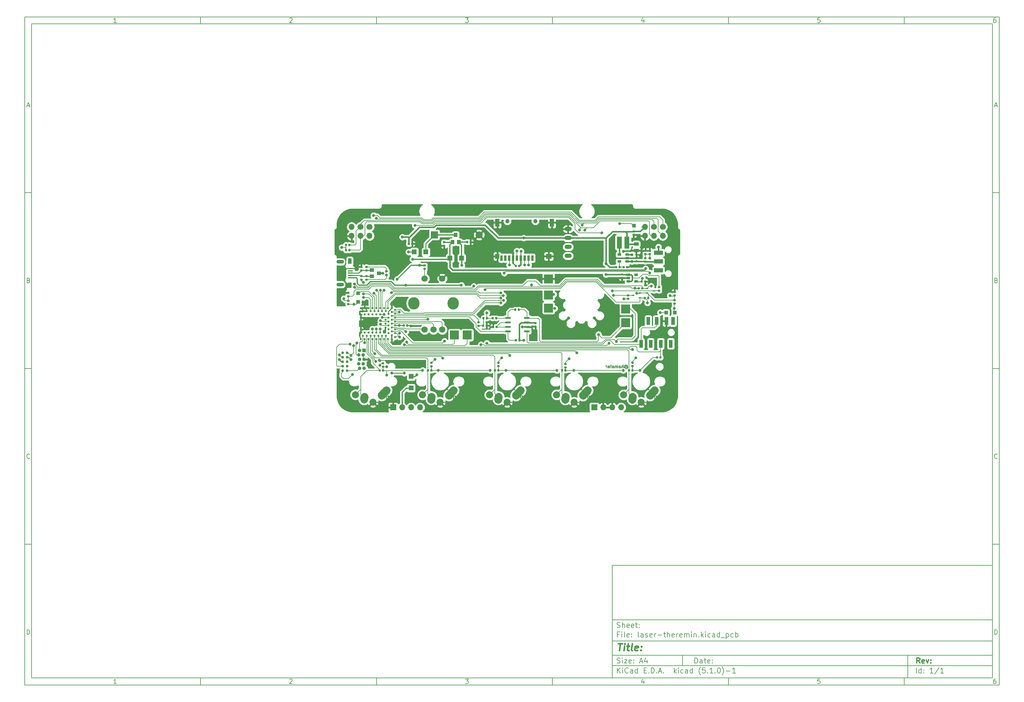
<source format=gbl>
G04 #@! TF.GenerationSoftware,KiCad,Pcbnew,(5.1.0)-1*
G04 #@! TF.CreationDate,2019-06-18T01:36:36-06:00*
G04 #@! TF.ProjectId,laser-theremin,6c617365-722d-4746-9865-72656d696e2e,rev?*
G04 #@! TF.SameCoordinates,Original*
G04 #@! TF.FileFunction,Copper,L2,Bot*
G04 #@! TF.FilePolarity,Positive*
%FSLAX46Y46*%
G04 Gerber Fmt 4.6, Leading zero omitted, Abs format (unit mm)*
G04 Created by KiCad (PCBNEW (5.1.0)-1) date 2019-06-18 01:36:36*
%MOMM*%
%LPD*%
G04 APERTURE LIST*
%ADD10C,0.100000*%
%ADD11C,0.150000*%
%ADD12C,0.300000*%
%ADD13C,0.400000*%
%ADD14C,0.010000*%
%ADD15O,1.000000X1.000000*%
%ADD16R,1.000000X1.000000*%
%ADD17R,1.397000X1.397000*%
%ADD18C,1.800000*%
%ADD19O,3.200000X3.500000*%
%ADD20C,0.784860*%
%ADD21C,0.590000*%
%ADD22C,2.250000*%
%ADD23C,2.250000*%
%ADD24C,2.000000*%
%ADD25R,2.000000X2.000000*%
%ADD26C,1.700000*%
%ADD27O,1.700000X1.700000*%
%ADD28R,1.200000X2.200000*%
%ADD29R,1.600000X1.400000*%
%ADD30R,1.200000X1.400000*%
%ADD31C,1.200000*%
%ADD32R,0.700000X1.600000*%
%ADD33R,2.500000X1.250000*%
%ADD34R,1.060000X0.650000*%
%ADD35C,0.975000*%
%ADD36R,1.143000X1.016000*%
%ADD37R,1.000000X1.597660*%
%ADD38O,2.150000X1.050000*%
%ADD39O,1.500000X0.400000*%
%ADD40R,1.350000X3.400000*%
%ADD41R,1.016000X1.143000*%
%ADD42R,0.700000X0.450000*%
%ADD43O,2.000000X1.200000*%
%ADD44R,2.500000X2.500000*%
%ADD45R,0.998220X2.247900*%
%ADD46R,1.700000X1.700000*%
%ADD47R,1.550000X0.600000*%
%ADD48R,0.500000X0.500000*%
%ADD49C,0.800000*%
%ADD50C,0.254000*%
%ADD51C,0.381000*%
%ADD52C,0.304800*%
%ADD53C,0.177800*%
%ADD54C,0.203200*%
%ADD55C,0.250000*%
%ADD56C,0.200000*%
G04 APERTURE END LIST*
D10*
D11*
X177002200Y-166007200D02*
X177002200Y-198007200D01*
X285002200Y-198007200D01*
X285002200Y-166007200D01*
X177002200Y-166007200D01*
D10*
D11*
X10000000Y-10000000D02*
X10000000Y-200007200D01*
X287002200Y-200007200D01*
X287002200Y-10000000D01*
X10000000Y-10000000D01*
D10*
D11*
X12000000Y-12000000D02*
X12000000Y-198007200D01*
X285002200Y-198007200D01*
X285002200Y-12000000D01*
X12000000Y-12000000D01*
D10*
D11*
X60000000Y-12000000D02*
X60000000Y-10000000D01*
D10*
D11*
X110000000Y-12000000D02*
X110000000Y-10000000D01*
D10*
D11*
X160000000Y-12000000D02*
X160000000Y-10000000D01*
D10*
D11*
X210000000Y-12000000D02*
X210000000Y-10000000D01*
D10*
D11*
X260000000Y-12000000D02*
X260000000Y-10000000D01*
D10*
D11*
X36065476Y-11588095D02*
X35322619Y-11588095D01*
X35694047Y-11588095D02*
X35694047Y-10288095D01*
X35570238Y-10473809D01*
X35446428Y-10597619D01*
X35322619Y-10659523D01*
D10*
D11*
X85322619Y-10411904D02*
X85384523Y-10350000D01*
X85508333Y-10288095D01*
X85817857Y-10288095D01*
X85941666Y-10350000D01*
X86003571Y-10411904D01*
X86065476Y-10535714D01*
X86065476Y-10659523D01*
X86003571Y-10845238D01*
X85260714Y-11588095D01*
X86065476Y-11588095D01*
D10*
D11*
X135260714Y-10288095D02*
X136065476Y-10288095D01*
X135632142Y-10783333D01*
X135817857Y-10783333D01*
X135941666Y-10845238D01*
X136003571Y-10907142D01*
X136065476Y-11030952D01*
X136065476Y-11340476D01*
X136003571Y-11464285D01*
X135941666Y-11526190D01*
X135817857Y-11588095D01*
X135446428Y-11588095D01*
X135322619Y-11526190D01*
X135260714Y-11464285D01*
D10*
D11*
X185941666Y-10721428D02*
X185941666Y-11588095D01*
X185632142Y-10226190D02*
X185322619Y-11154761D01*
X186127380Y-11154761D01*
D10*
D11*
X236003571Y-10288095D02*
X235384523Y-10288095D01*
X235322619Y-10907142D01*
X235384523Y-10845238D01*
X235508333Y-10783333D01*
X235817857Y-10783333D01*
X235941666Y-10845238D01*
X236003571Y-10907142D01*
X236065476Y-11030952D01*
X236065476Y-11340476D01*
X236003571Y-11464285D01*
X235941666Y-11526190D01*
X235817857Y-11588095D01*
X235508333Y-11588095D01*
X235384523Y-11526190D01*
X235322619Y-11464285D01*
D10*
D11*
X285941666Y-10288095D02*
X285694047Y-10288095D01*
X285570238Y-10350000D01*
X285508333Y-10411904D01*
X285384523Y-10597619D01*
X285322619Y-10845238D01*
X285322619Y-11340476D01*
X285384523Y-11464285D01*
X285446428Y-11526190D01*
X285570238Y-11588095D01*
X285817857Y-11588095D01*
X285941666Y-11526190D01*
X286003571Y-11464285D01*
X286065476Y-11340476D01*
X286065476Y-11030952D01*
X286003571Y-10907142D01*
X285941666Y-10845238D01*
X285817857Y-10783333D01*
X285570238Y-10783333D01*
X285446428Y-10845238D01*
X285384523Y-10907142D01*
X285322619Y-11030952D01*
D10*
D11*
X60000000Y-198007200D02*
X60000000Y-200007200D01*
D10*
D11*
X110000000Y-198007200D02*
X110000000Y-200007200D01*
D10*
D11*
X160000000Y-198007200D02*
X160000000Y-200007200D01*
D10*
D11*
X210000000Y-198007200D02*
X210000000Y-200007200D01*
D10*
D11*
X260000000Y-198007200D02*
X260000000Y-200007200D01*
D10*
D11*
X36065476Y-199595295D02*
X35322619Y-199595295D01*
X35694047Y-199595295D02*
X35694047Y-198295295D01*
X35570238Y-198481009D01*
X35446428Y-198604819D01*
X35322619Y-198666723D01*
D10*
D11*
X85322619Y-198419104D02*
X85384523Y-198357200D01*
X85508333Y-198295295D01*
X85817857Y-198295295D01*
X85941666Y-198357200D01*
X86003571Y-198419104D01*
X86065476Y-198542914D01*
X86065476Y-198666723D01*
X86003571Y-198852438D01*
X85260714Y-199595295D01*
X86065476Y-199595295D01*
D10*
D11*
X135260714Y-198295295D02*
X136065476Y-198295295D01*
X135632142Y-198790533D01*
X135817857Y-198790533D01*
X135941666Y-198852438D01*
X136003571Y-198914342D01*
X136065476Y-199038152D01*
X136065476Y-199347676D01*
X136003571Y-199471485D01*
X135941666Y-199533390D01*
X135817857Y-199595295D01*
X135446428Y-199595295D01*
X135322619Y-199533390D01*
X135260714Y-199471485D01*
D10*
D11*
X185941666Y-198728628D02*
X185941666Y-199595295D01*
X185632142Y-198233390D02*
X185322619Y-199161961D01*
X186127380Y-199161961D01*
D10*
D11*
X236003571Y-198295295D02*
X235384523Y-198295295D01*
X235322619Y-198914342D01*
X235384523Y-198852438D01*
X235508333Y-198790533D01*
X235817857Y-198790533D01*
X235941666Y-198852438D01*
X236003571Y-198914342D01*
X236065476Y-199038152D01*
X236065476Y-199347676D01*
X236003571Y-199471485D01*
X235941666Y-199533390D01*
X235817857Y-199595295D01*
X235508333Y-199595295D01*
X235384523Y-199533390D01*
X235322619Y-199471485D01*
D10*
D11*
X285941666Y-198295295D02*
X285694047Y-198295295D01*
X285570238Y-198357200D01*
X285508333Y-198419104D01*
X285384523Y-198604819D01*
X285322619Y-198852438D01*
X285322619Y-199347676D01*
X285384523Y-199471485D01*
X285446428Y-199533390D01*
X285570238Y-199595295D01*
X285817857Y-199595295D01*
X285941666Y-199533390D01*
X286003571Y-199471485D01*
X286065476Y-199347676D01*
X286065476Y-199038152D01*
X286003571Y-198914342D01*
X285941666Y-198852438D01*
X285817857Y-198790533D01*
X285570238Y-198790533D01*
X285446428Y-198852438D01*
X285384523Y-198914342D01*
X285322619Y-199038152D01*
D10*
D11*
X10000000Y-60000000D02*
X12000000Y-60000000D01*
D10*
D11*
X10000000Y-110000000D02*
X12000000Y-110000000D01*
D10*
D11*
X10000000Y-160000000D02*
X12000000Y-160000000D01*
D10*
D11*
X10690476Y-35216666D02*
X11309523Y-35216666D01*
X10566666Y-35588095D02*
X11000000Y-34288095D01*
X11433333Y-35588095D01*
D10*
D11*
X11092857Y-84907142D02*
X11278571Y-84969047D01*
X11340476Y-85030952D01*
X11402380Y-85154761D01*
X11402380Y-85340476D01*
X11340476Y-85464285D01*
X11278571Y-85526190D01*
X11154761Y-85588095D01*
X10659523Y-85588095D01*
X10659523Y-84288095D01*
X11092857Y-84288095D01*
X11216666Y-84350000D01*
X11278571Y-84411904D01*
X11340476Y-84535714D01*
X11340476Y-84659523D01*
X11278571Y-84783333D01*
X11216666Y-84845238D01*
X11092857Y-84907142D01*
X10659523Y-84907142D01*
D10*
D11*
X11402380Y-135464285D02*
X11340476Y-135526190D01*
X11154761Y-135588095D01*
X11030952Y-135588095D01*
X10845238Y-135526190D01*
X10721428Y-135402380D01*
X10659523Y-135278571D01*
X10597619Y-135030952D01*
X10597619Y-134845238D01*
X10659523Y-134597619D01*
X10721428Y-134473809D01*
X10845238Y-134350000D01*
X11030952Y-134288095D01*
X11154761Y-134288095D01*
X11340476Y-134350000D01*
X11402380Y-134411904D01*
D10*
D11*
X10659523Y-185588095D02*
X10659523Y-184288095D01*
X10969047Y-184288095D01*
X11154761Y-184350000D01*
X11278571Y-184473809D01*
X11340476Y-184597619D01*
X11402380Y-184845238D01*
X11402380Y-185030952D01*
X11340476Y-185278571D01*
X11278571Y-185402380D01*
X11154761Y-185526190D01*
X10969047Y-185588095D01*
X10659523Y-185588095D01*
D10*
D11*
X287002200Y-60000000D02*
X285002200Y-60000000D01*
D10*
D11*
X287002200Y-110000000D02*
X285002200Y-110000000D01*
D10*
D11*
X287002200Y-160000000D02*
X285002200Y-160000000D01*
D10*
D11*
X285692676Y-35216666D02*
X286311723Y-35216666D01*
X285568866Y-35588095D02*
X286002200Y-34288095D01*
X286435533Y-35588095D01*
D10*
D11*
X286095057Y-84907142D02*
X286280771Y-84969047D01*
X286342676Y-85030952D01*
X286404580Y-85154761D01*
X286404580Y-85340476D01*
X286342676Y-85464285D01*
X286280771Y-85526190D01*
X286156961Y-85588095D01*
X285661723Y-85588095D01*
X285661723Y-84288095D01*
X286095057Y-84288095D01*
X286218866Y-84350000D01*
X286280771Y-84411904D01*
X286342676Y-84535714D01*
X286342676Y-84659523D01*
X286280771Y-84783333D01*
X286218866Y-84845238D01*
X286095057Y-84907142D01*
X285661723Y-84907142D01*
D10*
D11*
X286404580Y-135464285D02*
X286342676Y-135526190D01*
X286156961Y-135588095D01*
X286033152Y-135588095D01*
X285847438Y-135526190D01*
X285723628Y-135402380D01*
X285661723Y-135278571D01*
X285599819Y-135030952D01*
X285599819Y-134845238D01*
X285661723Y-134597619D01*
X285723628Y-134473809D01*
X285847438Y-134350000D01*
X286033152Y-134288095D01*
X286156961Y-134288095D01*
X286342676Y-134350000D01*
X286404580Y-134411904D01*
D10*
D11*
X285661723Y-185588095D02*
X285661723Y-184288095D01*
X285971247Y-184288095D01*
X286156961Y-184350000D01*
X286280771Y-184473809D01*
X286342676Y-184597619D01*
X286404580Y-184845238D01*
X286404580Y-185030952D01*
X286342676Y-185278571D01*
X286280771Y-185402380D01*
X286156961Y-185526190D01*
X285971247Y-185588095D01*
X285661723Y-185588095D01*
D10*
D11*
X200434342Y-193785771D02*
X200434342Y-192285771D01*
X200791485Y-192285771D01*
X201005771Y-192357200D01*
X201148628Y-192500057D01*
X201220057Y-192642914D01*
X201291485Y-192928628D01*
X201291485Y-193142914D01*
X201220057Y-193428628D01*
X201148628Y-193571485D01*
X201005771Y-193714342D01*
X200791485Y-193785771D01*
X200434342Y-193785771D01*
X202577200Y-193785771D02*
X202577200Y-193000057D01*
X202505771Y-192857200D01*
X202362914Y-192785771D01*
X202077200Y-192785771D01*
X201934342Y-192857200D01*
X202577200Y-193714342D02*
X202434342Y-193785771D01*
X202077200Y-193785771D01*
X201934342Y-193714342D01*
X201862914Y-193571485D01*
X201862914Y-193428628D01*
X201934342Y-193285771D01*
X202077200Y-193214342D01*
X202434342Y-193214342D01*
X202577200Y-193142914D01*
X203077200Y-192785771D02*
X203648628Y-192785771D01*
X203291485Y-192285771D02*
X203291485Y-193571485D01*
X203362914Y-193714342D01*
X203505771Y-193785771D01*
X203648628Y-193785771D01*
X204720057Y-193714342D02*
X204577200Y-193785771D01*
X204291485Y-193785771D01*
X204148628Y-193714342D01*
X204077200Y-193571485D01*
X204077200Y-193000057D01*
X204148628Y-192857200D01*
X204291485Y-192785771D01*
X204577200Y-192785771D01*
X204720057Y-192857200D01*
X204791485Y-193000057D01*
X204791485Y-193142914D01*
X204077200Y-193285771D01*
X205434342Y-193642914D02*
X205505771Y-193714342D01*
X205434342Y-193785771D01*
X205362914Y-193714342D01*
X205434342Y-193642914D01*
X205434342Y-193785771D01*
X205434342Y-192857200D02*
X205505771Y-192928628D01*
X205434342Y-193000057D01*
X205362914Y-192928628D01*
X205434342Y-192857200D01*
X205434342Y-193000057D01*
D10*
D11*
X177002200Y-194507200D02*
X285002200Y-194507200D01*
D10*
D11*
X178434342Y-196585771D02*
X178434342Y-195085771D01*
X179291485Y-196585771D02*
X178648628Y-195728628D01*
X179291485Y-195085771D02*
X178434342Y-195942914D01*
X179934342Y-196585771D02*
X179934342Y-195585771D01*
X179934342Y-195085771D02*
X179862914Y-195157200D01*
X179934342Y-195228628D01*
X180005771Y-195157200D01*
X179934342Y-195085771D01*
X179934342Y-195228628D01*
X181505771Y-196442914D02*
X181434342Y-196514342D01*
X181220057Y-196585771D01*
X181077200Y-196585771D01*
X180862914Y-196514342D01*
X180720057Y-196371485D01*
X180648628Y-196228628D01*
X180577200Y-195942914D01*
X180577200Y-195728628D01*
X180648628Y-195442914D01*
X180720057Y-195300057D01*
X180862914Y-195157200D01*
X181077200Y-195085771D01*
X181220057Y-195085771D01*
X181434342Y-195157200D01*
X181505771Y-195228628D01*
X182791485Y-196585771D02*
X182791485Y-195800057D01*
X182720057Y-195657200D01*
X182577200Y-195585771D01*
X182291485Y-195585771D01*
X182148628Y-195657200D01*
X182791485Y-196514342D02*
X182648628Y-196585771D01*
X182291485Y-196585771D01*
X182148628Y-196514342D01*
X182077200Y-196371485D01*
X182077200Y-196228628D01*
X182148628Y-196085771D01*
X182291485Y-196014342D01*
X182648628Y-196014342D01*
X182791485Y-195942914D01*
X184148628Y-196585771D02*
X184148628Y-195085771D01*
X184148628Y-196514342D02*
X184005771Y-196585771D01*
X183720057Y-196585771D01*
X183577200Y-196514342D01*
X183505771Y-196442914D01*
X183434342Y-196300057D01*
X183434342Y-195871485D01*
X183505771Y-195728628D01*
X183577200Y-195657200D01*
X183720057Y-195585771D01*
X184005771Y-195585771D01*
X184148628Y-195657200D01*
X186005771Y-195800057D02*
X186505771Y-195800057D01*
X186720057Y-196585771D02*
X186005771Y-196585771D01*
X186005771Y-195085771D01*
X186720057Y-195085771D01*
X187362914Y-196442914D02*
X187434342Y-196514342D01*
X187362914Y-196585771D01*
X187291485Y-196514342D01*
X187362914Y-196442914D01*
X187362914Y-196585771D01*
X188077200Y-196585771D02*
X188077200Y-195085771D01*
X188434342Y-195085771D01*
X188648628Y-195157200D01*
X188791485Y-195300057D01*
X188862914Y-195442914D01*
X188934342Y-195728628D01*
X188934342Y-195942914D01*
X188862914Y-196228628D01*
X188791485Y-196371485D01*
X188648628Y-196514342D01*
X188434342Y-196585771D01*
X188077200Y-196585771D01*
X189577200Y-196442914D02*
X189648628Y-196514342D01*
X189577200Y-196585771D01*
X189505771Y-196514342D01*
X189577200Y-196442914D01*
X189577200Y-196585771D01*
X190220057Y-196157200D02*
X190934342Y-196157200D01*
X190077200Y-196585771D02*
X190577200Y-195085771D01*
X191077200Y-196585771D01*
X191577200Y-196442914D02*
X191648628Y-196514342D01*
X191577200Y-196585771D01*
X191505771Y-196514342D01*
X191577200Y-196442914D01*
X191577200Y-196585771D01*
X194577200Y-196585771D02*
X194577200Y-195085771D01*
X194720057Y-196014342D02*
X195148628Y-196585771D01*
X195148628Y-195585771D02*
X194577200Y-196157200D01*
X195791485Y-196585771D02*
X195791485Y-195585771D01*
X195791485Y-195085771D02*
X195720057Y-195157200D01*
X195791485Y-195228628D01*
X195862914Y-195157200D01*
X195791485Y-195085771D01*
X195791485Y-195228628D01*
X197148628Y-196514342D02*
X197005771Y-196585771D01*
X196720057Y-196585771D01*
X196577200Y-196514342D01*
X196505771Y-196442914D01*
X196434342Y-196300057D01*
X196434342Y-195871485D01*
X196505771Y-195728628D01*
X196577200Y-195657200D01*
X196720057Y-195585771D01*
X197005771Y-195585771D01*
X197148628Y-195657200D01*
X198434342Y-196585771D02*
X198434342Y-195800057D01*
X198362914Y-195657200D01*
X198220057Y-195585771D01*
X197934342Y-195585771D01*
X197791485Y-195657200D01*
X198434342Y-196514342D02*
X198291485Y-196585771D01*
X197934342Y-196585771D01*
X197791485Y-196514342D01*
X197720057Y-196371485D01*
X197720057Y-196228628D01*
X197791485Y-196085771D01*
X197934342Y-196014342D01*
X198291485Y-196014342D01*
X198434342Y-195942914D01*
X199791485Y-196585771D02*
X199791485Y-195085771D01*
X199791485Y-196514342D02*
X199648628Y-196585771D01*
X199362914Y-196585771D01*
X199220057Y-196514342D01*
X199148628Y-196442914D01*
X199077200Y-196300057D01*
X199077200Y-195871485D01*
X199148628Y-195728628D01*
X199220057Y-195657200D01*
X199362914Y-195585771D01*
X199648628Y-195585771D01*
X199791485Y-195657200D01*
X202077200Y-197157200D02*
X202005771Y-197085771D01*
X201862914Y-196871485D01*
X201791485Y-196728628D01*
X201720057Y-196514342D01*
X201648628Y-196157200D01*
X201648628Y-195871485D01*
X201720057Y-195514342D01*
X201791485Y-195300057D01*
X201862914Y-195157200D01*
X202005771Y-194942914D01*
X202077200Y-194871485D01*
X203362914Y-195085771D02*
X202648628Y-195085771D01*
X202577200Y-195800057D01*
X202648628Y-195728628D01*
X202791485Y-195657200D01*
X203148628Y-195657200D01*
X203291485Y-195728628D01*
X203362914Y-195800057D01*
X203434342Y-195942914D01*
X203434342Y-196300057D01*
X203362914Y-196442914D01*
X203291485Y-196514342D01*
X203148628Y-196585771D01*
X202791485Y-196585771D01*
X202648628Y-196514342D01*
X202577200Y-196442914D01*
X204077200Y-196442914D02*
X204148628Y-196514342D01*
X204077200Y-196585771D01*
X204005771Y-196514342D01*
X204077200Y-196442914D01*
X204077200Y-196585771D01*
X205577200Y-196585771D02*
X204720057Y-196585771D01*
X205148628Y-196585771D02*
X205148628Y-195085771D01*
X205005771Y-195300057D01*
X204862914Y-195442914D01*
X204720057Y-195514342D01*
X206220057Y-196442914D02*
X206291485Y-196514342D01*
X206220057Y-196585771D01*
X206148628Y-196514342D01*
X206220057Y-196442914D01*
X206220057Y-196585771D01*
X207220057Y-195085771D02*
X207362914Y-195085771D01*
X207505771Y-195157200D01*
X207577200Y-195228628D01*
X207648628Y-195371485D01*
X207720057Y-195657200D01*
X207720057Y-196014342D01*
X207648628Y-196300057D01*
X207577200Y-196442914D01*
X207505771Y-196514342D01*
X207362914Y-196585771D01*
X207220057Y-196585771D01*
X207077200Y-196514342D01*
X207005771Y-196442914D01*
X206934342Y-196300057D01*
X206862914Y-196014342D01*
X206862914Y-195657200D01*
X206934342Y-195371485D01*
X207005771Y-195228628D01*
X207077200Y-195157200D01*
X207220057Y-195085771D01*
X208220057Y-197157200D02*
X208291485Y-197085771D01*
X208434342Y-196871485D01*
X208505771Y-196728628D01*
X208577200Y-196514342D01*
X208648628Y-196157200D01*
X208648628Y-195871485D01*
X208577200Y-195514342D01*
X208505771Y-195300057D01*
X208434342Y-195157200D01*
X208291485Y-194942914D01*
X208220057Y-194871485D01*
X209362914Y-196014342D02*
X210505771Y-196014342D01*
X212005771Y-196585771D02*
X211148628Y-196585771D01*
X211577200Y-196585771D02*
X211577200Y-195085771D01*
X211434342Y-195300057D01*
X211291485Y-195442914D01*
X211148628Y-195514342D01*
D10*
D11*
X177002200Y-191507200D02*
X285002200Y-191507200D01*
D10*
D12*
X264411485Y-193785771D02*
X263911485Y-193071485D01*
X263554342Y-193785771D02*
X263554342Y-192285771D01*
X264125771Y-192285771D01*
X264268628Y-192357200D01*
X264340057Y-192428628D01*
X264411485Y-192571485D01*
X264411485Y-192785771D01*
X264340057Y-192928628D01*
X264268628Y-193000057D01*
X264125771Y-193071485D01*
X263554342Y-193071485D01*
X265625771Y-193714342D02*
X265482914Y-193785771D01*
X265197200Y-193785771D01*
X265054342Y-193714342D01*
X264982914Y-193571485D01*
X264982914Y-193000057D01*
X265054342Y-192857200D01*
X265197200Y-192785771D01*
X265482914Y-192785771D01*
X265625771Y-192857200D01*
X265697200Y-193000057D01*
X265697200Y-193142914D01*
X264982914Y-193285771D01*
X266197200Y-192785771D02*
X266554342Y-193785771D01*
X266911485Y-192785771D01*
X267482914Y-193642914D02*
X267554342Y-193714342D01*
X267482914Y-193785771D01*
X267411485Y-193714342D01*
X267482914Y-193642914D01*
X267482914Y-193785771D01*
X267482914Y-192857200D02*
X267554342Y-192928628D01*
X267482914Y-193000057D01*
X267411485Y-192928628D01*
X267482914Y-192857200D01*
X267482914Y-193000057D01*
D10*
D11*
X178362914Y-193714342D02*
X178577200Y-193785771D01*
X178934342Y-193785771D01*
X179077200Y-193714342D01*
X179148628Y-193642914D01*
X179220057Y-193500057D01*
X179220057Y-193357200D01*
X179148628Y-193214342D01*
X179077200Y-193142914D01*
X178934342Y-193071485D01*
X178648628Y-193000057D01*
X178505771Y-192928628D01*
X178434342Y-192857200D01*
X178362914Y-192714342D01*
X178362914Y-192571485D01*
X178434342Y-192428628D01*
X178505771Y-192357200D01*
X178648628Y-192285771D01*
X179005771Y-192285771D01*
X179220057Y-192357200D01*
X179862914Y-193785771D02*
X179862914Y-192785771D01*
X179862914Y-192285771D02*
X179791485Y-192357200D01*
X179862914Y-192428628D01*
X179934342Y-192357200D01*
X179862914Y-192285771D01*
X179862914Y-192428628D01*
X180434342Y-192785771D02*
X181220057Y-192785771D01*
X180434342Y-193785771D01*
X181220057Y-193785771D01*
X182362914Y-193714342D02*
X182220057Y-193785771D01*
X181934342Y-193785771D01*
X181791485Y-193714342D01*
X181720057Y-193571485D01*
X181720057Y-193000057D01*
X181791485Y-192857200D01*
X181934342Y-192785771D01*
X182220057Y-192785771D01*
X182362914Y-192857200D01*
X182434342Y-193000057D01*
X182434342Y-193142914D01*
X181720057Y-193285771D01*
X183077200Y-193642914D02*
X183148628Y-193714342D01*
X183077200Y-193785771D01*
X183005771Y-193714342D01*
X183077200Y-193642914D01*
X183077200Y-193785771D01*
X183077200Y-192857200D02*
X183148628Y-192928628D01*
X183077200Y-193000057D01*
X183005771Y-192928628D01*
X183077200Y-192857200D01*
X183077200Y-193000057D01*
X184862914Y-193357200D02*
X185577200Y-193357200D01*
X184720057Y-193785771D02*
X185220057Y-192285771D01*
X185720057Y-193785771D01*
X186862914Y-192785771D02*
X186862914Y-193785771D01*
X186505771Y-192214342D02*
X186148628Y-193285771D01*
X187077200Y-193285771D01*
D10*
D11*
X263434342Y-196585771D02*
X263434342Y-195085771D01*
X264791485Y-196585771D02*
X264791485Y-195085771D01*
X264791485Y-196514342D02*
X264648628Y-196585771D01*
X264362914Y-196585771D01*
X264220057Y-196514342D01*
X264148628Y-196442914D01*
X264077200Y-196300057D01*
X264077200Y-195871485D01*
X264148628Y-195728628D01*
X264220057Y-195657200D01*
X264362914Y-195585771D01*
X264648628Y-195585771D01*
X264791485Y-195657200D01*
X265505771Y-196442914D02*
X265577200Y-196514342D01*
X265505771Y-196585771D01*
X265434342Y-196514342D01*
X265505771Y-196442914D01*
X265505771Y-196585771D01*
X265505771Y-195657200D02*
X265577200Y-195728628D01*
X265505771Y-195800057D01*
X265434342Y-195728628D01*
X265505771Y-195657200D01*
X265505771Y-195800057D01*
X268148628Y-196585771D02*
X267291485Y-196585771D01*
X267720057Y-196585771D02*
X267720057Y-195085771D01*
X267577200Y-195300057D01*
X267434342Y-195442914D01*
X267291485Y-195514342D01*
X269862914Y-195014342D02*
X268577200Y-196942914D01*
X271148628Y-196585771D02*
X270291485Y-196585771D01*
X270720057Y-196585771D02*
X270720057Y-195085771D01*
X270577200Y-195300057D01*
X270434342Y-195442914D01*
X270291485Y-195514342D01*
D10*
D11*
X177002200Y-187507200D02*
X285002200Y-187507200D01*
D10*
D13*
X178714580Y-188211961D02*
X179857438Y-188211961D01*
X179036009Y-190211961D02*
X179286009Y-188211961D01*
X180274104Y-190211961D02*
X180440771Y-188878628D01*
X180524104Y-188211961D02*
X180416961Y-188307200D01*
X180500295Y-188402438D01*
X180607438Y-188307200D01*
X180524104Y-188211961D01*
X180500295Y-188402438D01*
X181107438Y-188878628D02*
X181869342Y-188878628D01*
X181476485Y-188211961D02*
X181262200Y-189926247D01*
X181333628Y-190116723D01*
X181512200Y-190211961D01*
X181702676Y-190211961D01*
X182655057Y-190211961D02*
X182476485Y-190116723D01*
X182405057Y-189926247D01*
X182619342Y-188211961D01*
X184190771Y-190116723D02*
X183988390Y-190211961D01*
X183607438Y-190211961D01*
X183428866Y-190116723D01*
X183357438Y-189926247D01*
X183452676Y-189164342D01*
X183571723Y-188973866D01*
X183774104Y-188878628D01*
X184155057Y-188878628D01*
X184333628Y-188973866D01*
X184405057Y-189164342D01*
X184381247Y-189354819D01*
X183405057Y-189545295D01*
X185155057Y-190021485D02*
X185238390Y-190116723D01*
X185131247Y-190211961D01*
X185047914Y-190116723D01*
X185155057Y-190021485D01*
X185131247Y-190211961D01*
X185286009Y-188973866D02*
X185369342Y-189069104D01*
X185262200Y-189164342D01*
X185178866Y-189069104D01*
X185286009Y-188973866D01*
X185262200Y-189164342D01*
D10*
D11*
X178934342Y-185600057D02*
X178434342Y-185600057D01*
X178434342Y-186385771D02*
X178434342Y-184885771D01*
X179148628Y-184885771D01*
X179720057Y-186385771D02*
X179720057Y-185385771D01*
X179720057Y-184885771D02*
X179648628Y-184957200D01*
X179720057Y-185028628D01*
X179791485Y-184957200D01*
X179720057Y-184885771D01*
X179720057Y-185028628D01*
X180648628Y-186385771D02*
X180505771Y-186314342D01*
X180434342Y-186171485D01*
X180434342Y-184885771D01*
X181791485Y-186314342D02*
X181648628Y-186385771D01*
X181362914Y-186385771D01*
X181220057Y-186314342D01*
X181148628Y-186171485D01*
X181148628Y-185600057D01*
X181220057Y-185457200D01*
X181362914Y-185385771D01*
X181648628Y-185385771D01*
X181791485Y-185457200D01*
X181862914Y-185600057D01*
X181862914Y-185742914D01*
X181148628Y-185885771D01*
X182505771Y-186242914D02*
X182577200Y-186314342D01*
X182505771Y-186385771D01*
X182434342Y-186314342D01*
X182505771Y-186242914D01*
X182505771Y-186385771D01*
X182505771Y-185457200D02*
X182577200Y-185528628D01*
X182505771Y-185600057D01*
X182434342Y-185528628D01*
X182505771Y-185457200D01*
X182505771Y-185600057D01*
X184577200Y-186385771D02*
X184434342Y-186314342D01*
X184362914Y-186171485D01*
X184362914Y-184885771D01*
X185791485Y-186385771D02*
X185791485Y-185600057D01*
X185720057Y-185457200D01*
X185577200Y-185385771D01*
X185291485Y-185385771D01*
X185148628Y-185457200D01*
X185791485Y-186314342D02*
X185648628Y-186385771D01*
X185291485Y-186385771D01*
X185148628Y-186314342D01*
X185077200Y-186171485D01*
X185077200Y-186028628D01*
X185148628Y-185885771D01*
X185291485Y-185814342D01*
X185648628Y-185814342D01*
X185791485Y-185742914D01*
X186434342Y-186314342D02*
X186577200Y-186385771D01*
X186862914Y-186385771D01*
X187005771Y-186314342D01*
X187077200Y-186171485D01*
X187077200Y-186100057D01*
X187005771Y-185957200D01*
X186862914Y-185885771D01*
X186648628Y-185885771D01*
X186505771Y-185814342D01*
X186434342Y-185671485D01*
X186434342Y-185600057D01*
X186505771Y-185457200D01*
X186648628Y-185385771D01*
X186862914Y-185385771D01*
X187005771Y-185457200D01*
X188291485Y-186314342D02*
X188148628Y-186385771D01*
X187862914Y-186385771D01*
X187720057Y-186314342D01*
X187648628Y-186171485D01*
X187648628Y-185600057D01*
X187720057Y-185457200D01*
X187862914Y-185385771D01*
X188148628Y-185385771D01*
X188291485Y-185457200D01*
X188362914Y-185600057D01*
X188362914Y-185742914D01*
X187648628Y-185885771D01*
X189005771Y-186385771D02*
X189005771Y-185385771D01*
X189005771Y-185671485D02*
X189077200Y-185528628D01*
X189148628Y-185457200D01*
X189291485Y-185385771D01*
X189434342Y-185385771D01*
X189934342Y-185814342D02*
X191077200Y-185814342D01*
X191577200Y-185385771D02*
X192148628Y-185385771D01*
X191791485Y-184885771D02*
X191791485Y-186171485D01*
X191862914Y-186314342D01*
X192005771Y-186385771D01*
X192148628Y-186385771D01*
X192648628Y-186385771D02*
X192648628Y-184885771D01*
X193291485Y-186385771D02*
X193291485Y-185600057D01*
X193220057Y-185457200D01*
X193077200Y-185385771D01*
X192862914Y-185385771D01*
X192720057Y-185457200D01*
X192648628Y-185528628D01*
X194577200Y-186314342D02*
X194434342Y-186385771D01*
X194148628Y-186385771D01*
X194005771Y-186314342D01*
X193934342Y-186171485D01*
X193934342Y-185600057D01*
X194005771Y-185457200D01*
X194148628Y-185385771D01*
X194434342Y-185385771D01*
X194577200Y-185457200D01*
X194648628Y-185600057D01*
X194648628Y-185742914D01*
X193934342Y-185885771D01*
X195291485Y-186385771D02*
X195291485Y-185385771D01*
X195291485Y-185671485D02*
X195362914Y-185528628D01*
X195434342Y-185457200D01*
X195577200Y-185385771D01*
X195720057Y-185385771D01*
X196791485Y-186314342D02*
X196648628Y-186385771D01*
X196362914Y-186385771D01*
X196220057Y-186314342D01*
X196148628Y-186171485D01*
X196148628Y-185600057D01*
X196220057Y-185457200D01*
X196362914Y-185385771D01*
X196648628Y-185385771D01*
X196791485Y-185457200D01*
X196862914Y-185600057D01*
X196862914Y-185742914D01*
X196148628Y-185885771D01*
X197505771Y-186385771D02*
X197505771Y-185385771D01*
X197505771Y-185528628D02*
X197577200Y-185457200D01*
X197720057Y-185385771D01*
X197934342Y-185385771D01*
X198077200Y-185457200D01*
X198148628Y-185600057D01*
X198148628Y-186385771D01*
X198148628Y-185600057D02*
X198220057Y-185457200D01*
X198362914Y-185385771D01*
X198577200Y-185385771D01*
X198720057Y-185457200D01*
X198791485Y-185600057D01*
X198791485Y-186385771D01*
X199505771Y-186385771D02*
X199505771Y-185385771D01*
X199505771Y-184885771D02*
X199434342Y-184957200D01*
X199505771Y-185028628D01*
X199577200Y-184957200D01*
X199505771Y-184885771D01*
X199505771Y-185028628D01*
X200220057Y-185385771D02*
X200220057Y-186385771D01*
X200220057Y-185528628D02*
X200291485Y-185457200D01*
X200434342Y-185385771D01*
X200648628Y-185385771D01*
X200791485Y-185457200D01*
X200862914Y-185600057D01*
X200862914Y-186385771D01*
X201577200Y-186242914D02*
X201648628Y-186314342D01*
X201577200Y-186385771D01*
X201505771Y-186314342D01*
X201577200Y-186242914D01*
X201577200Y-186385771D01*
X202291485Y-186385771D02*
X202291485Y-184885771D01*
X202434342Y-185814342D02*
X202862914Y-186385771D01*
X202862914Y-185385771D02*
X202291485Y-185957200D01*
X203505771Y-186385771D02*
X203505771Y-185385771D01*
X203505771Y-184885771D02*
X203434342Y-184957200D01*
X203505771Y-185028628D01*
X203577200Y-184957200D01*
X203505771Y-184885771D01*
X203505771Y-185028628D01*
X204862914Y-186314342D02*
X204720057Y-186385771D01*
X204434342Y-186385771D01*
X204291485Y-186314342D01*
X204220057Y-186242914D01*
X204148628Y-186100057D01*
X204148628Y-185671485D01*
X204220057Y-185528628D01*
X204291485Y-185457200D01*
X204434342Y-185385771D01*
X204720057Y-185385771D01*
X204862914Y-185457200D01*
X206148628Y-186385771D02*
X206148628Y-185600057D01*
X206077200Y-185457200D01*
X205934342Y-185385771D01*
X205648628Y-185385771D01*
X205505771Y-185457200D01*
X206148628Y-186314342D02*
X206005771Y-186385771D01*
X205648628Y-186385771D01*
X205505771Y-186314342D01*
X205434342Y-186171485D01*
X205434342Y-186028628D01*
X205505771Y-185885771D01*
X205648628Y-185814342D01*
X206005771Y-185814342D01*
X206148628Y-185742914D01*
X207505771Y-186385771D02*
X207505771Y-184885771D01*
X207505771Y-186314342D02*
X207362914Y-186385771D01*
X207077200Y-186385771D01*
X206934342Y-186314342D01*
X206862914Y-186242914D01*
X206791485Y-186100057D01*
X206791485Y-185671485D01*
X206862914Y-185528628D01*
X206934342Y-185457200D01*
X207077200Y-185385771D01*
X207362914Y-185385771D01*
X207505771Y-185457200D01*
X207862914Y-186528628D02*
X209005771Y-186528628D01*
X209362914Y-185385771D02*
X209362914Y-186885771D01*
X209362914Y-185457200D02*
X209505771Y-185385771D01*
X209791485Y-185385771D01*
X209934342Y-185457200D01*
X210005771Y-185528628D01*
X210077200Y-185671485D01*
X210077200Y-186100057D01*
X210005771Y-186242914D01*
X209934342Y-186314342D01*
X209791485Y-186385771D01*
X209505771Y-186385771D01*
X209362914Y-186314342D01*
X211362914Y-186314342D02*
X211220057Y-186385771D01*
X210934342Y-186385771D01*
X210791485Y-186314342D01*
X210720057Y-186242914D01*
X210648628Y-186100057D01*
X210648628Y-185671485D01*
X210720057Y-185528628D01*
X210791485Y-185457200D01*
X210934342Y-185385771D01*
X211220057Y-185385771D01*
X211362914Y-185457200D01*
X212005771Y-186385771D02*
X212005771Y-184885771D01*
X212005771Y-185457200D02*
X212148628Y-185385771D01*
X212434342Y-185385771D01*
X212577200Y-185457200D01*
X212648628Y-185528628D01*
X212720057Y-185671485D01*
X212720057Y-186100057D01*
X212648628Y-186242914D01*
X212577200Y-186314342D01*
X212434342Y-186385771D01*
X212148628Y-186385771D01*
X212005771Y-186314342D01*
D10*
D11*
X177002200Y-181507200D02*
X285002200Y-181507200D01*
D10*
D11*
X178362914Y-183614342D02*
X178577200Y-183685771D01*
X178934342Y-183685771D01*
X179077200Y-183614342D01*
X179148628Y-183542914D01*
X179220057Y-183400057D01*
X179220057Y-183257200D01*
X179148628Y-183114342D01*
X179077200Y-183042914D01*
X178934342Y-182971485D01*
X178648628Y-182900057D01*
X178505771Y-182828628D01*
X178434342Y-182757200D01*
X178362914Y-182614342D01*
X178362914Y-182471485D01*
X178434342Y-182328628D01*
X178505771Y-182257200D01*
X178648628Y-182185771D01*
X179005771Y-182185771D01*
X179220057Y-182257200D01*
X179862914Y-183685771D02*
X179862914Y-182185771D01*
X180505771Y-183685771D02*
X180505771Y-182900057D01*
X180434342Y-182757200D01*
X180291485Y-182685771D01*
X180077200Y-182685771D01*
X179934342Y-182757200D01*
X179862914Y-182828628D01*
X181791485Y-183614342D02*
X181648628Y-183685771D01*
X181362914Y-183685771D01*
X181220057Y-183614342D01*
X181148628Y-183471485D01*
X181148628Y-182900057D01*
X181220057Y-182757200D01*
X181362914Y-182685771D01*
X181648628Y-182685771D01*
X181791485Y-182757200D01*
X181862914Y-182900057D01*
X181862914Y-183042914D01*
X181148628Y-183185771D01*
X183077200Y-183614342D02*
X182934342Y-183685771D01*
X182648628Y-183685771D01*
X182505771Y-183614342D01*
X182434342Y-183471485D01*
X182434342Y-182900057D01*
X182505771Y-182757200D01*
X182648628Y-182685771D01*
X182934342Y-182685771D01*
X183077200Y-182757200D01*
X183148628Y-182900057D01*
X183148628Y-183042914D01*
X182434342Y-183185771D01*
X183577200Y-182685771D02*
X184148628Y-182685771D01*
X183791485Y-182185771D02*
X183791485Y-183471485D01*
X183862914Y-183614342D01*
X184005771Y-183685771D01*
X184148628Y-183685771D01*
X184648628Y-183542914D02*
X184720057Y-183614342D01*
X184648628Y-183685771D01*
X184577200Y-183614342D01*
X184648628Y-183542914D01*
X184648628Y-183685771D01*
X184648628Y-182757200D02*
X184720057Y-182828628D01*
X184648628Y-182900057D01*
X184577200Y-182828628D01*
X184648628Y-182757200D01*
X184648628Y-182900057D01*
D10*
D11*
X197002200Y-191507200D02*
X197002200Y-194507200D01*
D10*
D11*
X261002200Y-191507200D02*
X261002200Y-198007200D01*
D14*
G36*
X179025799Y-109160027D02*
G01*
X178971961Y-109168877D01*
X178929285Y-109185786D01*
X178893008Y-109212519D01*
X178864590Y-109243142D01*
X178848472Y-109264866D01*
X178835799Y-109288271D01*
X178826172Y-109316126D01*
X178819189Y-109351203D01*
X178814450Y-109396269D01*
X178811555Y-109454094D01*
X178810102Y-109527449D01*
X178809692Y-109619102D01*
X178809692Y-109872142D01*
X178878512Y-109872142D01*
X178915727Y-109871497D01*
X178936474Y-109868585D01*
X178945445Y-109861940D01*
X178947332Y-109850650D01*
X178948351Y-109837475D01*
X178954717Y-109836122D01*
X178971390Y-109846994D01*
X178979951Y-109853297D01*
X178998643Y-109864979D01*
X179020184Y-109872516D01*
X179049989Y-109876982D01*
X179093471Y-109879453D01*
X179114945Y-109880098D01*
X179187710Y-109879354D01*
X179240316Y-109872826D01*
X179258028Y-109867766D01*
X179311959Y-109839539D01*
X179349812Y-109799671D01*
X179372586Y-109746535D01*
X179381279Y-109678505D01*
X179381338Y-109673880D01*
X179242665Y-109673880D01*
X179229247Y-109710006D01*
X179200289Y-109739275D01*
X179181463Y-109749282D01*
X179119976Y-109764083D01*
X179049838Y-109760583D01*
X179026741Y-109755947D01*
X178987267Y-109741301D01*
X178962509Y-109717049D01*
X178950056Y-109679609D01*
X178947332Y-109638039D01*
X178947332Y-109575686D01*
X179069573Y-109575686D01*
X179122537Y-109575952D01*
X179158751Y-109577269D01*
X179182641Y-109580412D01*
X179198629Y-109586157D01*
X179211141Y-109595279D01*
X179217801Y-109601674D01*
X179239272Y-109636051D01*
X179242665Y-109673880D01*
X179381338Y-109673880D01*
X179381430Y-109666711D01*
X179376786Y-109601983D01*
X179361758Y-109550375D01*
X179334706Y-109510730D01*
X179293985Y-109481891D01*
X179237955Y-109462700D01*
X179164972Y-109452000D01*
X179073394Y-109448633D01*
X178946373Y-109448633D01*
X178953335Y-109408929D01*
X178971598Y-109354641D01*
X179003492Y-109315496D01*
X179047080Y-109292286D01*
X179100421Y-109285802D01*
X179161577Y-109296835D01*
X179196008Y-109309841D01*
X179246924Y-109332363D01*
X179298295Y-109299398D01*
X179326049Y-109280370D01*
X179344702Y-109265248D01*
X179349667Y-109258795D01*
X179341003Y-109244047D01*
X179318100Y-109223404D01*
X179285591Y-109200573D01*
X179254377Y-109182487D01*
X179229416Y-109170830D01*
X179204313Y-109163420D01*
X179173260Y-109159344D01*
X179130451Y-109157685D01*
X179095561Y-109157470D01*
X179025799Y-109160027D01*
X179025799Y-109160027D01*
G37*
X179025799Y-109160027D02*
X178971961Y-109168877D01*
X178929285Y-109185786D01*
X178893008Y-109212519D01*
X178864590Y-109243142D01*
X178848472Y-109264866D01*
X178835799Y-109288271D01*
X178826172Y-109316126D01*
X178819189Y-109351203D01*
X178814450Y-109396269D01*
X178811555Y-109454094D01*
X178810102Y-109527449D01*
X178809692Y-109619102D01*
X178809692Y-109872142D01*
X178878512Y-109872142D01*
X178915727Y-109871497D01*
X178936474Y-109868585D01*
X178945445Y-109861940D01*
X178947332Y-109850650D01*
X178948351Y-109837475D01*
X178954717Y-109836122D01*
X178971390Y-109846994D01*
X178979951Y-109853297D01*
X178998643Y-109864979D01*
X179020184Y-109872516D01*
X179049989Y-109876982D01*
X179093471Y-109879453D01*
X179114945Y-109880098D01*
X179187710Y-109879354D01*
X179240316Y-109872826D01*
X179258028Y-109867766D01*
X179311959Y-109839539D01*
X179349812Y-109799671D01*
X179372586Y-109746535D01*
X179381279Y-109678505D01*
X179381338Y-109673880D01*
X179242665Y-109673880D01*
X179229247Y-109710006D01*
X179200289Y-109739275D01*
X179181463Y-109749282D01*
X179119976Y-109764083D01*
X179049838Y-109760583D01*
X179026741Y-109755947D01*
X178987267Y-109741301D01*
X178962509Y-109717049D01*
X178950056Y-109679609D01*
X178947332Y-109638039D01*
X178947332Y-109575686D01*
X179069573Y-109575686D01*
X179122537Y-109575952D01*
X179158751Y-109577269D01*
X179182641Y-109580412D01*
X179198629Y-109586157D01*
X179211141Y-109595279D01*
X179217801Y-109601674D01*
X179239272Y-109636051D01*
X179242665Y-109673880D01*
X179381338Y-109673880D01*
X179381430Y-109666711D01*
X179376786Y-109601983D01*
X179361758Y-109550375D01*
X179334706Y-109510730D01*
X179293985Y-109481891D01*
X179237955Y-109462700D01*
X179164972Y-109452000D01*
X179073394Y-109448633D01*
X178946373Y-109448633D01*
X178953335Y-109408929D01*
X178971598Y-109354641D01*
X179003492Y-109315496D01*
X179047080Y-109292286D01*
X179100421Y-109285802D01*
X179161577Y-109296835D01*
X179196008Y-109309841D01*
X179246924Y-109332363D01*
X179298295Y-109299398D01*
X179326049Y-109280370D01*
X179344702Y-109265248D01*
X179349667Y-109258795D01*
X179341003Y-109244047D01*
X179318100Y-109223404D01*
X179285591Y-109200573D01*
X179254377Y-109182487D01*
X179229416Y-109170830D01*
X179204313Y-109163420D01*
X179173260Y-109159344D01*
X179130451Y-109157685D01*
X179095561Y-109157470D01*
X179025799Y-109160027D01*
G36*
X177804412Y-109157262D02*
G01*
X177745254Y-109178372D01*
X177694192Y-109215468D01*
X177680352Y-109230626D01*
X177663267Y-109252741D01*
X177649762Y-109274790D01*
X177639358Y-109299617D01*
X177631572Y-109330064D01*
X177625923Y-109368973D01*
X177621929Y-109419187D01*
X177619108Y-109483548D01*
X177616981Y-109564897D01*
X177616078Y-109610096D01*
X177611134Y-109872142D01*
X177771023Y-109872142D01*
X177774205Y-109618868D01*
X177775253Y-109539273D01*
X177776334Y-109478078D01*
X177777734Y-109432513D01*
X177779739Y-109399804D01*
X177782635Y-109377179D01*
X177786709Y-109361866D01*
X177792245Y-109351091D01*
X177799531Y-109342082D01*
X177803166Y-109338174D01*
X177844688Y-109308174D01*
X177892906Y-109295543D01*
X177942418Y-109300269D01*
X177987824Y-109322340D01*
X178006113Y-109338600D01*
X178014093Y-109347610D01*
X178020233Y-109357355D01*
X178024816Y-109370605D01*
X178028125Y-109390131D01*
X178030442Y-109418703D01*
X178032049Y-109459090D01*
X178033229Y-109514063D01*
X178034262Y-109586392D01*
X178034674Y-109618868D01*
X178037856Y-109872142D01*
X178185015Y-109872142D01*
X178185074Y-109652447D01*
X178185540Y-109566150D01*
X178187166Y-109498206D01*
X178190367Y-109445806D01*
X178195559Y-109406141D01*
X178203159Y-109376401D01*
X178213584Y-109353776D01*
X178227250Y-109335458D01*
X178232947Y-109329474D01*
X178272192Y-109304101D01*
X178319053Y-109294672D01*
X178367521Y-109300923D01*
X178411591Y-109322587D01*
X178429223Y-109338174D01*
X178437325Y-109347266D01*
X178443559Y-109356965D01*
X178448209Y-109370042D01*
X178451563Y-109389271D01*
X178453906Y-109417424D01*
X178455524Y-109457273D01*
X178456704Y-109511591D01*
X178457731Y-109583151D01*
X178458184Y-109618868D01*
X178461366Y-109872142D01*
X178608525Y-109872142D01*
X178608525Y-109162763D01*
X178460296Y-109162763D01*
X178460296Y-109240839D01*
X178431180Y-109212951D01*
X178382165Y-109178636D01*
X178324999Y-109158630D01*
X178264369Y-109152693D01*
X178204961Y-109160587D01*
X178151462Y-109182076D01*
X178108559Y-109216920D01*
X178098522Y-109229846D01*
X178082715Y-109252591D01*
X178072680Y-109266729D01*
X178071686Y-109268051D01*
X178063532Y-109263428D01*
X178046781Y-109246443D01*
X178034596Y-109232274D01*
X177986758Y-109189643D01*
X177929534Y-109162918D01*
X177867296Y-109152117D01*
X177804412Y-109157262D01*
X177804412Y-109157262D01*
G37*
X177804412Y-109157262D02*
X177745254Y-109178372D01*
X177694192Y-109215468D01*
X177680352Y-109230626D01*
X177663267Y-109252741D01*
X177649762Y-109274790D01*
X177639358Y-109299617D01*
X177631572Y-109330064D01*
X177625923Y-109368973D01*
X177621929Y-109419187D01*
X177619108Y-109483548D01*
X177616981Y-109564897D01*
X177616078Y-109610096D01*
X177611134Y-109872142D01*
X177771023Y-109872142D01*
X177774205Y-109618868D01*
X177775253Y-109539273D01*
X177776334Y-109478078D01*
X177777734Y-109432513D01*
X177779739Y-109399804D01*
X177782635Y-109377179D01*
X177786709Y-109361866D01*
X177792245Y-109351091D01*
X177799531Y-109342082D01*
X177803166Y-109338174D01*
X177844688Y-109308174D01*
X177892906Y-109295543D01*
X177942418Y-109300269D01*
X177987824Y-109322340D01*
X178006113Y-109338600D01*
X178014093Y-109347610D01*
X178020233Y-109357355D01*
X178024816Y-109370605D01*
X178028125Y-109390131D01*
X178030442Y-109418703D01*
X178032049Y-109459090D01*
X178033229Y-109514063D01*
X178034262Y-109586392D01*
X178034674Y-109618868D01*
X178037856Y-109872142D01*
X178185015Y-109872142D01*
X178185074Y-109652447D01*
X178185540Y-109566150D01*
X178187166Y-109498206D01*
X178190367Y-109445806D01*
X178195559Y-109406141D01*
X178203159Y-109376401D01*
X178213584Y-109353776D01*
X178227250Y-109335458D01*
X178232947Y-109329474D01*
X178272192Y-109304101D01*
X178319053Y-109294672D01*
X178367521Y-109300923D01*
X178411591Y-109322587D01*
X178429223Y-109338174D01*
X178437325Y-109347266D01*
X178443559Y-109356965D01*
X178448209Y-109370042D01*
X178451563Y-109389271D01*
X178453906Y-109417424D01*
X178455524Y-109457273D01*
X178456704Y-109511591D01*
X178457731Y-109583151D01*
X178458184Y-109618868D01*
X178461366Y-109872142D01*
X178608525Y-109872142D01*
X178608525Y-109162763D01*
X178460296Y-109162763D01*
X178460296Y-109240839D01*
X178431180Y-109212951D01*
X178382165Y-109178636D01*
X178324999Y-109158630D01*
X178264369Y-109152693D01*
X178204961Y-109160587D01*
X178151462Y-109182076D01*
X178108559Y-109216920D01*
X178098522Y-109229846D01*
X178082715Y-109252591D01*
X178072680Y-109266729D01*
X178071686Y-109268051D01*
X178063532Y-109263428D01*
X178046781Y-109246443D01*
X178034596Y-109232274D01*
X177986758Y-109189643D01*
X177929534Y-109162918D01*
X177867296Y-109152117D01*
X177804412Y-109157262D01*
G36*
X177126650Y-109152681D02*
G01*
X177048219Y-109163891D01*
X176971386Y-109186207D01*
X176911839Y-109213097D01*
X176883973Y-109229217D01*
X176865806Y-109241797D01*
X176861764Y-109246501D01*
X176868333Y-109257096D01*
X176885278Y-109278631D01*
X176907144Y-109304377D01*
X176952306Y-109355996D01*
X177010157Y-109326466D01*
X177054718Y-109307548D01*
X177101951Y-109296678D01*
X177149547Y-109292046D01*
X177191119Y-109289976D01*
X177217782Y-109290894D01*
X177235748Y-109296293D01*
X177251232Y-109307670D01*
X177263365Y-109319435D01*
X177283548Y-109344115D01*
X177294803Y-109366610D01*
X177295644Y-109372063D01*
X177291622Y-109392987D01*
X177277827Y-109409185D01*
X177251665Y-109421729D01*
X177210543Y-109431690D01*
X177151866Y-109440140D01*
X177123203Y-109443305D01*
X177054326Y-109451673D01*
X177002554Y-109461340D01*
X176963818Y-109473753D01*
X176934048Y-109490357D01*
X176909175Y-109512598D01*
X176900506Y-109522417D01*
X176876580Y-109565530D01*
X176864247Y-109619999D01*
X176863568Y-109679424D01*
X176874602Y-109737400D01*
X176897410Y-109787528D01*
X176898017Y-109788453D01*
X176927716Y-109823592D01*
X176965581Y-109849139D01*
X177014827Y-109866271D01*
X177078668Y-109876164D01*
X177147416Y-109879775D01*
X177220417Y-109879559D01*
X177276376Y-109875526D01*
X177311526Y-109868424D01*
X177353626Y-109852182D01*
X177395560Y-109832067D01*
X177432769Y-109810761D01*
X177460698Y-109790945D01*
X177474788Y-109775302D01*
X177475636Y-109771861D01*
X177469323Y-109760168D01*
X177452885Y-109737657D01*
X177433059Y-109713057D01*
X177390483Y-109662204D01*
X177331289Y-109697849D01*
X177272296Y-109726597D01*
X177211748Y-109744254D01*
X177153195Y-109750968D01*
X177100181Y-109746885D01*
X177056255Y-109732156D01*
X177024962Y-109706928D01*
X177012931Y-109684532D01*
X177006436Y-109652596D01*
X177011902Y-109627748D01*
X177031196Y-109608804D01*
X177066184Y-109594584D01*
X177118731Y-109583907D01*
X177183974Y-109576216D01*
X177265761Y-109565563D01*
X177328684Y-109549964D01*
X177374788Y-109527837D01*
X177406116Y-109497598D01*
X177424711Y-109457665D01*
X177432618Y-109406455D01*
X177433245Y-109383148D01*
X177430542Y-109326028D01*
X177420863Y-109282918D01*
X177401962Y-109247191D01*
X177377339Y-109218059D01*
X177332025Y-109185266D01*
X177272505Y-109163411D01*
X177202729Y-109152535D01*
X177126650Y-109152681D01*
X177126650Y-109152681D01*
G37*
X177126650Y-109152681D02*
X177048219Y-109163891D01*
X176971386Y-109186207D01*
X176911839Y-109213097D01*
X176883973Y-109229217D01*
X176865806Y-109241797D01*
X176861764Y-109246501D01*
X176868333Y-109257096D01*
X176885278Y-109278631D01*
X176907144Y-109304377D01*
X176952306Y-109355996D01*
X177010157Y-109326466D01*
X177054718Y-109307548D01*
X177101951Y-109296678D01*
X177149547Y-109292046D01*
X177191119Y-109289976D01*
X177217782Y-109290894D01*
X177235748Y-109296293D01*
X177251232Y-109307670D01*
X177263365Y-109319435D01*
X177283548Y-109344115D01*
X177294803Y-109366610D01*
X177295644Y-109372063D01*
X177291622Y-109392987D01*
X177277827Y-109409185D01*
X177251665Y-109421729D01*
X177210543Y-109431690D01*
X177151866Y-109440140D01*
X177123203Y-109443305D01*
X177054326Y-109451673D01*
X177002554Y-109461340D01*
X176963818Y-109473753D01*
X176934048Y-109490357D01*
X176909175Y-109512598D01*
X176900506Y-109522417D01*
X176876580Y-109565530D01*
X176864247Y-109619999D01*
X176863568Y-109679424D01*
X176874602Y-109737400D01*
X176897410Y-109787528D01*
X176898017Y-109788453D01*
X176927716Y-109823592D01*
X176965581Y-109849139D01*
X177014827Y-109866271D01*
X177078668Y-109876164D01*
X177147416Y-109879775D01*
X177220417Y-109879559D01*
X177276376Y-109875526D01*
X177311526Y-109868424D01*
X177353626Y-109852182D01*
X177395560Y-109832067D01*
X177432769Y-109810761D01*
X177460698Y-109790945D01*
X177474788Y-109775302D01*
X177475636Y-109771861D01*
X177469323Y-109760168D01*
X177452885Y-109737657D01*
X177433059Y-109713057D01*
X177390483Y-109662204D01*
X177331289Y-109697849D01*
X177272296Y-109726597D01*
X177211748Y-109744254D01*
X177153195Y-109750968D01*
X177100181Y-109746885D01*
X177056255Y-109732156D01*
X177024962Y-109706928D01*
X177012931Y-109684532D01*
X177006436Y-109652596D01*
X177011902Y-109627748D01*
X177031196Y-109608804D01*
X177066184Y-109594584D01*
X177118731Y-109583907D01*
X177183974Y-109576216D01*
X177265761Y-109565563D01*
X177328684Y-109549964D01*
X177374788Y-109527837D01*
X177406116Y-109497598D01*
X177424711Y-109457665D01*
X177432618Y-109406455D01*
X177433245Y-109383148D01*
X177430542Y-109326028D01*
X177420863Y-109282918D01*
X177401962Y-109247191D01*
X177377339Y-109218059D01*
X177332025Y-109185266D01*
X177272505Y-109163411D01*
X177202729Y-109152535D01*
X177126650Y-109152681D01*
G36*
X176533327Y-109162763D02*
G01*
X176427449Y-109162763D01*
X176427449Y-109300404D01*
X176533327Y-109300404D01*
X176533327Y-109496974D01*
X176532735Y-109566643D01*
X176531063Y-109626349D01*
X176528463Y-109673059D01*
X176525088Y-109703742D01*
X176522366Y-109714022D01*
X176506756Y-109728876D01*
X176477882Y-109734343D01*
X176469428Y-109734502D01*
X176427449Y-109734502D01*
X176427449Y-109882730D01*
X176488329Y-109881502D01*
X176525699Y-109879924D01*
X176556864Y-109877177D01*
X176569942Y-109875007D01*
X176614497Y-109853615D01*
X176650533Y-109816870D01*
X176658233Y-109804397D01*
X176664316Y-109790245D01*
X176669041Y-109770907D01*
X176672636Y-109743515D01*
X176675331Y-109705203D01*
X176677357Y-109653104D01*
X176678943Y-109584351D01*
X176679748Y-109535981D01*
X176683316Y-109300404D01*
X176755669Y-109300404D01*
X176755669Y-109162763D01*
X176681555Y-109162763D01*
X176681555Y-108951009D01*
X176533327Y-108951009D01*
X176533327Y-109162763D01*
X176533327Y-109162763D01*
G37*
X176533327Y-109162763D02*
X176427449Y-109162763D01*
X176427449Y-109300404D01*
X176533327Y-109300404D01*
X176533327Y-109496974D01*
X176532735Y-109566643D01*
X176531063Y-109626349D01*
X176528463Y-109673059D01*
X176525088Y-109703742D01*
X176522366Y-109714022D01*
X176506756Y-109728876D01*
X176477882Y-109734343D01*
X176469428Y-109734502D01*
X176427449Y-109734502D01*
X176427449Y-109882730D01*
X176488329Y-109881502D01*
X176525699Y-109879924D01*
X176556864Y-109877177D01*
X176569942Y-109875007D01*
X176614497Y-109853615D01*
X176650533Y-109816870D01*
X176658233Y-109804397D01*
X176664316Y-109790245D01*
X176669041Y-109770907D01*
X176672636Y-109743515D01*
X176675331Y-109705203D01*
X176677357Y-109653104D01*
X176678943Y-109584351D01*
X176679748Y-109535981D01*
X176683316Y-109300404D01*
X176755669Y-109300404D01*
X176755669Y-109162763D01*
X176681555Y-109162763D01*
X176681555Y-108951009D01*
X176533327Y-108951009D01*
X176533327Y-109162763D01*
G36*
X175145947Y-109154661D02*
G01*
X175101066Y-109161002D01*
X175060314Y-109172254D01*
X175028600Y-109186489D01*
X175010831Y-109201778D01*
X175008691Y-109208612D01*
X175014567Y-109221330D01*
X175030006Y-109245711D01*
X175051725Y-109276586D01*
X175052749Y-109277980D01*
X175096807Y-109337828D01*
X175147789Y-109312597D01*
X175200517Y-109294745D01*
X175248122Y-109296944D01*
X175293119Y-109319497D01*
X175308263Y-109331849D01*
X175342205Y-109362158D01*
X175348569Y-109872142D01*
X175495728Y-109872142D01*
X175495728Y-109162763D01*
X175347499Y-109162763D01*
X175347499Y-109240839D01*
X175318383Y-109213598D01*
X175273108Y-109178254D01*
X175226996Y-109159074D01*
X175172686Y-109153541D01*
X175145947Y-109154661D01*
X175145947Y-109154661D01*
G37*
X175145947Y-109154661D02*
X175101066Y-109161002D01*
X175060314Y-109172254D01*
X175028600Y-109186489D01*
X175010831Y-109201778D01*
X175008691Y-109208612D01*
X175014567Y-109221330D01*
X175030006Y-109245711D01*
X175051725Y-109276586D01*
X175052749Y-109277980D01*
X175096807Y-109337828D01*
X175147789Y-109312597D01*
X175200517Y-109294745D01*
X175248122Y-109296944D01*
X175293119Y-109319497D01*
X175308263Y-109331849D01*
X175342205Y-109362158D01*
X175348569Y-109872142D01*
X175495728Y-109872142D01*
X175495728Y-109162763D01*
X175347499Y-109162763D01*
X175347499Y-109240839D01*
X175318383Y-109213598D01*
X175273108Y-109178254D01*
X175226996Y-109159074D01*
X175172686Y-109153541D01*
X175145947Y-109154661D01*
G36*
X180734316Y-108895583D02*
G01*
X180634025Y-108918582D01*
X180547579Y-108956541D01*
X180475594Y-109009159D01*
X180418688Y-109076131D01*
X180399585Y-109108179D01*
X180377465Y-109152553D01*
X180360443Y-109194824D01*
X180347880Y-109238765D01*
X180339139Y-109288148D01*
X180333580Y-109346747D01*
X180330564Y-109418335D01*
X180329453Y-109506686D01*
X180329409Y-109522747D01*
X180329377Y-109596090D01*
X180329787Y-109651640D01*
X180330968Y-109692778D01*
X180333247Y-109722887D01*
X180336952Y-109745347D01*
X180342410Y-109763542D01*
X180349950Y-109780852D01*
X180355503Y-109792010D01*
X180382683Y-109834137D01*
X180416274Y-109861806D01*
X180460527Y-109877228D01*
X180519697Y-109882612D01*
X180530035Y-109882691D01*
X180596934Y-109876412D01*
X180647357Y-109857469D01*
X180682007Y-109825580D01*
X180685338Y-109820551D01*
X180695052Y-109807629D01*
X180703997Y-109809161D01*
X180718858Y-109826379D01*
X180719180Y-109826789D01*
X180752874Y-109856290D01*
X180799886Y-109874518D01*
X180862685Y-109882305D01*
X180884972Y-109882730D01*
X180955428Y-109876311D01*
X181011345Y-109856339D01*
X181055293Y-109821738D01*
X181068252Y-109806067D01*
X181087759Y-109776880D01*
X181102152Y-109746511D01*
X181112154Y-109711143D01*
X181118493Y-109666962D01*
X181121892Y-109610149D01*
X181123078Y-109536891D01*
X181123097Y-109526135D01*
X180980179Y-109526135D01*
X180979841Y-109582206D01*
X180978387Y-109621664D01*
X180975156Y-109649065D01*
X180969489Y-109668967D01*
X180960728Y-109685927D01*
X180955990Y-109693232D01*
X180920880Y-109727846D01*
X180875648Y-109746690D01*
X180825489Y-109748615D01*
X180776475Y-109732935D01*
X180751190Y-109709438D01*
X180733029Y-109668575D01*
X180721629Y-109609267D01*
X180717537Y-109557470D01*
X180715677Y-109484854D01*
X180718267Y-109429336D01*
X180726039Y-109387169D01*
X180739728Y-109354603D01*
X180760065Y-109327890D01*
X180763022Y-109324865D01*
X180788762Y-109302573D01*
X180813606Y-109292337D01*
X180848290Y-109289818D01*
X180849712Y-109289816D01*
X180893107Y-109293563D01*
X180926204Y-109306263D01*
X180950215Y-109330111D01*
X180966349Y-109367297D01*
X180975817Y-109420014D01*
X180979830Y-109490455D01*
X180980179Y-109526135D01*
X181123097Y-109526135D01*
X181123114Y-109517453D01*
X181122866Y-109452348D01*
X181121822Y-109404270D01*
X181119528Y-109369072D01*
X181115532Y-109342608D01*
X181109381Y-109320732D01*
X181100623Y-109299298D01*
X181098887Y-109295497D01*
X181081666Y-109261660D01*
X181064458Y-109233314D01*
X181056536Y-109222903D01*
X181016449Y-109192274D01*
X180961318Y-109169476D01*
X180896213Y-109155709D01*
X180826200Y-109152173D01*
X180776248Y-109156537D01*
X180713556Y-109176270D01*
X180659067Y-109214029D01*
X180616521Y-109267138D01*
X180613030Y-109273258D01*
X180602607Y-109292954D01*
X180594861Y-109311195D01*
X180589282Y-109331628D01*
X180585361Y-109357904D01*
X180582588Y-109393671D01*
X180580451Y-109442579D01*
X180578442Y-109508277D01*
X180578009Y-109523773D01*
X180575485Y-109600583D01*
X180572289Y-109658672D01*
X180567753Y-109700496D01*
X180561210Y-109728509D01*
X180551990Y-109745167D01*
X180539427Y-109752923D01*
X180522851Y-109754234D01*
X180515470Y-109753566D01*
X180496172Y-109748084D01*
X180481946Y-109735028D01*
X180472084Y-109711717D01*
X180465880Y-109675469D01*
X180462628Y-109623602D01*
X180461620Y-109553434D01*
X180461616Y-109549216D01*
X180463860Y-109442337D01*
X180471195Y-109353446D01*
X180484343Y-109279814D01*
X180504029Y-109218710D01*
X180530974Y-109167402D01*
X180565904Y-109123160D01*
X180577603Y-109111287D01*
X180636899Y-109067524D01*
X180707709Y-109037395D01*
X180785932Y-109020748D01*
X180867467Y-109017430D01*
X180948213Y-109027287D01*
X181024069Y-109050167D01*
X181090935Y-109085917D01*
X181143017Y-109132384D01*
X181170227Y-109166979D01*
X181191141Y-109201524D01*
X181206640Y-109239589D01*
X181217606Y-109284742D01*
X181224921Y-109340552D01*
X181229467Y-109410589D01*
X181232003Y-109492553D01*
X181232976Y-109580521D01*
X181231898Y-109654186D01*
X181228842Y-109711275D01*
X181223943Y-109749200D01*
X181198558Y-109821943D01*
X181156103Y-109885945D01*
X181099775Y-109937962D01*
X181032771Y-109974751D01*
X180988293Y-109988271D01*
X180956395Y-109993305D01*
X180909367Y-109998369D01*
X180853248Y-110002908D01*
X180794076Y-110006372D01*
X180786953Y-110006694D01*
X180641372Y-110013037D01*
X180641372Y-110136836D01*
X180797541Y-110135994D01*
X180866568Y-110134508D01*
X180931143Y-110131060D01*
X180985556Y-110126050D01*
X181021908Y-110120365D01*
X181117224Y-110090854D01*
X181197170Y-110046816D01*
X181262087Y-109987917D01*
X181312315Y-109913820D01*
X181348193Y-109824193D01*
X181357170Y-109790182D01*
X181364318Y-109745080D01*
X181369045Y-109684560D01*
X181371460Y-109613156D01*
X181371674Y-109535400D01*
X181369797Y-109455827D01*
X181365939Y-109378969D01*
X181360212Y-109309359D01*
X181352725Y-109251530D01*
X181343589Y-109210016D01*
X181342990Y-109208140D01*
X181309821Y-109126036D01*
X181267890Y-109058809D01*
X181218365Y-109005042D01*
X181147679Y-108954133D01*
X181061868Y-108917472D01*
X180961687Y-108895299D01*
X180847888Y-108887850D01*
X180847833Y-108887850D01*
X180734316Y-108895583D01*
X180734316Y-108895583D01*
G37*
X180734316Y-108895583D02*
X180634025Y-108918582D01*
X180547579Y-108956541D01*
X180475594Y-109009159D01*
X180418688Y-109076131D01*
X180399585Y-109108179D01*
X180377465Y-109152553D01*
X180360443Y-109194824D01*
X180347880Y-109238765D01*
X180339139Y-109288148D01*
X180333580Y-109346747D01*
X180330564Y-109418335D01*
X180329453Y-109506686D01*
X180329409Y-109522747D01*
X180329377Y-109596090D01*
X180329787Y-109651640D01*
X180330968Y-109692778D01*
X180333247Y-109722887D01*
X180336952Y-109745347D01*
X180342410Y-109763542D01*
X180349950Y-109780852D01*
X180355503Y-109792010D01*
X180382683Y-109834137D01*
X180416274Y-109861806D01*
X180460527Y-109877228D01*
X180519697Y-109882612D01*
X180530035Y-109882691D01*
X180596934Y-109876412D01*
X180647357Y-109857469D01*
X180682007Y-109825580D01*
X180685338Y-109820551D01*
X180695052Y-109807629D01*
X180703997Y-109809161D01*
X180718858Y-109826379D01*
X180719180Y-109826789D01*
X180752874Y-109856290D01*
X180799886Y-109874518D01*
X180862685Y-109882305D01*
X180884972Y-109882730D01*
X180955428Y-109876311D01*
X181011345Y-109856339D01*
X181055293Y-109821738D01*
X181068252Y-109806067D01*
X181087759Y-109776880D01*
X181102152Y-109746511D01*
X181112154Y-109711143D01*
X181118493Y-109666962D01*
X181121892Y-109610149D01*
X181123078Y-109536891D01*
X181123097Y-109526135D01*
X180980179Y-109526135D01*
X180979841Y-109582206D01*
X180978387Y-109621664D01*
X180975156Y-109649065D01*
X180969489Y-109668967D01*
X180960728Y-109685927D01*
X180955990Y-109693232D01*
X180920880Y-109727846D01*
X180875648Y-109746690D01*
X180825489Y-109748615D01*
X180776475Y-109732935D01*
X180751190Y-109709438D01*
X180733029Y-109668575D01*
X180721629Y-109609267D01*
X180717537Y-109557470D01*
X180715677Y-109484854D01*
X180718267Y-109429336D01*
X180726039Y-109387169D01*
X180739728Y-109354603D01*
X180760065Y-109327890D01*
X180763022Y-109324865D01*
X180788762Y-109302573D01*
X180813606Y-109292337D01*
X180848290Y-109289818D01*
X180849712Y-109289816D01*
X180893107Y-109293563D01*
X180926204Y-109306263D01*
X180950215Y-109330111D01*
X180966349Y-109367297D01*
X180975817Y-109420014D01*
X180979830Y-109490455D01*
X180980179Y-109526135D01*
X181123097Y-109526135D01*
X181123114Y-109517453D01*
X181122866Y-109452348D01*
X181121822Y-109404270D01*
X181119528Y-109369072D01*
X181115532Y-109342608D01*
X181109381Y-109320732D01*
X181100623Y-109299298D01*
X181098887Y-109295497D01*
X181081666Y-109261660D01*
X181064458Y-109233314D01*
X181056536Y-109222903D01*
X181016449Y-109192274D01*
X180961318Y-109169476D01*
X180896213Y-109155709D01*
X180826200Y-109152173D01*
X180776248Y-109156537D01*
X180713556Y-109176270D01*
X180659067Y-109214029D01*
X180616521Y-109267138D01*
X180613030Y-109273258D01*
X180602607Y-109292954D01*
X180594861Y-109311195D01*
X180589282Y-109331628D01*
X180585361Y-109357904D01*
X180582588Y-109393671D01*
X180580451Y-109442579D01*
X180578442Y-109508277D01*
X180578009Y-109523773D01*
X180575485Y-109600583D01*
X180572289Y-109658672D01*
X180567753Y-109700496D01*
X180561210Y-109728509D01*
X180551990Y-109745167D01*
X180539427Y-109752923D01*
X180522851Y-109754234D01*
X180515470Y-109753566D01*
X180496172Y-109748084D01*
X180481946Y-109735028D01*
X180472084Y-109711717D01*
X180465880Y-109675469D01*
X180462628Y-109623602D01*
X180461620Y-109553434D01*
X180461616Y-109549216D01*
X180463860Y-109442337D01*
X180471195Y-109353446D01*
X180484343Y-109279814D01*
X180504029Y-109218710D01*
X180530974Y-109167402D01*
X180565904Y-109123160D01*
X180577603Y-109111287D01*
X180636899Y-109067524D01*
X180707709Y-109037395D01*
X180785932Y-109020748D01*
X180867467Y-109017430D01*
X180948213Y-109027287D01*
X181024069Y-109050167D01*
X181090935Y-109085917D01*
X181143017Y-109132384D01*
X181170227Y-109166979D01*
X181191141Y-109201524D01*
X181206640Y-109239589D01*
X181217606Y-109284742D01*
X181224921Y-109340552D01*
X181229467Y-109410589D01*
X181232003Y-109492553D01*
X181232976Y-109580521D01*
X181231898Y-109654186D01*
X181228842Y-109711275D01*
X181223943Y-109749200D01*
X181198558Y-109821943D01*
X181156103Y-109885945D01*
X181099775Y-109937962D01*
X181032771Y-109974751D01*
X180988293Y-109988271D01*
X180956395Y-109993305D01*
X180909367Y-109998369D01*
X180853248Y-110002908D01*
X180794076Y-110006372D01*
X180786953Y-110006694D01*
X180641372Y-110013037D01*
X180641372Y-110136836D01*
X180797541Y-110135994D01*
X180866568Y-110134508D01*
X180931143Y-110131060D01*
X180985556Y-110126050D01*
X181021908Y-110120365D01*
X181117224Y-110090854D01*
X181197170Y-110046816D01*
X181262087Y-109987917D01*
X181312315Y-109913820D01*
X181348193Y-109824193D01*
X181357170Y-109790182D01*
X181364318Y-109745080D01*
X181369045Y-109684560D01*
X181371460Y-109613156D01*
X181371674Y-109535400D01*
X181369797Y-109455827D01*
X181365939Y-109378969D01*
X181360212Y-109309359D01*
X181352725Y-109251530D01*
X181343589Y-109210016D01*
X181342990Y-109208140D01*
X181309821Y-109126036D01*
X181267890Y-109058809D01*
X181218365Y-109005042D01*
X181147679Y-108954133D01*
X181061868Y-108917472D01*
X180961687Y-108895299D01*
X180847888Y-108887850D01*
X180847833Y-108887850D01*
X180734316Y-108895583D01*
G36*
X175909777Y-109156118D02*
G01*
X175843429Y-109176344D01*
X175836318Y-109179740D01*
X175779195Y-109218459D01*
X175735180Y-109271628D01*
X175703775Y-109340209D01*
X175684477Y-109425166D01*
X175678608Y-109482714D01*
X175672585Y-109575686D01*
X175896495Y-109575686D01*
X175974049Y-109575663D01*
X176032614Y-109576185D01*
X176074372Y-109578140D01*
X176101506Y-109582414D01*
X176116199Y-109589894D01*
X176120634Y-109601467D01*
X176116993Y-109618019D01*
X176107460Y-109640437D01*
X176099354Y-109658098D01*
X176069524Y-109700386D01*
X176027133Y-109728606D01*
X175975925Y-109742200D01*
X175919644Y-109740612D01*
X175862035Y-109723283D01*
X175820257Y-109699655D01*
X175790097Y-109678635D01*
X175740849Y-109728436D01*
X175691601Y-109778236D01*
X175728432Y-109809453D01*
X175787935Y-109848017D01*
X175859214Y-109872044D01*
X175944429Y-109882187D01*
X175969926Y-109882631D01*
X176017208Y-109881823D01*
X176050598Y-109878482D01*
X176077355Y-109871050D01*
X176104739Y-109857967D01*
X176117092Y-109851033D01*
X176165770Y-109818338D01*
X176202532Y-109781298D01*
X176228759Y-109736688D01*
X176245833Y-109681283D01*
X176255133Y-109611856D01*
X176258042Y-109525182D01*
X176258045Y-109521813D01*
X176256291Y-109459220D01*
X176122087Y-109459220D01*
X175973017Y-109459220D01*
X175914249Y-109459117D01*
X175873404Y-109458458D01*
X175847229Y-109456725D01*
X175832472Y-109453395D01*
X175825881Y-109447950D01*
X175824201Y-109439867D01*
X175824180Y-109435398D01*
X175831570Y-109397776D01*
X175849981Y-109357884D01*
X175874768Y-109323985D01*
X175896704Y-109306400D01*
X175949085Y-109289623D01*
X175999474Y-109292332D01*
X176044811Y-109312865D01*
X176082037Y-109349560D01*
X176108092Y-109400755D01*
X176114677Y-109424810D01*
X176122087Y-109459220D01*
X176256291Y-109459220D01*
X176255705Y-109438337D01*
X176247934Y-109371762D01*
X176233607Y-109318255D01*
X176211598Y-109273985D01*
X176180781Y-109235118D01*
X176170911Y-109225157D01*
X176117250Y-109186896D01*
X176052179Y-109162139D01*
X175981191Y-109151631D01*
X175909777Y-109156118D01*
X175909777Y-109156118D01*
G37*
X175909777Y-109156118D02*
X175843429Y-109176344D01*
X175836318Y-109179740D01*
X175779195Y-109218459D01*
X175735180Y-109271628D01*
X175703775Y-109340209D01*
X175684477Y-109425166D01*
X175678608Y-109482714D01*
X175672585Y-109575686D01*
X175896495Y-109575686D01*
X175974049Y-109575663D01*
X176032614Y-109576185D01*
X176074372Y-109578140D01*
X176101506Y-109582414D01*
X176116199Y-109589894D01*
X176120634Y-109601467D01*
X176116993Y-109618019D01*
X176107460Y-109640437D01*
X176099354Y-109658098D01*
X176069524Y-109700386D01*
X176027133Y-109728606D01*
X175975925Y-109742200D01*
X175919644Y-109740612D01*
X175862035Y-109723283D01*
X175820257Y-109699655D01*
X175790097Y-109678635D01*
X175740849Y-109728436D01*
X175691601Y-109778236D01*
X175728432Y-109809453D01*
X175787935Y-109848017D01*
X175859214Y-109872044D01*
X175944429Y-109882187D01*
X175969926Y-109882631D01*
X176017208Y-109881823D01*
X176050598Y-109878482D01*
X176077355Y-109871050D01*
X176104739Y-109857967D01*
X176117092Y-109851033D01*
X176165770Y-109818338D01*
X176202532Y-109781298D01*
X176228759Y-109736688D01*
X176245833Y-109681283D01*
X176255133Y-109611856D01*
X176258042Y-109525182D01*
X176258045Y-109521813D01*
X176256291Y-109459220D01*
X176122087Y-109459220D01*
X175973017Y-109459220D01*
X175914249Y-109459117D01*
X175873404Y-109458458D01*
X175847229Y-109456725D01*
X175832472Y-109453395D01*
X175825881Y-109447950D01*
X175824201Y-109439867D01*
X175824180Y-109435398D01*
X175831570Y-109397776D01*
X175849981Y-109357884D01*
X175874768Y-109323985D01*
X175896704Y-109306400D01*
X175949085Y-109289623D01*
X175999474Y-109292332D01*
X176044811Y-109312865D01*
X176082037Y-109349560D01*
X176108092Y-109400755D01*
X176114677Y-109424810D01*
X176122087Y-109459220D01*
X176256291Y-109459220D01*
X176255705Y-109438337D01*
X176247934Y-109371762D01*
X176233607Y-109318255D01*
X176211598Y-109273985D01*
X176180781Y-109235118D01*
X176170911Y-109225157D01*
X176117250Y-109186896D01*
X176052179Y-109162139D01*
X175981191Y-109151631D01*
X175909777Y-109156118D01*
G36*
X179974344Y-109225854D02*
G01*
X179925795Y-109191662D01*
X179900026Y-109174638D01*
X179877776Y-109164448D01*
X179852100Y-109159354D01*
X179816054Y-109157620D01*
X179789056Y-109157470D01*
X179743974Y-109158138D01*
X179713231Y-109161227D01*
X179690004Y-109168362D01*
X179667472Y-109181168D01*
X179655714Y-109189233D01*
X179615407Y-109226817D01*
X179583345Y-109273935D01*
X179575054Y-109290604D01*
X179568607Y-109306345D01*
X179563732Y-109324046D01*
X179560157Y-109346595D01*
X179557610Y-109376880D01*
X179555820Y-109417788D01*
X179554513Y-109472209D01*
X179553419Y-109543030D01*
X179552690Y-109599508D01*
X179549252Y-109872142D01*
X179697654Y-109872142D01*
X179701005Y-109625977D01*
X179702376Y-109540351D01*
X179704349Y-109473278D01*
X179707625Y-109422134D01*
X179712903Y-109384296D01*
X179720886Y-109357142D01*
X179732274Y-109338049D01*
X179747768Y-109324393D01*
X179768068Y-109313552D01*
X179786545Y-109305821D01*
X179837244Y-109294384D01*
X179885998Y-109299088D01*
X179927833Y-109318417D01*
X179957772Y-109350857D01*
X179962124Y-109359283D01*
X179966880Y-109381527D01*
X179970477Y-109424722D01*
X179972907Y-109488675D01*
X179974159Y-109573193D01*
X179974344Y-109629122D01*
X179974344Y-109872142D01*
X180133160Y-109872142D01*
X180133160Y-108876894D01*
X179974344Y-108876894D01*
X179974344Y-109225854D01*
X179974344Y-109225854D01*
G37*
X179974344Y-109225854D02*
X179925795Y-109191662D01*
X179900026Y-109174638D01*
X179877776Y-109164448D01*
X179852100Y-109159354D01*
X179816054Y-109157620D01*
X179789056Y-109157470D01*
X179743974Y-109158138D01*
X179713231Y-109161227D01*
X179690004Y-109168362D01*
X179667472Y-109181168D01*
X179655714Y-109189233D01*
X179615407Y-109226817D01*
X179583345Y-109273935D01*
X179575054Y-109290604D01*
X179568607Y-109306345D01*
X179563732Y-109324046D01*
X179560157Y-109346595D01*
X179557610Y-109376880D01*
X179555820Y-109417788D01*
X179554513Y-109472209D01*
X179553419Y-109543030D01*
X179552690Y-109599508D01*
X179549252Y-109872142D01*
X179697654Y-109872142D01*
X179701005Y-109625977D01*
X179702376Y-109540351D01*
X179704349Y-109473278D01*
X179707625Y-109422134D01*
X179712903Y-109384296D01*
X179720886Y-109357142D01*
X179732274Y-109338049D01*
X179747768Y-109324393D01*
X179768068Y-109313552D01*
X179786545Y-109305821D01*
X179837244Y-109294384D01*
X179885998Y-109299088D01*
X179927833Y-109318417D01*
X179957772Y-109350857D01*
X179962124Y-109359283D01*
X179966880Y-109381527D01*
X179970477Y-109424722D01*
X179972907Y-109488675D01*
X179974159Y-109573193D01*
X179974344Y-109629122D01*
X179974344Y-109872142D01*
X180133160Y-109872142D01*
X180133160Y-108876894D01*
X179974344Y-108876894D01*
X179974344Y-109225854D01*
D15*
X105220000Y-109940000D03*
X106490000Y-109940000D03*
X104920000Y-108670000D03*
X106190000Y-108670000D03*
X105220000Y-107400000D03*
X106490000Y-107400000D03*
X104920000Y-106130000D03*
X106190000Y-106130000D03*
X105220000Y-104860000D03*
D16*
X106490000Y-104860000D03*
D17*
X130869000Y-78610000D03*
X134171000Y-78610000D03*
X119800000Y-112239000D03*
X119800000Y-115541000D03*
X120709000Y-76840000D03*
X124011000Y-76840000D03*
D18*
X126170000Y-98930000D03*
X128670000Y-84430000D03*
X123670000Y-84430000D03*
X123670000Y-98930000D03*
X128670000Y-98930000D03*
D19*
X131770000Y-91430000D03*
X120570000Y-91430000D03*
D20*
X101625000Y-108060000D03*
X100355000Y-108060000D03*
X101625000Y-109330000D03*
X100355000Y-109330000D03*
X101625000Y-110600000D03*
X100355000Y-110600000D03*
X100355000Y-106790000D03*
X101625000Y-106790000D03*
X100355000Y-105520000D03*
X101625000Y-105520000D03*
D10*
G36*
X118876958Y-97430710D02*
G01*
X118891276Y-97432834D01*
X118905317Y-97436351D01*
X118918946Y-97441228D01*
X118932031Y-97447417D01*
X118944447Y-97454858D01*
X118956073Y-97463481D01*
X118966798Y-97473202D01*
X118976519Y-97483927D01*
X118985142Y-97495553D01*
X118992583Y-97507969D01*
X118998772Y-97521054D01*
X119003649Y-97534683D01*
X119007166Y-97548724D01*
X119009290Y-97563042D01*
X119010000Y-97577500D01*
X119010000Y-97922500D01*
X119009290Y-97936958D01*
X119007166Y-97951276D01*
X119003649Y-97965317D01*
X118998772Y-97978946D01*
X118992583Y-97992031D01*
X118985142Y-98004447D01*
X118976519Y-98016073D01*
X118966798Y-98026798D01*
X118956073Y-98036519D01*
X118944447Y-98045142D01*
X118932031Y-98052583D01*
X118918946Y-98058772D01*
X118905317Y-98063649D01*
X118891276Y-98067166D01*
X118876958Y-98069290D01*
X118862500Y-98070000D01*
X118567500Y-98070000D01*
X118553042Y-98069290D01*
X118538724Y-98067166D01*
X118524683Y-98063649D01*
X118511054Y-98058772D01*
X118497969Y-98052583D01*
X118485553Y-98045142D01*
X118473927Y-98036519D01*
X118463202Y-98026798D01*
X118453481Y-98016073D01*
X118444858Y-98004447D01*
X118437417Y-97992031D01*
X118431228Y-97978946D01*
X118426351Y-97965317D01*
X118422834Y-97951276D01*
X118420710Y-97936958D01*
X118420000Y-97922500D01*
X118420000Y-97577500D01*
X118420710Y-97563042D01*
X118422834Y-97548724D01*
X118426351Y-97534683D01*
X118431228Y-97521054D01*
X118437417Y-97507969D01*
X118444858Y-97495553D01*
X118453481Y-97483927D01*
X118463202Y-97473202D01*
X118473927Y-97463481D01*
X118485553Y-97454858D01*
X118497969Y-97447417D01*
X118511054Y-97441228D01*
X118524683Y-97436351D01*
X118538724Y-97432834D01*
X118553042Y-97430710D01*
X118567500Y-97430000D01*
X118862500Y-97430000D01*
X118876958Y-97430710D01*
X118876958Y-97430710D01*
G37*
D21*
X118715000Y-97750000D03*
D10*
G36*
X117906958Y-97430710D02*
G01*
X117921276Y-97432834D01*
X117935317Y-97436351D01*
X117948946Y-97441228D01*
X117962031Y-97447417D01*
X117974447Y-97454858D01*
X117986073Y-97463481D01*
X117996798Y-97473202D01*
X118006519Y-97483927D01*
X118015142Y-97495553D01*
X118022583Y-97507969D01*
X118028772Y-97521054D01*
X118033649Y-97534683D01*
X118037166Y-97548724D01*
X118039290Y-97563042D01*
X118040000Y-97577500D01*
X118040000Y-97922500D01*
X118039290Y-97936958D01*
X118037166Y-97951276D01*
X118033649Y-97965317D01*
X118028772Y-97978946D01*
X118022583Y-97992031D01*
X118015142Y-98004447D01*
X118006519Y-98016073D01*
X117996798Y-98026798D01*
X117986073Y-98036519D01*
X117974447Y-98045142D01*
X117962031Y-98052583D01*
X117948946Y-98058772D01*
X117935317Y-98063649D01*
X117921276Y-98067166D01*
X117906958Y-98069290D01*
X117892500Y-98070000D01*
X117597500Y-98070000D01*
X117583042Y-98069290D01*
X117568724Y-98067166D01*
X117554683Y-98063649D01*
X117541054Y-98058772D01*
X117527969Y-98052583D01*
X117515553Y-98045142D01*
X117503927Y-98036519D01*
X117493202Y-98026798D01*
X117483481Y-98016073D01*
X117474858Y-98004447D01*
X117467417Y-97992031D01*
X117461228Y-97978946D01*
X117456351Y-97965317D01*
X117452834Y-97951276D01*
X117450710Y-97936958D01*
X117450000Y-97922500D01*
X117450000Y-97577500D01*
X117450710Y-97563042D01*
X117452834Y-97548724D01*
X117456351Y-97534683D01*
X117461228Y-97521054D01*
X117467417Y-97507969D01*
X117474858Y-97495553D01*
X117483481Y-97483927D01*
X117493202Y-97473202D01*
X117503927Y-97463481D01*
X117515553Y-97454858D01*
X117527969Y-97447417D01*
X117541054Y-97441228D01*
X117554683Y-97436351D01*
X117568724Y-97432834D01*
X117583042Y-97430710D01*
X117597500Y-97430000D01*
X117892500Y-97430000D01*
X117906958Y-97430710D01*
X117906958Y-97430710D01*
G37*
D21*
X117745000Y-97750000D03*
D22*
X106480000Y-118390000D03*
D23*
X106505506Y-118015868D02*
X106454494Y-118764132D01*
D24*
X108990000Y-119540000D03*
X103990000Y-117440000D03*
D22*
X111490000Y-117640000D03*
X112145005Y-116910004D03*
D23*
X112800000Y-116180000D02*
X111490010Y-117640008D01*
D22*
X125555000Y-118410000D03*
D23*
X125580506Y-118035868D02*
X125529494Y-118784132D01*
D24*
X128065000Y-119560000D03*
X123065000Y-117460000D03*
D22*
X130565000Y-117660000D03*
X131220005Y-116930004D03*
D23*
X131875000Y-116200000D02*
X130565010Y-117660008D01*
D22*
X144605000Y-118410000D03*
D23*
X144630506Y-118035868D02*
X144579494Y-118784132D01*
D24*
X147115000Y-119560000D03*
X142115000Y-117460000D03*
D22*
X149615000Y-117660000D03*
X150270005Y-116930004D03*
D23*
X150925000Y-116200000D02*
X149615010Y-117660008D01*
D22*
X163655000Y-118410000D03*
D23*
X163680506Y-118035868D02*
X163629494Y-118784132D01*
D24*
X166165000Y-119560000D03*
X161165000Y-117460000D03*
D22*
X168665000Y-117660000D03*
X169320005Y-116930004D03*
D23*
X169975000Y-116200000D02*
X168665010Y-117660008D01*
D22*
X182705000Y-118410000D03*
D23*
X182730506Y-118035868D02*
X182679494Y-118784132D01*
D24*
X185215000Y-119560000D03*
X180215000Y-117460000D03*
D22*
X187715000Y-117660000D03*
X188370005Y-116930004D03*
D23*
X189025000Y-116200000D02*
X187715010Y-117660008D01*
D24*
X139150000Y-72000000D03*
D25*
X126450000Y-72000000D03*
D26*
X191340000Y-69710000D03*
D27*
X191340000Y-72250000D03*
D26*
X188800000Y-69710000D03*
D27*
X188800000Y-72250000D03*
X186260000Y-69710000D03*
X186260000Y-72250000D03*
D26*
X107990000Y-69710000D03*
D27*
X107990000Y-72250000D03*
D26*
X105450000Y-69710000D03*
D27*
X105450000Y-72250000D03*
X102910000Y-69710000D03*
X102910000Y-72250000D03*
D28*
X144330000Y-68490000D03*
X159830000Y-68490000D03*
D29*
X158930000Y-78090000D03*
D30*
X144330000Y-78090000D03*
D31*
X155130000Y-68090000D03*
X147150000Y-68090000D03*
D32*
X152080000Y-78590000D03*
X153180000Y-78590000D03*
X154280000Y-78590000D03*
X150980000Y-78590000D03*
X149880000Y-78590000D03*
X148780000Y-78590000D03*
X147680000Y-78590000D03*
X146580000Y-78590000D03*
X145480000Y-78590000D03*
D33*
X190110000Y-77070000D03*
X190110000Y-79570000D03*
X190110000Y-82070000D03*
D34*
X179010000Y-77620000D03*
X179010000Y-79520000D03*
X181210000Y-79520000D03*
X181210000Y-78570000D03*
X181210000Y-77620000D03*
D10*
G36*
X149726958Y-80500710D02*
G01*
X149741276Y-80502834D01*
X149755317Y-80506351D01*
X149768946Y-80511228D01*
X149782031Y-80517417D01*
X149794447Y-80524858D01*
X149806073Y-80533481D01*
X149816798Y-80543202D01*
X149826519Y-80553927D01*
X149835142Y-80565553D01*
X149842583Y-80577969D01*
X149848772Y-80591054D01*
X149853649Y-80604683D01*
X149857166Y-80618724D01*
X149859290Y-80633042D01*
X149860000Y-80647500D01*
X149860000Y-80992500D01*
X149859290Y-81006958D01*
X149857166Y-81021276D01*
X149853649Y-81035317D01*
X149848772Y-81048946D01*
X149842583Y-81062031D01*
X149835142Y-81074447D01*
X149826519Y-81086073D01*
X149816798Y-81096798D01*
X149806073Y-81106519D01*
X149794447Y-81115142D01*
X149782031Y-81122583D01*
X149768946Y-81128772D01*
X149755317Y-81133649D01*
X149741276Y-81137166D01*
X149726958Y-81139290D01*
X149712500Y-81140000D01*
X149417500Y-81140000D01*
X149403042Y-81139290D01*
X149388724Y-81137166D01*
X149374683Y-81133649D01*
X149361054Y-81128772D01*
X149347969Y-81122583D01*
X149335553Y-81115142D01*
X149323927Y-81106519D01*
X149313202Y-81096798D01*
X149303481Y-81086073D01*
X149294858Y-81074447D01*
X149287417Y-81062031D01*
X149281228Y-81048946D01*
X149276351Y-81035317D01*
X149272834Y-81021276D01*
X149270710Y-81006958D01*
X149270000Y-80992500D01*
X149270000Y-80647500D01*
X149270710Y-80633042D01*
X149272834Y-80618724D01*
X149276351Y-80604683D01*
X149281228Y-80591054D01*
X149287417Y-80577969D01*
X149294858Y-80565553D01*
X149303481Y-80553927D01*
X149313202Y-80543202D01*
X149323927Y-80533481D01*
X149335553Y-80524858D01*
X149347969Y-80517417D01*
X149361054Y-80511228D01*
X149374683Y-80506351D01*
X149388724Y-80502834D01*
X149403042Y-80500710D01*
X149417500Y-80500000D01*
X149712500Y-80500000D01*
X149726958Y-80500710D01*
X149726958Y-80500710D01*
G37*
D21*
X149565000Y-80820000D03*
D10*
G36*
X150696958Y-80500710D02*
G01*
X150711276Y-80502834D01*
X150725317Y-80506351D01*
X150738946Y-80511228D01*
X150752031Y-80517417D01*
X150764447Y-80524858D01*
X150776073Y-80533481D01*
X150786798Y-80543202D01*
X150796519Y-80553927D01*
X150805142Y-80565553D01*
X150812583Y-80577969D01*
X150818772Y-80591054D01*
X150823649Y-80604683D01*
X150827166Y-80618724D01*
X150829290Y-80633042D01*
X150830000Y-80647500D01*
X150830000Y-80992500D01*
X150829290Y-81006958D01*
X150827166Y-81021276D01*
X150823649Y-81035317D01*
X150818772Y-81048946D01*
X150812583Y-81062031D01*
X150805142Y-81074447D01*
X150796519Y-81086073D01*
X150786798Y-81096798D01*
X150776073Y-81106519D01*
X150764447Y-81115142D01*
X150752031Y-81122583D01*
X150738946Y-81128772D01*
X150725317Y-81133649D01*
X150711276Y-81137166D01*
X150696958Y-81139290D01*
X150682500Y-81140000D01*
X150387500Y-81140000D01*
X150373042Y-81139290D01*
X150358724Y-81137166D01*
X150344683Y-81133649D01*
X150331054Y-81128772D01*
X150317969Y-81122583D01*
X150305553Y-81115142D01*
X150293927Y-81106519D01*
X150283202Y-81096798D01*
X150273481Y-81086073D01*
X150264858Y-81074447D01*
X150257417Y-81062031D01*
X150251228Y-81048946D01*
X150246351Y-81035317D01*
X150242834Y-81021276D01*
X150240710Y-81006958D01*
X150240000Y-80992500D01*
X150240000Y-80647500D01*
X150240710Y-80633042D01*
X150242834Y-80618724D01*
X150246351Y-80604683D01*
X150251228Y-80591054D01*
X150257417Y-80577969D01*
X150264858Y-80565553D01*
X150273481Y-80553927D01*
X150283202Y-80543202D01*
X150293927Y-80533481D01*
X150305553Y-80524858D01*
X150317969Y-80517417D01*
X150331054Y-80511228D01*
X150344683Y-80506351D01*
X150358724Y-80502834D01*
X150373042Y-80500710D01*
X150387500Y-80500000D01*
X150682500Y-80500000D01*
X150696958Y-80500710D01*
X150696958Y-80500710D01*
G37*
D21*
X150535000Y-80820000D03*
D10*
G36*
X129376958Y-74760710D02*
G01*
X129391276Y-74762834D01*
X129405317Y-74766351D01*
X129418946Y-74771228D01*
X129432031Y-74777417D01*
X129444447Y-74784858D01*
X129456073Y-74793481D01*
X129466798Y-74803202D01*
X129476519Y-74813927D01*
X129485142Y-74825553D01*
X129492583Y-74837969D01*
X129498772Y-74851054D01*
X129503649Y-74864683D01*
X129507166Y-74878724D01*
X129509290Y-74893042D01*
X129510000Y-74907500D01*
X129510000Y-75202500D01*
X129509290Y-75216958D01*
X129507166Y-75231276D01*
X129503649Y-75245317D01*
X129498772Y-75258946D01*
X129492583Y-75272031D01*
X129485142Y-75284447D01*
X129476519Y-75296073D01*
X129466798Y-75306798D01*
X129456073Y-75316519D01*
X129444447Y-75325142D01*
X129432031Y-75332583D01*
X129418946Y-75338772D01*
X129405317Y-75343649D01*
X129391276Y-75347166D01*
X129376958Y-75349290D01*
X129362500Y-75350000D01*
X129017500Y-75350000D01*
X129003042Y-75349290D01*
X128988724Y-75347166D01*
X128974683Y-75343649D01*
X128961054Y-75338772D01*
X128947969Y-75332583D01*
X128935553Y-75325142D01*
X128923927Y-75316519D01*
X128913202Y-75306798D01*
X128903481Y-75296073D01*
X128894858Y-75284447D01*
X128887417Y-75272031D01*
X128881228Y-75258946D01*
X128876351Y-75245317D01*
X128872834Y-75231276D01*
X128870710Y-75216958D01*
X128870000Y-75202500D01*
X128870000Y-74907500D01*
X128870710Y-74893042D01*
X128872834Y-74878724D01*
X128876351Y-74864683D01*
X128881228Y-74851054D01*
X128887417Y-74837969D01*
X128894858Y-74825553D01*
X128903481Y-74813927D01*
X128913202Y-74803202D01*
X128923927Y-74793481D01*
X128935553Y-74784858D01*
X128947969Y-74777417D01*
X128961054Y-74771228D01*
X128974683Y-74766351D01*
X128988724Y-74762834D01*
X129003042Y-74760710D01*
X129017500Y-74760000D01*
X129362500Y-74760000D01*
X129376958Y-74760710D01*
X129376958Y-74760710D01*
G37*
D21*
X129190000Y-75055000D03*
D10*
G36*
X129376958Y-73790710D02*
G01*
X129391276Y-73792834D01*
X129405317Y-73796351D01*
X129418946Y-73801228D01*
X129432031Y-73807417D01*
X129444447Y-73814858D01*
X129456073Y-73823481D01*
X129466798Y-73833202D01*
X129476519Y-73843927D01*
X129485142Y-73855553D01*
X129492583Y-73867969D01*
X129498772Y-73881054D01*
X129503649Y-73894683D01*
X129507166Y-73908724D01*
X129509290Y-73923042D01*
X129510000Y-73937500D01*
X129510000Y-74232500D01*
X129509290Y-74246958D01*
X129507166Y-74261276D01*
X129503649Y-74275317D01*
X129498772Y-74288946D01*
X129492583Y-74302031D01*
X129485142Y-74314447D01*
X129476519Y-74326073D01*
X129466798Y-74336798D01*
X129456073Y-74346519D01*
X129444447Y-74355142D01*
X129432031Y-74362583D01*
X129418946Y-74368772D01*
X129405317Y-74373649D01*
X129391276Y-74377166D01*
X129376958Y-74379290D01*
X129362500Y-74380000D01*
X129017500Y-74380000D01*
X129003042Y-74379290D01*
X128988724Y-74377166D01*
X128974683Y-74373649D01*
X128961054Y-74368772D01*
X128947969Y-74362583D01*
X128935553Y-74355142D01*
X128923927Y-74346519D01*
X128913202Y-74336798D01*
X128903481Y-74326073D01*
X128894858Y-74314447D01*
X128887417Y-74302031D01*
X128881228Y-74288946D01*
X128876351Y-74275317D01*
X128872834Y-74261276D01*
X128870710Y-74246958D01*
X128870000Y-74232500D01*
X128870000Y-73937500D01*
X128870710Y-73923042D01*
X128872834Y-73908724D01*
X128876351Y-73894683D01*
X128881228Y-73881054D01*
X128887417Y-73867969D01*
X128894858Y-73855553D01*
X128903481Y-73843927D01*
X128913202Y-73833202D01*
X128923927Y-73823481D01*
X128935553Y-73814858D01*
X128947969Y-73807417D01*
X128961054Y-73801228D01*
X128974683Y-73796351D01*
X128988724Y-73792834D01*
X129003042Y-73790710D01*
X129017500Y-73790000D01*
X129362500Y-73790000D01*
X129376958Y-73790710D01*
X129376958Y-73790710D01*
G37*
D21*
X129190000Y-74085000D03*
D10*
G36*
X184036958Y-79230710D02*
G01*
X184051276Y-79232834D01*
X184065317Y-79236351D01*
X184078946Y-79241228D01*
X184092031Y-79247417D01*
X184104447Y-79254858D01*
X184116073Y-79263481D01*
X184126798Y-79273202D01*
X184136519Y-79283927D01*
X184145142Y-79295553D01*
X184152583Y-79307969D01*
X184158772Y-79321054D01*
X184163649Y-79334683D01*
X184167166Y-79348724D01*
X184169290Y-79363042D01*
X184170000Y-79377500D01*
X184170000Y-79672500D01*
X184169290Y-79686958D01*
X184167166Y-79701276D01*
X184163649Y-79715317D01*
X184158772Y-79728946D01*
X184152583Y-79742031D01*
X184145142Y-79754447D01*
X184136519Y-79766073D01*
X184126798Y-79776798D01*
X184116073Y-79786519D01*
X184104447Y-79795142D01*
X184092031Y-79802583D01*
X184078946Y-79808772D01*
X184065317Y-79813649D01*
X184051276Y-79817166D01*
X184036958Y-79819290D01*
X184022500Y-79820000D01*
X183677500Y-79820000D01*
X183663042Y-79819290D01*
X183648724Y-79817166D01*
X183634683Y-79813649D01*
X183621054Y-79808772D01*
X183607969Y-79802583D01*
X183595553Y-79795142D01*
X183583927Y-79786519D01*
X183573202Y-79776798D01*
X183563481Y-79766073D01*
X183554858Y-79754447D01*
X183547417Y-79742031D01*
X183541228Y-79728946D01*
X183536351Y-79715317D01*
X183532834Y-79701276D01*
X183530710Y-79686958D01*
X183530000Y-79672500D01*
X183530000Y-79377500D01*
X183530710Y-79363042D01*
X183532834Y-79348724D01*
X183536351Y-79334683D01*
X183541228Y-79321054D01*
X183547417Y-79307969D01*
X183554858Y-79295553D01*
X183563481Y-79283927D01*
X183573202Y-79273202D01*
X183583927Y-79263481D01*
X183595553Y-79254858D01*
X183607969Y-79247417D01*
X183621054Y-79241228D01*
X183634683Y-79236351D01*
X183648724Y-79232834D01*
X183663042Y-79230710D01*
X183677500Y-79230000D01*
X184022500Y-79230000D01*
X184036958Y-79230710D01*
X184036958Y-79230710D01*
G37*
D21*
X183850000Y-79525000D03*
D10*
G36*
X184036958Y-78260710D02*
G01*
X184051276Y-78262834D01*
X184065317Y-78266351D01*
X184078946Y-78271228D01*
X184092031Y-78277417D01*
X184104447Y-78284858D01*
X184116073Y-78293481D01*
X184126798Y-78303202D01*
X184136519Y-78313927D01*
X184145142Y-78325553D01*
X184152583Y-78337969D01*
X184158772Y-78351054D01*
X184163649Y-78364683D01*
X184167166Y-78378724D01*
X184169290Y-78393042D01*
X184170000Y-78407500D01*
X184170000Y-78702500D01*
X184169290Y-78716958D01*
X184167166Y-78731276D01*
X184163649Y-78745317D01*
X184158772Y-78758946D01*
X184152583Y-78772031D01*
X184145142Y-78784447D01*
X184136519Y-78796073D01*
X184126798Y-78806798D01*
X184116073Y-78816519D01*
X184104447Y-78825142D01*
X184092031Y-78832583D01*
X184078946Y-78838772D01*
X184065317Y-78843649D01*
X184051276Y-78847166D01*
X184036958Y-78849290D01*
X184022500Y-78850000D01*
X183677500Y-78850000D01*
X183663042Y-78849290D01*
X183648724Y-78847166D01*
X183634683Y-78843649D01*
X183621054Y-78838772D01*
X183607969Y-78832583D01*
X183595553Y-78825142D01*
X183583927Y-78816519D01*
X183573202Y-78806798D01*
X183563481Y-78796073D01*
X183554858Y-78784447D01*
X183547417Y-78772031D01*
X183541228Y-78758946D01*
X183536351Y-78745317D01*
X183532834Y-78731276D01*
X183530710Y-78716958D01*
X183530000Y-78702500D01*
X183530000Y-78407500D01*
X183530710Y-78393042D01*
X183532834Y-78378724D01*
X183536351Y-78364683D01*
X183541228Y-78351054D01*
X183547417Y-78337969D01*
X183554858Y-78325553D01*
X183563481Y-78313927D01*
X183573202Y-78303202D01*
X183583927Y-78293481D01*
X183595553Y-78284858D01*
X183607969Y-78277417D01*
X183621054Y-78271228D01*
X183634683Y-78266351D01*
X183648724Y-78262834D01*
X183663042Y-78260710D01*
X183677500Y-78260000D01*
X184022500Y-78260000D01*
X184036958Y-78260710D01*
X184036958Y-78260710D01*
G37*
D21*
X183850000Y-78555000D03*
D10*
G36*
X184290142Y-74096174D02*
G01*
X184313803Y-74099684D01*
X184337007Y-74105496D01*
X184359529Y-74113554D01*
X184381153Y-74123782D01*
X184401670Y-74136079D01*
X184420883Y-74150329D01*
X184438607Y-74166393D01*
X184454671Y-74184117D01*
X184468921Y-74203330D01*
X184481218Y-74223847D01*
X184491446Y-74245471D01*
X184499504Y-74267993D01*
X184505316Y-74291197D01*
X184508826Y-74314858D01*
X184510000Y-74338750D01*
X184510000Y-74826250D01*
X184508826Y-74850142D01*
X184505316Y-74873803D01*
X184499504Y-74897007D01*
X184491446Y-74919529D01*
X184481218Y-74941153D01*
X184468921Y-74961670D01*
X184454671Y-74980883D01*
X184438607Y-74998607D01*
X184420883Y-75014671D01*
X184401670Y-75028921D01*
X184381153Y-75041218D01*
X184359529Y-75051446D01*
X184337007Y-75059504D01*
X184313803Y-75065316D01*
X184290142Y-75068826D01*
X184266250Y-75070000D01*
X183353750Y-75070000D01*
X183329858Y-75068826D01*
X183306197Y-75065316D01*
X183282993Y-75059504D01*
X183260471Y-75051446D01*
X183238847Y-75041218D01*
X183218330Y-75028921D01*
X183199117Y-75014671D01*
X183181393Y-74998607D01*
X183165329Y-74980883D01*
X183151079Y-74961670D01*
X183138782Y-74941153D01*
X183128554Y-74919529D01*
X183120496Y-74897007D01*
X183114684Y-74873803D01*
X183111174Y-74850142D01*
X183110000Y-74826250D01*
X183110000Y-74338750D01*
X183111174Y-74314858D01*
X183114684Y-74291197D01*
X183120496Y-74267993D01*
X183128554Y-74245471D01*
X183138782Y-74223847D01*
X183151079Y-74203330D01*
X183165329Y-74184117D01*
X183181393Y-74166393D01*
X183199117Y-74150329D01*
X183218330Y-74136079D01*
X183238847Y-74123782D01*
X183260471Y-74113554D01*
X183282993Y-74105496D01*
X183306197Y-74099684D01*
X183329858Y-74096174D01*
X183353750Y-74095000D01*
X184266250Y-74095000D01*
X184290142Y-74096174D01*
X184290142Y-74096174D01*
G37*
D35*
X183810000Y-74582500D03*
D10*
G36*
X184290142Y-75971174D02*
G01*
X184313803Y-75974684D01*
X184337007Y-75980496D01*
X184359529Y-75988554D01*
X184381153Y-75998782D01*
X184401670Y-76011079D01*
X184420883Y-76025329D01*
X184438607Y-76041393D01*
X184454671Y-76059117D01*
X184468921Y-76078330D01*
X184481218Y-76098847D01*
X184491446Y-76120471D01*
X184499504Y-76142993D01*
X184505316Y-76166197D01*
X184508826Y-76189858D01*
X184510000Y-76213750D01*
X184510000Y-76701250D01*
X184508826Y-76725142D01*
X184505316Y-76748803D01*
X184499504Y-76772007D01*
X184491446Y-76794529D01*
X184481218Y-76816153D01*
X184468921Y-76836670D01*
X184454671Y-76855883D01*
X184438607Y-76873607D01*
X184420883Y-76889671D01*
X184401670Y-76903921D01*
X184381153Y-76916218D01*
X184359529Y-76926446D01*
X184337007Y-76934504D01*
X184313803Y-76940316D01*
X184290142Y-76943826D01*
X184266250Y-76945000D01*
X183353750Y-76945000D01*
X183329858Y-76943826D01*
X183306197Y-76940316D01*
X183282993Y-76934504D01*
X183260471Y-76926446D01*
X183238847Y-76916218D01*
X183218330Y-76903921D01*
X183199117Y-76889671D01*
X183181393Y-76873607D01*
X183165329Y-76855883D01*
X183151079Y-76836670D01*
X183138782Y-76816153D01*
X183128554Y-76794529D01*
X183120496Y-76772007D01*
X183114684Y-76748803D01*
X183111174Y-76725142D01*
X183110000Y-76701250D01*
X183110000Y-76213750D01*
X183111174Y-76189858D01*
X183114684Y-76166197D01*
X183120496Y-76142993D01*
X183128554Y-76120471D01*
X183138782Y-76098847D01*
X183151079Y-76078330D01*
X183165329Y-76059117D01*
X183181393Y-76041393D01*
X183199117Y-76025329D01*
X183218330Y-76011079D01*
X183238847Y-75998782D01*
X183260471Y-75988554D01*
X183282993Y-75980496D01*
X183306197Y-75974684D01*
X183329858Y-75971174D01*
X183353750Y-75970000D01*
X184266250Y-75970000D01*
X184290142Y-75971174D01*
X184290142Y-75971174D01*
G37*
D35*
X183810000Y-76457500D03*
D10*
G36*
X105866958Y-84410710D02*
G01*
X105881276Y-84412834D01*
X105895317Y-84416351D01*
X105908946Y-84421228D01*
X105922031Y-84427417D01*
X105934447Y-84434858D01*
X105946073Y-84443481D01*
X105956798Y-84453202D01*
X105966519Y-84463927D01*
X105975142Y-84475553D01*
X105982583Y-84487969D01*
X105988772Y-84501054D01*
X105993649Y-84514683D01*
X105997166Y-84528724D01*
X105999290Y-84543042D01*
X106000000Y-84557500D01*
X106000000Y-84852500D01*
X105999290Y-84866958D01*
X105997166Y-84881276D01*
X105993649Y-84895317D01*
X105988772Y-84908946D01*
X105982583Y-84922031D01*
X105975142Y-84934447D01*
X105966519Y-84946073D01*
X105956798Y-84956798D01*
X105946073Y-84966519D01*
X105934447Y-84975142D01*
X105922031Y-84982583D01*
X105908946Y-84988772D01*
X105895317Y-84993649D01*
X105881276Y-84997166D01*
X105866958Y-84999290D01*
X105852500Y-85000000D01*
X105507500Y-85000000D01*
X105493042Y-84999290D01*
X105478724Y-84997166D01*
X105464683Y-84993649D01*
X105451054Y-84988772D01*
X105437969Y-84982583D01*
X105425553Y-84975142D01*
X105413927Y-84966519D01*
X105403202Y-84956798D01*
X105393481Y-84946073D01*
X105384858Y-84934447D01*
X105377417Y-84922031D01*
X105371228Y-84908946D01*
X105366351Y-84895317D01*
X105362834Y-84881276D01*
X105360710Y-84866958D01*
X105360000Y-84852500D01*
X105360000Y-84557500D01*
X105360710Y-84543042D01*
X105362834Y-84528724D01*
X105366351Y-84514683D01*
X105371228Y-84501054D01*
X105377417Y-84487969D01*
X105384858Y-84475553D01*
X105393481Y-84463927D01*
X105403202Y-84453202D01*
X105413927Y-84443481D01*
X105425553Y-84434858D01*
X105437969Y-84427417D01*
X105451054Y-84421228D01*
X105464683Y-84416351D01*
X105478724Y-84412834D01*
X105493042Y-84410710D01*
X105507500Y-84410000D01*
X105852500Y-84410000D01*
X105866958Y-84410710D01*
X105866958Y-84410710D01*
G37*
D21*
X105680000Y-84705000D03*
D10*
G36*
X105866958Y-83440710D02*
G01*
X105881276Y-83442834D01*
X105895317Y-83446351D01*
X105908946Y-83451228D01*
X105922031Y-83457417D01*
X105934447Y-83464858D01*
X105946073Y-83473481D01*
X105956798Y-83483202D01*
X105966519Y-83493927D01*
X105975142Y-83505553D01*
X105982583Y-83517969D01*
X105988772Y-83531054D01*
X105993649Y-83544683D01*
X105997166Y-83558724D01*
X105999290Y-83573042D01*
X106000000Y-83587500D01*
X106000000Y-83882500D01*
X105999290Y-83896958D01*
X105997166Y-83911276D01*
X105993649Y-83925317D01*
X105988772Y-83938946D01*
X105982583Y-83952031D01*
X105975142Y-83964447D01*
X105966519Y-83976073D01*
X105956798Y-83986798D01*
X105946073Y-83996519D01*
X105934447Y-84005142D01*
X105922031Y-84012583D01*
X105908946Y-84018772D01*
X105895317Y-84023649D01*
X105881276Y-84027166D01*
X105866958Y-84029290D01*
X105852500Y-84030000D01*
X105507500Y-84030000D01*
X105493042Y-84029290D01*
X105478724Y-84027166D01*
X105464683Y-84023649D01*
X105451054Y-84018772D01*
X105437969Y-84012583D01*
X105425553Y-84005142D01*
X105413927Y-83996519D01*
X105403202Y-83986798D01*
X105393481Y-83976073D01*
X105384858Y-83964447D01*
X105377417Y-83952031D01*
X105371228Y-83938946D01*
X105366351Y-83925317D01*
X105362834Y-83911276D01*
X105360710Y-83896958D01*
X105360000Y-83882500D01*
X105360000Y-83587500D01*
X105360710Y-83573042D01*
X105362834Y-83558724D01*
X105366351Y-83544683D01*
X105371228Y-83531054D01*
X105377417Y-83517969D01*
X105384858Y-83505553D01*
X105393481Y-83493927D01*
X105403202Y-83483202D01*
X105413927Y-83473481D01*
X105425553Y-83464858D01*
X105437969Y-83457417D01*
X105451054Y-83451228D01*
X105464683Y-83446351D01*
X105478724Y-83442834D01*
X105493042Y-83440710D01*
X105507500Y-83440000D01*
X105852500Y-83440000D01*
X105866958Y-83440710D01*
X105866958Y-83440710D01*
G37*
D21*
X105680000Y-83735000D03*
D10*
G36*
X105866958Y-80830710D02*
G01*
X105881276Y-80832834D01*
X105895317Y-80836351D01*
X105908946Y-80841228D01*
X105922031Y-80847417D01*
X105934447Y-80854858D01*
X105946073Y-80863481D01*
X105956798Y-80873202D01*
X105966519Y-80883927D01*
X105975142Y-80895553D01*
X105982583Y-80907969D01*
X105988772Y-80921054D01*
X105993649Y-80934683D01*
X105997166Y-80948724D01*
X105999290Y-80963042D01*
X106000000Y-80977500D01*
X106000000Y-81272500D01*
X105999290Y-81286958D01*
X105997166Y-81301276D01*
X105993649Y-81315317D01*
X105988772Y-81328946D01*
X105982583Y-81342031D01*
X105975142Y-81354447D01*
X105966519Y-81366073D01*
X105956798Y-81376798D01*
X105946073Y-81386519D01*
X105934447Y-81395142D01*
X105922031Y-81402583D01*
X105908946Y-81408772D01*
X105895317Y-81413649D01*
X105881276Y-81417166D01*
X105866958Y-81419290D01*
X105852500Y-81420000D01*
X105507500Y-81420000D01*
X105493042Y-81419290D01*
X105478724Y-81417166D01*
X105464683Y-81413649D01*
X105451054Y-81408772D01*
X105437969Y-81402583D01*
X105425553Y-81395142D01*
X105413927Y-81386519D01*
X105403202Y-81376798D01*
X105393481Y-81366073D01*
X105384858Y-81354447D01*
X105377417Y-81342031D01*
X105371228Y-81328946D01*
X105366351Y-81315317D01*
X105362834Y-81301276D01*
X105360710Y-81286958D01*
X105360000Y-81272500D01*
X105360000Y-80977500D01*
X105360710Y-80963042D01*
X105362834Y-80948724D01*
X105366351Y-80934683D01*
X105371228Y-80921054D01*
X105377417Y-80907969D01*
X105384858Y-80895553D01*
X105393481Y-80883927D01*
X105403202Y-80873202D01*
X105413927Y-80863481D01*
X105425553Y-80854858D01*
X105437969Y-80847417D01*
X105451054Y-80841228D01*
X105464683Y-80836351D01*
X105478724Y-80832834D01*
X105493042Y-80830710D01*
X105507500Y-80830000D01*
X105852500Y-80830000D01*
X105866958Y-80830710D01*
X105866958Y-80830710D01*
G37*
D21*
X105680000Y-81125000D03*
D10*
G36*
X105866958Y-81800710D02*
G01*
X105881276Y-81802834D01*
X105895317Y-81806351D01*
X105908946Y-81811228D01*
X105922031Y-81817417D01*
X105934447Y-81824858D01*
X105946073Y-81833481D01*
X105956798Y-81843202D01*
X105966519Y-81853927D01*
X105975142Y-81865553D01*
X105982583Y-81877969D01*
X105988772Y-81891054D01*
X105993649Y-81904683D01*
X105997166Y-81918724D01*
X105999290Y-81933042D01*
X106000000Y-81947500D01*
X106000000Y-82242500D01*
X105999290Y-82256958D01*
X105997166Y-82271276D01*
X105993649Y-82285317D01*
X105988772Y-82298946D01*
X105982583Y-82312031D01*
X105975142Y-82324447D01*
X105966519Y-82336073D01*
X105956798Y-82346798D01*
X105946073Y-82356519D01*
X105934447Y-82365142D01*
X105922031Y-82372583D01*
X105908946Y-82378772D01*
X105895317Y-82383649D01*
X105881276Y-82387166D01*
X105866958Y-82389290D01*
X105852500Y-82390000D01*
X105507500Y-82390000D01*
X105493042Y-82389290D01*
X105478724Y-82387166D01*
X105464683Y-82383649D01*
X105451054Y-82378772D01*
X105437969Y-82372583D01*
X105425553Y-82365142D01*
X105413927Y-82356519D01*
X105403202Y-82346798D01*
X105393481Y-82336073D01*
X105384858Y-82324447D01*
X105377417Y-82312031D01*
X105371228Y-82298946D01*
X105366351Y-82285317D01*
X105362834Y-82271276D01*
X105360710Y-82256958D01*
X105360000Y-82242500D01*
X105360000Y-81947500D01*
X105360710Y-81933042D01*
X105362834Y-81918724D01*
X105366351Y-81904683D01*
X105371228Y-81891054D01*
X105377417Y-81877969D01*
X105384858Y-81865553D01*
X105393481Y-81853927D01*
X105403202Y-81843202D01*
X105413927Y-81833481D01*
X105425553Y-81824858D01*
X105437969Y-81817417D01*
X105451054Y-81811228D01*
X105464683Y-81806351D01*
X105478724Y-81802834D01*
X105493042Y-81800710D01*
X105507500Y-81800000D01*
X105852500Y-81800000D01*
X105866958Y-81800710D01*
X105866958Y-81800710D01*
G37*
D21*
X105680000Y-82095000D03*
D36*
X108634000Y-83779000D03*
X108634000Y-82001000D03*
X110666000Y-82890000D03*
D37*
X102398280Y-79470000D03*
D38*
X99650000Y-79645000D03*
X99650000Y-86095000D03*
D37*
X102398280Y-86270000D03*
D39*
X102576080Y-81570000D03*
X102576080Y-82220000D03*
X102576080Y-82870000D03*
X102576080Y-83520000D03*
X102576080Y-84170000D03*
D40*
X178995000Y-74160000D03*
X181145000Y-74160000D03*
D41*
X132490000Y-72024000D03*
X131601000Y-74056000D03*
X133379000Y-74056000D03*
D10*
G36*
X135916958Y-73710710D02*
G01*
X135931276Y-73712834D01*
X135945317Y-73716351D01*
X135958946Y-73721228D01*
X135972031Y-73727417D01*
X135984447Y-73734858D01*
X135996073Y-73743481D01*
X136006798Y-73753202D01*
X136016519Y-73763927D01*
X136025142Y-73775553D01*
X136032583Y-73787969D01*
X136038772Y-73801054D01*
X136043649Y-73814683D01*
X136047166Y-73828724D01*
X136049290Y-73843042D01*
X136050000Y-73857500D01*
X136050000Y-74202500D01*
X136049290Y-74216958D01*
X136047166Y-74231276D01*
X136043649Y-74245317D01*
X136038772Y-74258946D01*
X136032583Y-74272031D01*
X136025142Y-74284447D01*
X136016519Y-74296073D01*
X136006798Y-74306798D01*
X135996073Y-74316519D01*
X135984447Y-74325142D01*
X135972031Y-74332583D01*
X135958946Y-74338772D01*
X135945317Y-74343649D01*
X135931276Y-74347166D01*
X135916958Y-74349290D01*
X135902500Y-74350000D01*
X135607500Y-74350000D01*
X135593042Y-74349290D01*
X135578724Y-74347166D01*
X135564683Y-74343649D01*
X135551054Y-74338772D01*
X135537969Y-74332583D01*
X135525553Y-74325142D01*
X135513927Y-74316519D01*
X135503202Y-74306798D01*
X135493481Y-74296073D01*
X135484858Y-74284447D01*
X135477417Y-74272031D01*
X135471228Y-74258946D01*
X135466351Y-74245317D01*
X135462834Y-74231276D01*
X135460710Y-74216958D01*
X135460000Y-74202500D01*
X135460000Y-73857500D01*
X135460710Y-73843042D01*
X135462834Y-73828724D01*
X135466351Y-73814683D01*
X135471228Y-73801054D01*
X135477417Y-73787969D01*
X135484858Y-73775553D01*
X135493481Y-73763927D01*
X135503202Y-73753202D01*
X135513927Y-73743481D01*
X135525553Y-73734858D01*
X135537969Y-73727417D01*
X135551054Y-73721228D01*
X135564683Y-73716351D01*
X135578724Y-73712834D01*
X135593042Y-73710710D01*
X135607500Y-73710000D01*
X135902500Y-73710000D01*
X135916958Y-73710710D01*
X135916958Y-73710710D01*
G37*
D21*
X135755000Y-74030000D03*
D10*
G36*
X136886958Y-73710710D02*
G01*
X136901276Y-73712834D01*
X136915317Y-73716351D01*
X136928946Y-73721228D01*
X136942031Y-73727417D01*
X136954447Y-73734858D01*
X136966073Y-73743481D01*
X136976798Y-73753202D01*
X136986519Y-73763927D01*
X136995142Y-73775553D01*
X137002583Y-73787969D01*
X137008772Y-73801054D01*
X137013649Y-73814683D01*
X137017166Y-73828724D01*
X137019290Y-73843042D01*
X137020000Y-73857500D01*
X137020000Y-74202500D01*
X137019290Y-74216958D01*
X137017166Y-74231276D01*
X137013649Y-74245317D01*
X137008772Y-74258946D01*
X137002583Y-74272031D01*
X136995142Y-74284447D01*
X136986519Y-74296073D01*
X136976798Y-74306798D01*
X136966073Y-74316519D01*
X136954447Y-74325142D01*
X136942031Y-74332583D01*
X136928946Y-74338772D01*
X136915317Y-74343649D01*
X136901276Y-74347166D01*
X136886958Y-74349290D01*
X136872500Y-74350000D01*
X136577500Y-74350000D01*
X136563042Y-74349290D01*
X136548724Y-74347166D01*
X136534683Y-74343649D01*
X136521054Y-74338772D01*
X136507969Y-74332583D01*
X136495553Y-74325142D01*
X136483927Y-74316519D01*
X136473202Y-74306798D01*
X136463481Y-74296073D01*
X136454858Y-74284447D01*
X136447417Y-74272031D01*
X136441228Y-74258946D01*
X136436351Y-74245317D01*
X136432834Y-74231276D01*
X136430710Y-74216958D01*
X136430000Y-74202500D01*
X136430000Y-73857500D01*
X136430710Y-73843042D01*
X136432834Y-73828724D01*
X136436351Y-73814683D01*
X136441228Y-73801054D01*
X136447417Y-73787969D01*
X136454858Y-73775553D01*
X136463481Y-73763927D01*
X136473202Y-73753202D01*
X136483927Y-73743481D01*
X136495553Y-73734858D01*
X136507969Y-73727417D01*
X136521054Y-73721228D01*
X136534683Y-73716351D01*
X136548724Y-73712834D01*
X136563042Y-73710710D01*
X136577500Y-73710000D01*
X136872500Y-73710000D01*
X136886958Y-73710710D01*
X136886958Y-73710710D01*
G37*
D21*
X136725000Y-74030000D03*
D10*
G36*
X107326958Y-84410710D02*
G01*
X107341276Y-84412834D01*
X107355317Y-84416351D01*
X107368946Y-84421228D01*
X107382031Y-84427417D01*
X107394447Y-84434858D01*
X107406073Y-84443481D01*
X107416798Y-84453202D01*
X107426519Y-84463927D01*
X107435142Y-84475553D01*
X107442583Y-84487969D01*
X107448772Y-84501054D01*
X107453649Y-84514683D01*
X107457166Y-84528724D01*
X107459290Y-84543042D01*
X107460000Y-84557500D01*
X107460000Y-84852500D01*
X107459290Y-84866958D01*
X107457166Y-84881276D01*
X107453649Y-84895317D01*
X107448772Y-84908946D01*
X107442583Y-84922031D01*
X107435142Y-84934447D01*
X107426519Y-84946073D01*
X107416798Y-84956798D01*
X107406073Y-84966519D01*
X107394447Y-84975142D01*
X107382031Y-84982583D01*
X107368946Y-84988772D01*
X107355317Y-84993649D01*
X107341276Y-84997166D01*
X107326958Y-84999290D01*
X107312500Y-85000000D01*
X106967500Y-85000000D01*
X106953042Y-84999290D01*
X106938724Y-84997166D01*
X106924683Y-84993649D01*
X106911054Y-84988772D01*
X106897969Y-84982583D01*
X106885553Y-84975142D01*
X106873927Y-84966519D01*
X106863202Y-84956798D01*
X106853481Y-84946073D01*
X106844858Y-84934447D01*
X106837417Y-84922031D01*
X106831228Y-84908946D01*
X106826351Y-84895317D01*
X106822834Y-84881276D01*
X106820710Y-84866958D01*
X106820000Y-84852500D01*
X106820000Y-84557500D01*
X106820710Y-84543042D01*
X106822834Y-84528724D01*
X106826351Y-84514683D01*
X106831228Y-84501054D01*
X106837417Y-84487969D01*
X106844858Y-84475553D01*
X106853481Y-84463927D01*
X106863202Y-84453202D01*
X106873927Y-84443481D01*
X106885553Y-84434858D01*
X106897969Y-84427417D01*
X106911054Y-84421228D01*
X106924683Y-84416351D01*
X106938724Y-84412834D01*
X106953042Y-84410710D01*
X106967500Y-84410000D01*
X107312500Y-84410000D01*
X107326958Y-84410710D01*
X107326958Y-84410710D01*
G37*
D21*
X107140000Y-84705000D03*
D10*
G36*
X107326958Y-83440710D02*
G01*
X107341276Y-83442834D01*
X107355317Y-83446351D01*
X107368946Y-83451228D01*
X107382031Y-83457417D01*
X107394447Y-83464858D01*
X107406073Y-83473481D01*
X107416798Y-83483202D01*
X107426519Y-83493927D01*
X107435142Y-83505553D01*
X107442583Y-83517969D01*
X107448772Y-83531054D01*
X107453649Y-83544683D01*
X107457166Y-83558724D01*
X107459290Y-83573042D01*
X107460000Y-83587500D01*
X107460000Y-83882500D01*
X107459290Y-83896958D01*
X107457166Y-83911276D01*
X107453649Y-83925317D01*
X107448772Y-83938946D01*
X107442583Y-83952031D01*
X107435142Y-83964447D01*
X107426519Y-83976073D01*
X107416798Y-83986798D01*
X107406073Y-83996519D01*
X107394447Y-84005142D01*
X107382031Y-84012583D01*
X107368946Y-84018772D01*
X107355317Y-84023649D01*
X107341276Y-84027166D01*
X107326958Y-84029290D01*
X107312500Y-84030000D01*
X106967500Y-84030000D01*
X106953042Y-84029290D01*
X106938724Y-84027166D01*
X106924683Y-84023649D01*
X106911054Y-84018772D01*
X106897969Y-84012583D01*
X106885553Y-84005142D01*
X106873927Y-83996519D01*
X106863202Y-83986798D01*
X106853481Y-83976073D01*
X106844858Y-83964447D01*
X106837417Y-83952031D01*
X106831228Y-83938946D01*
X106826351Y-83925317D01*
X106822834Y-83911276D01*
X106820710Y-83896958D01*
X106820000Y-83882500D01*
X106820000Y-83587500D01*
X106820710Y-83573042D01*
X106822834Y-83558724D01*
X106826351Y-83544683D01*
X106831228Y-83531054D01*
X106837417Y-83517969D01*
X106844858Y-83505553D01*
X106853481Y-83493927D01*
X106863202Y-83483202D01*
X106873927Y-83473481D01*
X106885553Y-83464858D01*
X106897969Y-83457417D01*
X106911054Y-83451228D01*
X106924683Y-83446351D01*
X106938724Y-83442834D01*
X106953042Y-83440710D01*
X106967500Y-83440000D01*
X107312500Y-83440000D01*
X107326958Y-83440710D01*
X107326958Y-83440710D01*
G37*
D21*
X107140000Y-83735000D03*
D10*
G36*
X107326958Y-80830710D02*
G01*
X107341276Y-80832834D01*
X107355317Y-80836351D01*
X107368946Y-80841228D01*
X107382031Y-80847417D01*
X107394447Y-80854858D01*
X107406073Y-80863481D01*
X107416798Y-80873202D01*
X107426519Y-80883927D01*
X107435142Y-80895553D01*
X107442583Y-80907969D01*
X107448772Y-80921054D01*
X107453649Y-80934683D01*
X107457166Y-80948724D01*
X107459290Y-80963042D01*
X107460000Y-80977500D01*
X107460000Y-81272500D01*
X107459290Y-81286958D01*
X107457166Y-81301276D01*
X107453649Y-81315317D01*
X107448772Y-81328946D01*
X107442583Y-81342031D01*
X107435142Y-81354447D01*
X107426519Y-81366073D01*
X107416798Y-81376798D01*
X107406073Y-81386519D01*
X107394447Y-81395142D01*
X107382031Y-81402583D01*
X107368946Y-81408772D01*
X107355317Y-81413649D01*
X107341276Y-81417166D01*
X107326958Y-81419290D01*
X107312500Y-81420000D01*
X106967500Y-81420000D01*
X106953042Y-81419290D01*
X106938724Y-81417166D01*
X106924683Y-81413649D01*
X106911054Y-81408772D01*
X106897969Y-81402583D01*
X106885553Y-81395142D01*
X106873927Y-81386519D01*
X106863202Y-81376798D01*
X106853481Y-81366073D01*
X106844858Y-81354447D01*
X106837417Y-81342031D01*
X106831228Y-81328946D01*
X106826351Y-81315317D01*
X106822834Y-81301276D01*
X106820710Y-81286958D01*
X106820000Y-81272500D01*
X106820000Y-80977500D01*
X106820710Y-80963042D01*
X106822834Y-80948724D01*
X106826351Y-80934683D01*
X106831228Y-80921054D01*
X106837417Y-80907969D01*
X106844858Y-80895553D01*
X106853481Y-80883927D01*
X106863202Y-80873202D01*
X106873927Y-80863481D01*
X106885553Y-80854858D01*
X106897969Y-80847417D01*
X106911054Y-80841228D01*
X106924683Y-80836351D01*
X106938724Y-80832834D01*
X106953042Y-80830710D01*
X106967500Y-80830000D01*
X107312500Y-80830000D01*
X107326958Y-80830710D01*
X107326958Y-80830710D01*
G37*
D21*
X107140000Y-81125000D03*
D10*
G36*
X107326958Y-81800710D02*
G01*
X107341276Y-81802834D01*
X107355317Y-81806351D01*
X107368946Y-81811228D01*
X107382031Y-81817417D01*
X107394447Y-81824858D01*
X107406073Y-81833481D01*
X107416798Y-81843202D01*
X107426519Y-81853927D01*
X107435142Y-81865553D01*
X107442583Y-81877969D01*
X107448772Y-81891054D01*
X107453649Y-81904683D01*
X107457166Y-81918724D01*
X107459290Y-81933042D01*
X107460000Y-81947500D01*
X107460000Y-82242500D01*
X107459290Y-82256958D01*
X107457166Y-82271276D01*
X107453649Y-82285317D01*
X107448772Y-82298946D01*
X107442583Y-82312031D01*
X107435142Y-82324447D01*
X107426519Y-82336073D01*
X107416798Y-82346798D01*
X107406073Y-82356519D01*
X107394447Y-82365142D01*
X107382031Y-82372583D01*
X107368946Y-82378772D01*
X107355317Y-82383649D01*
X107341276Y-82387166D01*
X107326958Y-82389290D01*
X107312500Y-82390000D01*
X106967500Y-82390000D01*
X106953042Y-82389290D01*
X106938724Y-82387166D01*
X106924683Y-82383649D01*
X106911054Y-82378772D01*
X106897969Y-82372583D01*
X106885553Y-82365142D01*
X106873927Y-82356519D01*
X106863202Y-82346798D01*
X106853481Y-82336073D01*
X106844858Y-82324447D01*
X106837417Y-82312031D01*
X106831228Y-82298946D01*
X106826351Y-82285317D01*
X106822834Y-82271276D01*
X106820710Y-82256958D01*
X106820000Y-82242500D01*
X106820000Y-81947500D01*
X106820710Y-81933042D01*
X106822834Y-81918724D01*
X106826351Y-81904683D01*
X106831228Y-81891054D01*
X106837417Y-81877969D01*
X106844858Y-81865553D01*
X106853481Y-81853927D01*
X106863202Y-81843202D01*
X106873927Y-81833481D01*
X106885553Y-81824858D01*
X106897969Y-81817417D01*
X106911054Y-81811228D01*
X106924683Y-81806351D01*
X106938724Y-81802834D01*
X106953042Y-81800710D01*
X106967500Y-81800000D01*
X107312500Y-81800000D01*
X107326958Y-81800710D01*
X107326958Y-81800710D01*
G37*
D21*
X107140000Y-82095000D03*
D10*
G36*
X179226958Y-80850710D02*
G01*
X179241276Y-80852834D01*
X179255317Y-80856351D01*
X179268946Y-80861228D01*
X179282031Y-80867417D01*
X179294447Y-80874858D01*
X179306073Y-80883481D01*
X179316798Y-80893202D01*
X179326519Y-80903927D01*
X179335142Y-80915553D01*
X179342583Y-80927969D01*
X179348772Y-80941054D01*
X179353649Y-80954683D01*
X179357166Y-80968724D01*
X179359290Y-80983042D01*
X179360000Y-80997500D01*
X179360000Y-81342500D01*
X179359290Y-81356958D01*
X179357166Y-81371276D01*
X179353649Y-81385317D01*
X179348772Y-81398946D01*
X179342583Y-81412031D01*
X179335142Y-81424447D01*
X179326519Y-81436073D01*
X179316798Y-81446798D01*
X179306073Y-81456519D01*
X179294447Y-81465142D01*
X179282031Y-81472583D01*
X179268946Y-81478772D01*
X179255317Y-81483649D01*
X179241276Y-81487166D01*
X179226958Y-81489290D01*
X179212500Y-81490000D01*
X178917500Y-81490000D01*
X178903042Y-81489290D01*
X178888724Y-81487166D01*
X178874683Y-81483649D01*
X178861054Y-81478772D01*
X178847969Y-81472583D01*
X178835553Y-81465142D01*
X178823927Y-81456519D01*
X178813202Y-81446798D01*
X178803481Y-81436073D01*
X178794858Y-81424447D01*
X178787417Y-81412031D01*
X178781228Y-81398946D01*
X178776351Y-81385317D01*
X178772834Y-81371276D01*
X178770710Y-81356958D01*
X178770000Y-81342500D01*
X178770000Y-80997500D01*
X178770710Y-80983042D01*
X178772834Y-80968724D01*
X178776351Y-80954683D01*
X178781228Y-80941054D01*
X178787417Y-80927969D01*
X178794858Y-80915553D01*
X178803481Y-80903927D01*
X178813202Y-80893202D01*
X178823927Y-80883481D01*
X178835553Y-80874858D01*
X178847969Y-80867417D01*
X178861054Y-80861228D01*
X178874683Y-80856351D01*
X178888724Y-80852834D01*
X178903042Y-80850710D01*
X178917500Y-80850000D01*
X179212500Y-80850000D01*
X179226958Y-80850710D01*
X179226958Y-80850710D01*
G37*
D21*
X179065000Y-81170000D03*
D10*
G36*
X178256958Y-80850710D02*
G01*
X178271276Y-80852834D01*
X178285317Y-80856351D01*
X178298946Y-80861228D01*
X178312031Y-80867417D01*
X178324447Y-80874858D01*
X178336073Y-80883481D01*
X178346798Y-80893202D01*
X178356519Y-80903927D01*
X178365142Y-80915553D01*
X178372583Y-80927969D01*
X178378772Y-80941054D01*
X178383649Y-80954683D01*
X178387166Y-80968724D01*
X178389290Y-80983042D01*
X178390000Y-80997500D01*
X178390000Y-81342500D01*
X178389290Y-81356958D01*
X178387166Y-81371276D01*
X178383649Y-81385317D01*
X178378772Y-81398946D01*
X178372583Y-81412031D01*
X178365142Y-81424447D01*
X178356519Y-81436073D01*
X178346798Y-81446798D01*
X178336073Y-81456519D01*
X178324447Y-81465142D01*
X178312031Y-81472583D01*
X178298946Y-81478772D01*
X178285317Y-81483649D01*
X178271276Y-81487166D01*
X178256958Y-81489290D01*
X178242500Y-81490000D01*
X177947500Y-81490000D01*
X177933042Y-81489290D01*
X177918724Y-81487166D01*
X177904683Y-81483649D01*
X177891054Y-81478772D01*
X177877969Y-81472583D01*
X177865553Y-81465142D01*
X177853927Y-81456519D01*
X177843202Y-81446798D01*
X177833481Y-81436073D01*
X177824858Y-81424447D01*
X177817417Y-81412031D01*
X177811228Y-81398946D01*
X177806351Y-81385317D01*
X177802834Y-81371276D01*
X177800710Y-81356958D01*
X177800000Y-81342500D01*
X177800000Y-80997500D01*
X177800710Y-80983042D01*
X177802834Y-80968724D01*
X177806351Y-80954683D01*
X177811228Y-80941054D01*
X177817417Y-80927969D01*
X177824858Y-80915553D01*
X177833481Y-80903927D01*
X177843202Y-80893202D01*
X177853927Y-80883481D01*
X177865553Y-80874858D01*
X177877969Y-80867417D01*
X177891054Y-80861228D01*
X177904683Y-80856351D01*
X177918724Y-80852834D01*
X177933042Y-80850710D01*
X177947500Y-80850000D01*
X178242500Y-80850000D01*
X178256958Y-80850710D01*
X178256958Y-80850710D01*
G37*
D21*
X178095000Y-81170000D03*
D10*
G36*
X180386958Y-80850710D02*
G01*
X180401276Y-80852834D01*
X180415317Y-80856351D01*
X180428946Y-80861228D01*
X180442031Y-80867417D01*
X180454447Y-80874858D01*
X180466073Y-80883481D01*
X180476798Y-80893202D01*
X180486519Y-80903927D01*
X180495142Y-80915553D01*
X180502583Y-80927969D01*
X180508772Y-80941054D01*
X180513649Y-80954683D01*
X180517166Y-80968724D01*
X180519290Y-80983042D01*
X180520000Y-80997500D01*
X180520000Y-81342500D01*
X180519290Y-81356958D01*
X180517166Y-81371276D01*
X180513649Y-81385317D01*
X180508772Y-81398946D01*
X180502583Y-81412031D01*
X180495142Y-81424447D01*
X180486519Y-81436073D01*
X180476798Y-81446798D01*
X180466073Y-81456519D01*
X180454447Y-81465142D01*
X180442031Y-81472583D01*
X180428946Y-81478772D01*
X180415317Y-81483649D01*
X180401276Y-81487166D01*
X180386958Y-81489290D01*
X180372500Y-81490000D01*
X180077500Y-81490000D01*
X180063042Y-81489290D01*
X180048724Y-81487166D01*
X180034683Y-81483649D01*
X180021054Y-81478772D01*
X180007969Y-81472583D01*
X179995553Y-81465142D01*
X179983927Y-81456519D01*
X179973202Y-81446798D01*
X179963481Y-81436073D01*
X179954858Y-81424447D01*
X179947417Y-81412031D01*
X179941228Y-81398946D01*
X179936351Y-81385317D01*
X179932834Y-81371276D01*
X179930710Y-81356958D01*
X179930000Y-81342500D01*
X179930000Y-80997500D01*
X179930710Y-80983042D01*
X179932834Y-80968724D01*
X179936351Y-80954683D01*
X179941228Y-80941054D01*
X179947417Y-80927969D01*
X179954858Y-80915553D01*
X179963481Y-80903927D01*
X179973202Y-80893202D01*
X179983927Y-80883481D01*
X179995553Y-80874858D01*
X180007969Y-80867417D01*
X180021054Y-80861228D01*
X180034683Y-80856351D01*
X180048724Y-80852834D01*
X180063042Y-80850710D01*
X180077500Y-80850000D01*
X180372500Y-80850000D01*
X180386958Y-80850710D01*
X180386958Y-80850710D01*
G37*
D21*
X180225000Y-81170000D03*
D10*
G36*
X181356958Y-80850710D02*
G01*
X181371276Y-80852834D01*
X181385317Y-80856351D01*
X181398946Y-80861228D01*
X181412031Y-80867417D01*
X181424447Y-80874858D01*
X181436073Y-80883481D01*
X181446798Y-80893202D01*
X181456519Y-80903927D01*
X181465142Y-80915553D01*
X181472583Y-80927969D01*
X181478772Y-80941054D01*
X181483649Y-80954683D01*
X181487166Y-80968724D01*
X181489290Y-80983042D01*
X181490000Y-80997500D01*
X181490000Y-81342500D01*
X181489290Y-81356958D01*
X181487166Y-81371276D01*
X181483649Y-81385317D01*
X181478772Y-81398946D01*
X181472583Y-81412031D01*
X181465142Y-81424447D01*
X181456519Y-81436073D01*
X181446798Y-81446798D01*
X181436073Y-81456519D01*
X181424447Y-81465142D01*
X181412031Y-81472583D01*
X181398946Y-81478772D01*
X181385317Y-81483649D01*
X181371276Y-81487166D01*
X181356958Y-81489290D01*
X181342500Y-81490000D01*
X181047500Y-81490000D01*
X181033042Y-81489290D01*
X181018724Y-81487166D01*
X181004683Y-81483649D01*
X180991054Y-81478772D01*
X180977969Y-81472583D01*
X180965553Y-81465142D01*
X180953927Y-81456519D01*
X180943202Y-81446798D01*
X180933481Y-81436073D01*
X180924858Y-81424447D01*
X180917417Y-81412031D01*
X180911228Y-81398946D01*
X180906351Y-81385317D01*
X180902834Y-81371276D01*
X180900710Y-81356958D01*
X180900000Y-81342500D01*
X180900000Y-80997500D01*
X180900710Y-80983042D01*
X180902834Y-80968724D01*
X180906351Y-80954683D01*
X180911228Y-80941054D01*
X180917417Y-80927969D01*
X180924858Y-80915553D01*
X180933481Y-80903927D01*
X180943202Y-80893202D01*
X180953927Y-80883481D01*
X180965553Y-80874858D01*
X180977969Y-80867417D01*
X180991054Y-80861228D01*
X181004683Y-80856351D01*
X181018724Y-80852834D01*
X181033042Y-80850710D01*
X181047500Y-80850000D01*
X181342500Y-80850000D01*
X181356958Y-80850710D01*
X181356958Y-80850710D01*
G37*
D21*
X181195000Y-81170000D03*
D10*
G36*
X179896958Y-82960710D02*
G01*
X179911276Y-82962834D01*
X179925317Y-82966351D01*
X179938946Y-82971228D01*
X179952031Y-82977417D01*
X179964447Y-82984858D01*
X179976073Y-82993481D01*
X179986798Y-83003202D01*
X179996519Y-83013927D01*
X180005142Y-83025553D01*
X180012583Y-83037969D01*
X180018772Y-83051054D01*
X180023649Y-83064683D01*
X180027166Y-83078724D01*
X180029290Y-83093042D01*
X180030000Y-83107500D01*
X180030000Y-83402500D01*
X180029290Y-83416958D01*
X180027166Y-83431276D01*
X180023649Y-83445317D01*
X180018772Y-83458946D01*
X180012583Y-83472031D01*
X180005142Y-83484447D01*
X179996519Y-83496073D01*
X179986798Y-83506798D01*
X179976073Y-83516519D01*
X179964447Y-83525142D01*
X179952031Y-83532583D01*
X179938946Y-83538772D01*
X179925317Y-83543649D01*
X179911276Y-83547166D01*
X179896958Y-83549290D01*
X179882500Y-83550000D01*
X179537500Y-83550000D01*
X179523042Y-83549290D01*
X179508724Y-83547166D01*
X179494683Y-83543649D01*
X179481054Y-83538772D01*
X179467969Y-83532583D01*
X179455553Y-83525142D01*
X179443927Y-83516519D01*
X179433202Y-83506798D01*
X179423481Y-83496073D01*
X179414858Y-83484447D01*
X179407417Y-83472031D01*
X179401228Y-83458946D01*
X179396351Y-83445317D01*
X179392834Y-83431276D01*
X179390710Y-83416958D01*
X179390000Y-83402500D01*
X179390000Y-83107500D01*
X179390710Y-83093042D01*
X179392834Y-83078724D01*
X179396351Y-83064683D01*
X179401228Y-83051054D01*
X179407417Y-83037969D01*
X179414858Y-83025553D01*
X179423481Y-83013927D01*
X179433202Y-83003202D01*
X179443927Y-82993481D01*
X179455553Y-82984858D01*
X179467969Y-82977417D01*
X179481054Y-82971228D01*
X179494683Y-82966351D01*
X179508724Y-82962834D01*
X179523042Y-82960710D01*
X179537500Y-82960000D01*
X179882500Y-82960000D01*
X179896958Y-82960710D01*
X179896958Y-82960710D01*
G37*
D21*
X179710000Y-83255000D03*
D10*
G36*
X179896958Y-83930710D02*
G01*
X179911276Y-83932834D01*
X179925317Y-83936351D01*
X179938946Y-83941228D01*
X179952031Y-83947417D01*
X179964447Y-83954858D01*
X179976073Y-83963481D01*
X179986798Y-83973202D01*
X179996519Y-83983927D01*
X180005142Y-83995553D01*
X180012583Y-84007969D01*
X180018772Y-84021054D01*
X180023649Y-84034683D01*
X180027166Y-84048724D01*
X180029290Y-84063042D01*
X180030000Y-84077500D01*
X180030000Y-84372500D01*
X180029290Y-84386958D01*
X180027166Y-84401276D01*
X180023649Y-84415317D01*
X180018772Y-84428946D01*
X180012583Y-84442031D01*
X180005142Y-84454447D01*
X179996519Y-84466073D01*
X179986798Y-84476798D01*
X179976073Y-84486519D01*
X179964447Y-84495142D01*
X179952031Y-84502583D01*
X179938946Y-84508772D01*
X179925317Y-84513649D01*
X179911276Y-84517166D01*
X179896958Y-84519290D01*
X179882500Y-84520000D01*
X179537500Y-84520000D01*
X179523042Y-84519290D01*
X179508724Y-84517166D01*
X179494683Y-84513649D01*
X179481054Y-84508772D01*
X179467969Y-84502583D01*
X179455553Y-84495142D01*
X179443927Y-84486519D01*
X179433202Y-84476798D01*
X179423481Y-84466073D01*
X179414858Y-84454447D01*
X179407417Y-84442031D01*
X179401228Y-84428946D01*
X179396351Y-84415317D01*
X179392834Y-84401276D01*
X179390710Y-84386958D01*
X179390000Y-84372500D01*
X179390000Y-84077500D01*
X179390710Y-84063042D01*
X179392834Y-84048724D01*
X179396351Y-84034683D01*
X179401228Y-84021054D01*
X179407417Y-84007969D01*
X179414858Y-83995553D01*
X179423481Y-83983927D01*
X179433202Y-83973202D01*
X179443927Y-83963481D01*
X179455553Y-83954858D01*
X179467969Y-83947417D01*
X179481054Y-83941228D01*
X179494683Y-83936351D01*
X179508724Y-83932834D01*
X179523042Y-83930710D01*
X179537500Y-83930000D01*
X179882500Y-83930000D01*
X179896958Y-83930710D01*
X179896958Y-83930710D01*
G37*
D21*
X179710000Y-84225000D03*
D10*
G36*
X186496958Y-84940710D02*
G01*
X186511276Y-84942834D01*
X186525317Y-84946351D01*
X186538946Y-84951228D01*
X186552031Y-84957417D01*
X186564447Y-84964858D01*
X186576073Y-84973481D01*
X186586798Y-84983202D01*
X186596519Y-84993927D01*
X186605142Y-85005553D01*
X186612583Y-85017969D01*
X186618772Y-85031054D01*
X186623649Y-85044683D01*
X186627166Y-85058724D01*
X186629290Y-85073042D01*
X186630000Y-85087500D01*
X186630000Y-85432500D01*
X186629290Y-85446958D01*
X186627166Y-85461276D01*
X186623649Y-85475317D01*
X186618772Y-85488946D01*
X186612583Y-85502031D01*
X186605142Y-85514447D01*
X186596519Y-85526073D01*
X186586798Y-85536798D01*
X186576073Y-85546519D01*
X186564447Y-85555142D01*
X186552031Y-85562583D01*
X186538946Y-85568772D01*
X186525317Y-85573649D01*
X186511276Y-85577166D01*
X186496958Y-85579290D01*
X186482500Y-85580000D01*
X186187500Y-85580000D01*
X186173042Y-85579290D01*
X186158724Y-85577166D01*
X186144683Y-85573649D01*
X186131054Y-85568772D01*
X186117969Y-85562583D01*
X186105553Y-85555142D01*
X186093927Y-85546519D01*
X186083202Y-85536798D01*
X186073481Y-85526073D01*
X186064858Y-85514447D01*
X186057417Y-85502031D01*
X186051228Y-85488946D01*
X186046351Y-85475317D01*
X186042834Y-85461276D01*
X186040710Y-85446958D01*
X186040000Y-85432500D01*
X186040000Y-85087500D01*
X186040710Y-85073042D01*
X186042834Y-85058724D01*
X186046351Y-85044683D01*
X186051228Y-85031054D01*
X186057417Y-85017969D01*
X186064858Y-85005553D01*
X186073481Y-84993927D01*
X186083202Y-84983202D01*
X186093927Y-84973481D01*
X186105553Y-84964858D01*
X186117969Y-84957417D01*
X186131054Y-84951228D01*
X186144683Y-84946351D01*
X186158724Y-84942834D01*
X186173042Y-84940710D01*
X186187500Y-84940000D01*
X186482500Y-84940000D01*
X186496958Y-84940710D01*
X186496958Y-84940710D01*
G37*
D21*
X186335000Y-85260000D03*
D10*
G36*
X185526958Y-84940710D02*
G01*
X185541276Y-84942834D01*
X185555317Y-84946351D01*
X185568946Y-84951228D01*
X185582031Y-84957417D01*
X185594447Y-84964858D01*
X185606073Y-84973481D01*
X185616798Y-84983202D01*
X185626519Y-84993927D01*
X185635142Y-85005553D01*
X185642583Y-85017969D01*
X185648772Y-85031054D01*
X185653649Y-85044683D01*
X185657166Y-85058724D01*
X185659290Y-85073042D01*
X185660000Y-85087500D01*
X185660000Y-85432500D01*
X185659290Y-85446958D01*
X185657166Y-85461276D01*
X185653649Y-85475317D01*
X185648772Y-85488946D01*
X185642583Y-85502031D01*
X185635142Y-85514447D01*
X185626519Y-85526073D01*
X185616798Y-85536798D01*
X185606073Y-85546519D01*
X185594447Y-85555142D01*
X185582031Y-85562583D01*
X185568946Y-85568772D01*
X185555317Y-85573649D01*
X185541276Y-85577166D01*
X185526958Y-85579290D01*
X185512500Y-85580000D01*
X185217500Y-85580000D01*
X185203042Y-85579290D01*
X185188724Y-85577166D01*
X185174683Y-85573649D01*
X185161054Y-85568772D01*
X185147969Y-85562583D01*
X185135553Y-85555142D01*
X185123927Y-85546519D01*
X185113202Y-85536798D01*
X185103481Y-85526073D01*
X185094858Y-85514447D01*
X185087417Y-85502031D01*
X185081228Y-85488946D01*
X185076351Y-85475317D01*
X185072834Y-85461276D01*
X185070710Y-85446958D01*
X185070000Y-85432500D01*
X185070000Y-85087500D01*
X185070710Y-85073042D01*
X185072834Y-85058724D01*
X185076351Y-85044683D01*
X185081228Y-85031054D01*
X185087417Y-85017969D01*
X185094858Y-85005553D01*
X185103481Y-84993927D01*
X185113202Y-84983202D01*
X185123927Y-84973481D01*
X185135553Y-84964858D01*
X185147969Y-84957417D01*
X185161054Y-84951228D01*
X185174683Y-84946351D01*
X185188724Y-84942834D01*
X185203042Y-84940710D01*
X185217500Y-84940000D01*
X185512500Y-84940000D01*
X185526958Y-84940710D01*
X185526958Y-84940710D01*
G37*
D21*
X185365000Y-85260000D03*
D10*
G36*
X102146958Y-89150710D02*
G01*
X102161276Y-89152834D01*
X102175317Y-89156351D01*
X102188946Y-89161228D01*
X102202031Y-89167417D01*
X102214447Y-89174858D01*
X102226073Y-89183481D01*
X102236798Y-89193202D01*
X102246519Y-89203927D01*
X102255142Y-89215553D01*
X102262583Y-89227969D01*
X102268772Y-89241054D01*
X102273649Y-89254683D01*
X102277166Y-89268724D01*
X102279290Y-89283042D01*
X102280000Y-89297500D01*
X102280000Y-89592500D01*
X102279290Y-89606958D01*
X102277166Y-89621276D01*
X102273649Y-89635317D01*
X102268772Y-89648946D01*
X102262583Y-89662031D01*
X102255142Y-89674447D01*
X102246519Y-89686073D01*
X102236798Y-89696798D01*
X102226073Y-89706519D01*
X102214447Y-89715142D01*
X102202031Y-89722583D01*
X102188946Y-89728772D01*
X102175317Y-89733649D01*
X102161276Y-89737166D01*
X102146958Y-89739290D01*
X102132500Y-89740000D01*
X101787500Y-89740000D01*
X101773042Y-89739290D01*
X101758724Y-89737166D01*
X101744683Y-89733649D01*
X101731054Y-89728772D01*
X101717969Y-89722583D01*
X101705553Y-89715142D01*
X101693927Y-89706519D01*
X101683202Y-89696798D01*
X101673481Y-89686073D01*
X101664858Y-89674447D01*
X101657417Y-89662031D01*
X101651228Y-89648946D01*
X101646351Y-89635317D01*
X101642834Y-89621276D01*
X101640710Y-89606958D01*
X101640000Y-89592500D01*
X101640000Y-89297500D01*
X101640710Y-89283042D01*
X101642834Y-89268724D01*
X101646351Y-89254683D01*
X101651228Y-89241054D01*
X101657417Y-89227969D01*
X101664858Y-89215553D01*
X101673481Y-89203927D01*
X101683202Y-89193202D01*
X101693927Y-89183481D01*
X101705553Y-89174858D01*
X101717969Y-89167417D01*
X101731054Y-89161228D01*
X101744683Y-89156351D01*
X101758724Y-89152834D01*
X101773042Y-89150710D01*
X101787500Y-89150000D01*
X102132500Y-89150000D01*
X102146958Y-89150710D01*
X102146958Y-89150710D01*
G37*
D21*
X101960000Y-89445000D03*
D10*
G36*
X102146958Y-88180710D02*
G01*
X102161276Y-88182834D01*
X102175317Y-88186351D01*
X102188946Y-88191228D01*
X102202031Y-88197417D01*
X102214447Y-88204858D01*
X102226073Y-88213481D01*
X102236798Y-88223202D01*
X102246519Y-88233927D01*
X102255142Y-88245553D01*
X102262583Y-88257969D01*
X102268772Y-88271054D01*
X102273649Y-88284683D01*
X102277166Y-88298724D01*
X102279290Y-88313042D01*
X102280000Y-88327500D01*
X102280000Y-88622500D01*
X102279290Y-88636958D01*
X102277166Y-88651276D01*
X102273649Y-88665317D01*
X102268772Y-88678946D01*
X102262583Y-88692031D01*
X102255142Y-88704447D01*
X102246519Y-88716073D01*
X102236798Y-88726798D01*
X102226073Y-88736519D01*
X102214447Y-88745142D01*
X102202031Y-88752583D01*
X102188946Y-88758772D01*
X102175317Y-88763649D01*
X102161276Y-88767166D01*
X102146958Y-88769290D01*
X102132500Y-88770000D01*
X101787500Y-88770000D01*
X101773042Y-88769290D01*
X101758724Y-88767166D01*
X101744683Y-88763649D01*
X101731054Y-88758772D01*
X101717969Y-88752583D01*
X101705553Y-88745142D01*
X101693927Y-88736519D01*
X101683202Y-88726798D01*
X101673481Y-88716073D01*
X101664858Y-88704447D01*
X101657417Y-88692031D01*
X101651228Y-88678946D01*
X101646351Y-88665317D01*
X101642834Y-88651276D01*
X101640710Y-88636958D01*
X101640000Y-88622500D01*
X101640000Y-88327500D01*
X101640710Y-88313042D01*
X101642834Y-88298724D01*
X101646351Y-88284683D01*
X101651228Y-88271054D01*
X101657417Y-88257969D01*
X101664858Y-88245553D01*
X101673481Y-88233927D01*
X101683202Y-88223202D01*
X101693927Y-88213481D01*
X101705553Y-88204858D01*
X101717969Y-88197417D01*
X101731054Y-88191228D01*
X101744683Y-88186351D01*
X101758724Y-88182834D01*
X101773042Y-88180710D01*
X101787500Y-88180000D01*
X102132500Y-88180000D01*
X102146958Y-88180710D01*
X102146958Y-88180710D01*
G37*
D21*
X101960000Y-88475000D03*
D10*
G36*
X187836958Y-76210710D02*
G01*
X187851276Y-76212834D01*
X187865317Y-76216351D01*
X187878946Y-76221228D01*
X187892031Y-76227417D01*
X187904447Y-76234858D01*
X187916073Y-76243481D01*
X187926798Y-76253202D01*
X187936519Y-76263927D01*
X187945142Y-76275553D01*
X187952583Y-76287969D01*
X187958772Y-76301054D01*
X187963649Y-76314683D01*
X187967166Y-76328724D01*
X187969290Y-76343042D01*
X187970000Y-76357500D01*
X187970000Y-76652500D01*
X187969290Y-76666958D01*
X187967166Y-76681276D01*
X187963649Y-76695317D01*
X187958772Y-76708946D01*
X187952583Y-76722031D01*
X187945142Y-76734447D01*
X187936519Y-76746073D01*
X187926798Y-76756798D01*
X187916073Y-76766519D01*
X187904447Y-76775142D01*
X187892031Y-76782583D01*
X187878946Y-76788772D01*
X187865317Y-76793649D01*
X187851276Y-76797166D01*
X187836958Y-76799290D01*
X187822500Y-76800000D01*
X187477500Y-76800000D01*
X187463042Y-76799290D01*
X187448724Y-76797166D01*
X187434683Y-76793649D01*
X187421054Y-76788772D01*
X187407969Y-76782583D01*
X187395553Y-76775142D01*
X187383927Y-76766519D01*
X187373202Y-76756798D01*
X187363481Y-76746073D01*
X187354858Y-76734447D01*
X187347417Y-76722031D01*
X187341228Y-76708946D01*
X187336351Y-76695317D01*
X187332834Y-76681276D01*
X187330710Y-76666958D01*
X187330000Y-76652500D01*
X187330000Y-76357500D01*
X187330710Y-76343042D01*
X187332834Y-76328724D01*
X187336351Y-76314683D01*
X187341228Y-76301054D01*
X187347417Y-76287969D01*
X187354858Y-76275553D01*
X187363481Y-76263927D01*
X187373202Y-76253202D01*
X187383927Y-76243481D01*
X187395553Y-76234858D01*
X187407969Y-76227417D01*
X187421054Y-76221228D01*
X187434683Y-76216351D01*
X187448724Y-76212834D01*
X187463042Y-76210710D01*
X187477500Y-76210000D01*
X187822500Y-76210000D01*
X187836958Y-76210710D01*
X187836958Y-76210710D01*
G37*
D21*
X187650000Y-76505000D03*
D10*
G36*
X187836958Y-77180710D02*
G01*
X187851276Y-77182834D01*
X187865317Y-77186351D01*
X187878946Y-77191228D01*
X187892031Y-77197417D01*
X187904447Y-77204858D01*
X187916073Y-77213481D01*
X187926798Y-77223202D01*
X187936519Y-77233927D01*
X187945142Y-77245553D01*
X187952583Y-77257969D01*
X187958772Y-77271054D01*
X187963649Y-77284683D01*
X187967166Y-77298724D01*
X187969290Y-77313042D01*
X187970000Y-77327500D01*
X187970000Y-77622500D01*
X187969290Y-77636958D01*
X187967166Y-77651276D01*
X187963649Y-77665317D01*
X187958772Y-77678946D01*
X187952583Y-77692031D01*
X187945142Y-77704447D01*
X187936519Y-77716073D01*
X187926798Y-77726798D01*
X187916073Y-77736519D01*
X187904447Y-77745142D01*
X187892031Y-77752583D01*
X187878946Y-77758772D01*
X187865317Y-77763649D01*
X187851276Y-77767166D01*
X187836958Y-77769290D01*
X187822500Y-77770000D01*
X187477500Y-77770000D01*
X187463042Y-77769290D01*
X187448724Y-77767166D01*
X187434683Y-77763649D01*
X187421054Y-77758772D01*
X187407969Y-77752583D01*
X187395553Y-77745142D01*
X187383927Y-77736519D01*
X187373202Y-77726798D01*
X187363481Y-77716073D01*
X187354858Y-77704447D01*
X187347417Y-77692031D01*
X187341228Y-77678946D01*
X187336351Y-77665317D01*
X187332834Y-77651276D01*
X187330710Y-77636958D01*
X187330000Y-77622500D01*
X187330000Y-77327500D01*
X187330710Y-77313042D01*
X187332834Y-77298724D01*
X187336351Y-77284683D01*
X187341228Y-77271054D01*
X187347417Y-77257969D01*
X187354858Y-77245553D01*
X187363481Y-77233927D01*
X187373202Y-77223202D01*
X187383927Y-77213481D01*
X187395553Y-77204858D01*
X187407969Y-77197417D01*
X187421054Y-77191228D01*
X187434683Y-77186351D01*
X187448724Y-77182834D01*
X187463042Y-77180710D01*
X187477500Y-77180000D01*
X187822500Y-77180000D01*
X187836958Y-77180710D01*
X187836958Y-77180710D01*
G37*
D21*
X187650000Y-77475000D03*
D10*
G36*
X194876958Y-87930710D02*
G01*
X194891276Y-87932834D01*
X194905317Y-87936351D01*
X194918946Y-87941228D01*
X194932031Y-87947417D01*
X194944447Y-87954858D01*
X194956073Y-87963481D01*
X194966798Y-87973202D01*
X194976519Y-87983927D01*
X194985142Y-87995553D01*
X194992583Y-88007969D01*
X194998772Y-88021054D01*
X195003649Y-88034683D01*
X195007166Y-88048724D01*
X195009290Y-88063042D01*
X195010000Y-88077500D01*
X195010000Y-88372500D01*
X195009290Y-88386958D01*
X195007166Y-88401276D01*
X195003649Y-88415317D01*
X194998772Y-88428946D01*
X194992583Y-88442031D01*
X194985142Y-88454447D01*
X194976519Y-88466073D01*
X194966798Y-88476798D01*
X194956073Y-88486519D01*
X194944447Y-88495142D01*
X194932031Y-88502583D01*
X194918946Y-88508772D01*
X194905317Y-88513649D01*
X194891276Y-88517166D01*
X194876958Y-88519290D01*
X194862500Y-88520000D01*
X194517500Y-88520000D01*
X194503042Y-88519290D01*
X194488724Y-88517166D01*
X194474683Y-88513649D01*
X194461054Y-88508772D01*
X194447969Y-88502583D01*
X194435553Y-88495142D01*
X194423927Y-88486519D01*
X194413202Y-88476798D01*
X194403481Y-88466073D01*
X194394858Y-88454447D01*
X194387417Y-88442031D01*
X194381228Y-88428946D01*
X194376351Y-88415317D01*
X194372834Y-88401276D01*
X194370710Y-88386958D01*
X194370000Y-88372500D01*
X194370000Y-88077500D01*
X194370710Y-88063042D01*
X194372834Y-88048724D01*
X194376351Y-88034683D01*
X194381228Y-88021054D01*
X194387417Y-88007969D01*
X194394858Y-87995553D01*
X194403481Y-87983927D01*
X194413202Y-87973202D01*
X194423927Y-87963481D01*
X194435553Y-87954858D01*
X194447969Y-87947417D01*
X194461054Y-87941228D01*
X194474683Y-87936351D01*
X194488724Y-87932834D01*
X194503042Y-87930710D01*
X194517500Y-87930000D01*
X194862500Y-87930000D01*
X194876958Y-87930710D01*
X194876958Y-87930710D01*
G37*
D21*
X194690000Y-88225000D03*
D10*
G36*
X194876958Y-88900710D02*
G01*
X194891276Y-88902834D01*
X194905317Y-88906351D01*
X194918946Y-88911228D01*
X194932031Y-88917417D01*
X194944447Y-88924858D01*
X194956073Y-88933481D01*
X194966798Y-88943202D01*
X194976519Y-88953927D01*
X194985142Y-88965553D01*
X194992583Y-88977969D01*
X194998772Y-88991054D01*
X195003649Y-89004683D01*
X195007166Y-89018724D01*
X195009290Y-89033042D01*
X195010000Y-89047500D01*
X195010000Y-89342500D01*
X195009290Y-89356958D01*
X195007166Y-89371276D01*
X195003649Y-89385317D01*
X194998772Y-89398946D01*
X194992583Y-89412031D01*
X194985142Y-89424447D01*
X194976519Y-89436073D01*
X194966798Y-89446798D01*
X194956073Y-89456519D01*
X194944447Y-89465142D01*
X194932031Y-89472583D01*
X194918946Y-89478772D01*
X194905317Y-89483649D01*
X194891276Y-89487166D01*
X194876958Y-89489290D01*
X194862500Y-89490000D01*
X194517500Y-89490000D01*
X194503042Y-89489290D01*
X194488724Y-89487166D01*
X194474683Y-89483649D01*
X194461054Y-89478772D01*
X194447969Y-89472583D01*
X194435553Y-89465142D01*
X194423927Y-89456519D01*
X194413202Y-89446798D01*
X194403481Y-89436073D01*
X194394858Y-89424447D01*
X194387417Y-89412031D01*
X194381228Y-89398946D01*
X194376351Y-89385317D01*
X194372834Y-89371276D01*
X194370710Y-89356958D01*
X194370000Y-89342500D01*
X194370000Y-89047500D01*
X194370710Y-89033042D01*
X194372834Y-89018724D01*
X194376351Y-89004683D01*
X194381228Y-88991054D01*
X194387417Y-88977969D01*
X194394858Y-88965553D01*
X194403481Y-88953927D01*
X194413202Y-88943202D01*
X194423927Y-88933481D01*
X194435553Y-88924858D01*
X194447969Y-88917417D01*
X194461054Y-88911228D01*
X194474683Y-88906351D01*
X194488724Y-88902834D01*
X194503042Y-88900710D01*
X194517500Y-88900000D01*
X194862500Y-88900000D01*
X194876958Y-88900710D01*
X194876958Y-88900710D01*
G37*
D21*
X194690000Y-89195000D03*
D42*
X188870000Y-87870000D03*
X186870000Y-87220000D03*
X186870000Y-88520000D03*
X184890000Y-88540000D03*
X184890000Y-89840000D03*
X182890000Y-89190000D03*
D10*
G36*
X181676958Y-89880710D02*
G01*
X181691276Y-89882834D01*
X181705317Y-89886351D01*
X181718946Y-89891228D01*
X181732031Y-89897417D01*
X181744447Y-89904858D01*
X181756073Y-89913481D01*
X181766798Y-89923202D01*
X181776519Y-89933927D01*
X181785142Y-89945553D01*
X181792583Y-89957969D01*
X181798772Y-89971054D01*
X181803649Y-89984683D01*
X181807166Y-89998724D01*
X181809290Y-90013042D01*
X181810000Y-90027500D01*
X181810000Y-90322500D01*
X181809290Y-90336958D01*
X181807166Y-90351276D01*
X181803649Y-90365317D01*
X181798772Y-90378946D01*
X181792583Y-90392031D01*
X181785142Y-90404447D01*
X181776519Y-90416073D01*
X181766798Y-90426798D01*
X181756073Y-90436519D01*
X181744447Y-90445142D01*
X181732031Y-90452583D01*
X181718946Y-90458772D01*
X181705317Y-90463649D01*
X181691276Y-90467166D01*
X181676958Y-90469290D01*
X181662500Y-90470000D01*
X181317500Y-90470000D01*
X181303042Y-90469290D01*
X181288724Y-90467166D01*
X181274683Y-90463649D01*
X181261054Y-90458772D01*
X181247969Y-90452583D01*
X181235553Y-90445142D01*
X181223927Y-90436519D01*
X181213202Y-90426798D01*
X181203481Y-90416073D01*
X181194858Y-90404447D01*
X181187417Y-90392031D01*
X181181228Y-90378946D01*
X181176351Y-90365317D01*
X181172834Y-90351276D01*
X181170710Y-90336958D01*
X181170000Y-90322500D01*
X181170000Y-90027500D01*
X181170710Y-90013042D01*
X181172834Y-89998724D01*
X181176351Y-89984683D01*
X181181228Y-89971054D01*
X181187417Y-89957969D01*
X181194858Y-89945553D01*
X181203481Y-89933927D01*
X181213202Y-89923202D01*
X181223927Y-89913481D01*
X181235553Y-89904858D01*
X181247969Y-89897417D01*
X181261054Y-89891228D01*
X181274683Y-89886351D01*
X181288724Y-89882834D01*
X181303042Y-89880710D01*
X181317500Y-89880000D01*
X181662500Y-89880000D01*
X181676958Y-89880710D01*
X181676958Y-89880710D01*
G37*
D21*
X181490000Y-90175000D03*
D10*
G36*
X181676958Y-88910710D02*
G01*
X181691276Y-88912834D01*
X181705317Y-88916351D01*
X181718946Y-88921228D01*
X181732031Y-88927417D01*
X181744447Y-88934858D01*
X181756073Y-88943481D01*
X181766798Y-88953202D01*
X181776519Y-88963927D01*
X181785142Y-88975553D01*
X181792583Y-88987969D01*
X181798772Y-89001054D01*
X181803649Y-89014683D01*
X181807166Y-89028724D01*
X181809290Y-89043042D01*
X181810000Y-89057500D01*
X181810000Y-89352500D01*
X181809290Y-89366958D01*
X181807166Y-89381276D01*
X181803649Y-89395317D01*
X181798772Y-89408946D01*
X181792583Y-89422031D01*
X181785142Y-89434447D01*
X181776519Y-89446073D01*
X181766798Y-89456798D01*
X181756073Y-89466519D01*
X181744447Y-89475142D01*
X181732031Y-89482583D01*
X181718946Y-89488772D01*
X181705317Y-89493649D01*
X181691276Y-89497166D01*
X181676958Y-89499290D01*
X181662500Y-89500000D01*
X181317500Y-89500000D01*
X181303042Y-89499290D01*
X181288724Y-89497166D01*
X181274683Y-89493649D01*
X181261054Y-89488772D01*
X181247969Y-89482583D01*
X181235553Y-89475142D01*
X181223927Y-89466519D01*
X181213202Y-89456798D01*
X181203481Y-89446073D01*
X181194858Y-89434447D01*
X181187417Y-89422031D01*
X181181228Y-89408946D01*
X181176351Y-89395317D01*
X181172834Y-89381276D01*
X181170710Y-89366958D01*
X181170000Y-89352500D01*
X181170000Y-89057500D01*
X181170710Y-89043042D01*
X181172834Y-89028724D01*
X181176351Y-89014683D01*
X181181228Y-89001054D01*
X181187417Y-88987969D01*
X181194858Y-88975553D01*
X181203481Y-88963927D01*
X181213202Y-88953202D01*
X181223927Y-88943481D01*
X181235553Y-88934858D01*
X181247969Y-88927417D01*
X181261054Y-88921228D01*
X181274683Y-88916351D01*
X181288724Y-88912834D01*
X181303042Y-88910710D01*
X181317500Y-88910000D01*
X181662500Y-88910000D01*
X181676958Y-88910710D01*
X181676958Y-88910710D01*
G37*
D21*
X181490000Y-89205000D03*
D10*
G36*
X190456958Y-87550710D02*
G01*
X190471276Y-87552834D01*
X190485317Y-87556351D01*
X190498946Y-87561228D01*
X190512031Y-87567417D01*
X190524447Y-87574858D01*
X190536073Y-87583481D01*
X190546798Y-87593202D01*
X190556519Y-87603927D01*
X190565142Y-87615553D01*
X190572583Y-87627969D01*
X190578772Y-87641054D01*
X190583649Y-87654683D01*
X190587166Y-87668724D01*
X190589290Y-87683042D01*
X190590000Y-87697500D01*
X190590000Y-87992500D01*
X190589290Y-88006958D01*
X190587166Y-88021276D01*
X190583649Y-88035317D01*
X190578772Y-88048946D01*
X190572583Y-88062031D01*
X190565142Y-88074447D01*
X190556519Y-88086073D01*
X190546798Y-88096798D01*
X190536073Y-88106519D01*
X190524447Y-88115142D01*
X190512031Y-88122583D01*
X190498946Y-88128772D01*
X190485317Y-88133649D01*
X190471276Y-88137166D01*
X190456958Y-88139290D01*
X190442500Y-88140000D01*
X190097500Y-88140000D01*
X190083042Y-88139290D01*
X190068724Y-88137166D01*
X190054683Y-88133649D01*
X190041054Y-88128772D01*
X190027969Y-88122583D01*
X190015553Y-88115142D01*
X190003927Y-88106519D01*
X189993202Y-88096798D01*
X189983481Y-88086073D01*
X189974858Y-88074447D01*
X189967417Y-88062031D01*
X189961228Y-88048946D01*
X189956351Y-88035317D01*
X189952834Y-88021276D01*
X189950710Y-88006958D01*
X189950000Y-87992500D01*
X189950000Y-87697500D01*
X189950710Y-87683042D01*
X189952834Y-87668724D01*
X189956351Y-87654683D01*
X189961228Y-87641054D01*
X189967417Y-87627969D01*
X189974858Y-87615553D01*
X189983481Y-87603927D01*
X189993202Y-87593202D01*
X190003927Y-87583481D01*
X190015553Y-87574858D01*
X190027969Y-87567417D01*
X190041054Y-87561228D01*
X190054683Y-87556351D01*
X190068724Y-87552834D01*
X190083042Y-87550710D01*
X190097500Y-87550000D01*
X190442500Y-87550000D01*
X190456958Y-87550710D01*
X190456958Y-87550710D01*
G37*
D21*
X190270000Y-87845000D03*
D10*
G36*
X190456958Y-86580710D02*
G01*
X190471276Y-86582834D01*
X190485317Y-86586351D01*
X190498946Y-86591228D01*
X190512031Y-86597417D01*
X190524447Y-86604858D01*
X190536073Y-86613481D01*
X190546798Y-86623202D01*
X190556519Y-86633927D01*
X190565142Y-86645553D01*
X190572583Y-86657969D01*
X190578772Y-86671054D01*
X190583649Y-86684683D01*
X190587166Y-86698724D01*
X190589290Y-86713042D01*
X190590000Y-86727500D01*
X190590000Y-87022500D01*
X190589290Y-87036958D01*
X190587166Y-87051276D01*
X190583649Y-87065317D01*
X190578772Y-87078946D01*
X190572583Y-87092031D01*
X190565142Y-87104447D01*
X190556519Y-87116073D01*
X190546798Y-87126798D01*
X190536073Y-87136519D01*
X190524447Y-87145142D01*
X190512031Y-87152583D01*
X190498946Y-87158772D01*
X190485317Y-87163649D01*
X190471276Y-87167166D01*
X190456958Y-87169290D01*
X190442500Y-87170000D01*
X190097500Y-87170000D01*
X190083042Y-87169290D01*
X190068724Y-87167166D01*
X190054683Y-87163649D01*
X190041054Y-87158772D01*
X190027969Y-87152583D01*
X190015553Y-87145142D01*
X190003927Y-87136519D01*
X189993202Y-87126798D01*
X189983481Y-87116073D01*
X189974858Y-87104447D01*
X189967417Y-87092031D01*
X189961228Y-87078946D01*
X189956351Y-87065317D01*
X189952834Y-87051276D01*
X189950710Y-87036958D01*
X189950000Y-87022500D01*
X189950000Y-86727500D01*
X189950710Y-86713042D01*
X189952834Y-86698724D01*
X189956351Y-86684683D01*
X189961228Y-86671054D01*
X189967417Y-86657969D01*
X189974858Y-86645553D01*
X189983481Y-86633927D01*
X189993202Y-86623202D01*
X190003927Y-86613481D01*
X190015553Y-86604858D01*
X190027969Y-86597417D01*
X190041054Y-86591228D01*
X190054683Y-86586351D01*
X190068724Y-86582834D01*
X190083042Y-86580710D01*
X190097500Y-86580000D01*
X190442500Y-86580000D01*
X190456958Y-86580710D01*
X190456958Y-86580710D01*
G37*
D21*
X190270000Y-86875000D03*
D10*
G36*
X186576958Y-79290710D02*
G01*
X186591276Y-79292834D01*
X186605317Y-79296351D01*
X186618946Y-79301228D01*
X186632031Y-79307417D01*
X186644447Y-79314858D01*
X186656073Y-79323481D01*
X186666798Y-79333202D01*
X186676519Y-79343927D01*
X186685142Y-79355553D01*
X186692583Y-79367969D01*
X186698772Y-79381054D01*
X186703649Y-79394683D01*
X186707166Y-79408724D01*
X186709290Y-79423042D01*
X186710000Y-79437500D01*
X186710000Y-79732500D01*
X186709290Y-79746958D01*
X186707166Y-79761276D01*
X186703649Y-79775317D01*
X186698772Y-79788946D01*
X186692583Y-79802031D01*
X186685142Y-79814447D01*
X186676519Y-79826073D01*
X186666798Y-79836798D01*
X186656073Y-79846519D01*
X186644447Y-79855142D01*
X186632031Y-79862583D01*
X186618946Y-79868772D01*
X186605317Y-79873649D01*
X186591276Y-79877166D01*
X186576958Y-79879290D01*
X186562500Y-79880000D01*
X186217500Y-79880000D01*
X186203042Y-79879290D01*
X186188724Y-79877166D01*
X186174683Y-79873649D01*
X186161054Y-79868772D01*
X186147969Y-79862583D01*
X186135553Y-79855142D01*
X186123927Y-79846519D01*
X186113202Y-79836798D01*
X186103481Y-79826073D01*
X186094858Y-79814447D01*
X186087417Y-79802031D01*
X186081228Y-79788946D01*
X186076351Y-79775317D01*
X186072834Y-79761276D01*
X186070710Y-79746958D01*
X186070000Y-79732500D01*
X186070000Y-79437500D01*
X186070710Y-79423042D01*
X186072834Y-79408724D01*
X186076351Y-79394683D01*
X186081228Y-79381054D01*
X186087417Y-79367969D01*
X186094858Y-79355553D01*
X186103481Y-79343927D01*
X186113202Y-79333202D01*
X186123927Y-79323481D01*
X186135553Y-79314858D01*
X186147969Y-79307417D01*
X186161054Y-79301228D01*
X186174683Y-79296351D01*
X186188724Y-79292834D01*
X186203042Y-79290710D01*
X186217500Y-79290000D01*
X186562500Y-79290000D01*
X186576958Y-79290710D01*
X186576958Y-79290710D01*
G37*
D21*
X186390000Y-79585000D03*
D10*
G36*
X186576958Y-78320710D02*
G01*
X186591276Y-78322834D01*
X186605317Y-78326351D01*
X186618946Y-78331228D01*
X186632031Y-78337417D01*
X186644447Y-78344858D01*
X186656073Y-78353481D01*
X186666798Y-78363202D01*
X186676519Y-78373927D01*
X186685142Y-78385553D01*
X186692583Y-78397969D01*
X186698772Y-78411054D01*
X186703649Y-78424683D01*
X186707166Y-78438724D01*
X186709290Y-78453042D01*
X186710000Y-78467500D01*
X186710000Y-78762500D01*
X186709290Y-78776958D01*
X186707166Y-78791276D01*
X186703649Y-78805317D01*
X186698772Y-78818946D01*
X186692583Y-78832031D01*
X186685142Y-78844447D01*
X186676519Y-78856073D01*
X186666798Y-78866798D01*
X186656073Y-78876519D01*
X186644447Y-78885142D01*
X186632031Y-78892583D01*
X186618946Y-78898772D01*
X186605317Y-78903649D01*
X186591276Y-78907166D01*
X186576958Y-78909290D01*
X186562500Y-78910000D01*
X186217500Y-78910000D01*
X186203042Y-78909290D01*
X186188724Y-78907166D01*
X186174683Y-78903649D01*
X186161054Y-78898772D01*
X186147969Y-78892583D01*
X186135553Y-78885142D01*
X186123927Y-78876519D01*
X186113202Y-78866798D01*
X186103481Y-78856073D01*
X186094858Y-78844447D01*
X186087417Y-78832031D01*
X186081228Y-78818946D01*
X186076351Y-78805317D01*
X186072834Y-78791276D01*
X186070710Y-78776958D01*
X186070000Y-78762500D01*
X186070000Y-78467500D01*
X186070710Y-78453042D01*
X186072834Y-78438724D01*
X186076351Y-78424683D01*
X186081228Y-78411054D01*
X186087417Y-78397969D01*
X186094858Y-78385553D01*
X186103481Y-78373927D01*
X186113202Y-78363202D01*
X186123927Y-78353481D01*
X186135553Y-78344858D01*
X186147969Y-78337417D01*
X186161054Y-78331228D01*
X186174683Y-78326351D01*
X186188724Y-78322834D01*
X186203042Y-78320710D01*
X186217500Y-78320000D01*
X186562500Y-78320000D01*
X186576958Y-78320710D01*
X186576958Y-78320710D01*
G37*
D21*
X186390000Y-78615000D03*
D10*
G36*
X186576958Y-76210710D02*
G01*
X186591276Y-76212834D01*
X186605317Y-76216351D01*
X186618946Y-76221228D01*
X186632031Y-76227417D01*
X186644447Y-76234858D01*
X186656073Y-76243481D01*
X186666798Y-76253202D01*
X186676519Y-76263927D01*
X186685142Y-76275553D01*
X186692583Y-76287969D01*
X186698772Y-76301054D01*
X186703649Y-76314683D01*
X186707166Y-76328724D01*
X186709290Y-76343042D01*
X186710000Y-76357500D01*
X186710000Y-76652500D01*
X186709290Y-76666958D01*
X186707166Y-76681276D01*
X186703649Y-76695317D01*
X186698772Y-76708946D01*
X186692583Y-76722031D01*
X186685142Y-76734447D01*
X186676519Y-76746073D01*
X186666798Y-76756798D01*
X186656073Y-76766519D01*
X186644447Y-76775142D01*
X186632031Y-76782583D01*
X186618946Y-76788772D01*
X186605317Y-76793649D01*
X186591276Y-76797166D01*
X186576958Y-76799290D01*
X186562500Y-76800000D01*
X186217500Y-76800000D01*
X186203042Y-76799290D01*
X186188724Y-76797166D01*
X186174683Y-76793649D01*
X186161054Y-76788772D01*
X186147969Y-76782583D01*
X186135553Y-76775142D01*
X186123927Y-76766519D01*
X186113202Y-76756798D01*
X186103481Y-76746073D01*
X186094858Y-76734447D01*
X186087417Y-76722031D01*
X186081228Y-76708946D01*
X186076351Y-76695317D01*
X186072834Y-76681276D01*
X186070710Y-76666958D01*
X186070000Y-76652500D01*
X186070000Y-76357500D01*
X186070710Y-76343042D01*
X186072834Y-76328724D01*
X186076351Y-76314683D01*
X186081228Y-76301054D01*
X186087417Y-76287969D01*
X186094858Y-76275553D01*
X186103481Y-76263927D01*
X186113202Y-76253202D01*
X186123927Y-76243481D01*
X186135553Y-76234858D01*
X186147969Y-76227417D01*
X186161054Y-76221228D01*
X186174683Y-76216351D01*
X186188724Y-76212834D01*
X186203042Y-76210710D01*
X186217500Y-76210000D01*
X186562500Y-76210000D01*
X186576958Y-76210710D01*
X186576958Y-76210710D01*
G37*
D21*
X186390000Y-76505000D03*
D10*
G36*
X186576958Y-77180710D02*
G01*
X186591276Y-77182834D01*
X186605317Y-77186351D01*
X186618946Y-77191228D01*
X186632031Y-77197417D01*
X186644447Y-77204858D01*
X186656073Y-77213481D01*
X186666798Y-77223202D01*
X186676519Y-77233927D01*
X186685142Y-77245553D01*
X186692583Y-77257969D01*
X186698772Y-77271054D01*
X186703649Y-77284683D01*
X186707166Y-77298724D01*
X186709290Y-77313042D01*
X186710000Y-77327500D01*
X186710000Y-77622500D01*
X186709290Y-77636958D01*
X186707166Y-77651276D01*
X186703649Y-77665317D01*
X186698772Y-77678946D01*
X186692583Y-77692031D01*
X186685142Y-77704447D01*
X186676519Y-77716073D01*
X186666798Y-77726798D01*
X186656073Y-77736519D01*
X186644447Y-77745142D01*
X186632031Y-77752583D01*
X186618946Y-77758772D01*
X186605317Y-77763649D01*
X186591276Y-77767166D01*
X186576958Y-77769290D01*
X186562500Y-77770000D01*
X186217500Y-77770000D01*
X186203042Y-77769290D01*
X186188724Y-77767166D01*
X186174683Y-77763649D01*
X186161054Y-77758772D01*
X186147969Y-77752583D01*
X186135553Y-77745142D01*
X186123927Y-77736519D01*
X186113202Y-77726798D01*
X186103481Y-77716073D01*
X186094858Y-77704447D01*
X186087417Y-77692031D01*
X186081228Y-77678946D01*
X186076351Y-77665317D01*
X186072834Y-77651276D01*
X186070710Y-77636958D01*
X186070000Y-77622500D01*
X186070000Y-77327500D01*
X186070710Y-77313042D01*
X186072834Y-77298724D01*
X186076351Y-77284683D01*
X186081228Y-77271054D01*
X186087417Y-77257969D01*
X186094858Y-77245553D01*
X186103481Y-77233927D01*
X186113202Y-77223202D01*
X186123927Y-77213481D01*
X186135553Y-77204858D01*
X186147969Y-77197417D01*
X186161054Y-77191228D01*
X186174683Y-77186351D01*
X186188724Y-77182834D01*
X186203042Y-77180710D01*
X186217500Y-77180000D01*
X186562500Y-77180000D01*
X186576958Y-77180710D01*
X186576958Y-77180710D01*
G37*
D21*
X186390000Y-77475000D03*
D10*
G36*
X186416958Y-89630710D02*
G01*
X186431276Y-89632834D01*
X186445317Y-89636351D01*
X186458946Y-89641228D01*
X186472031Y-89647417D01*
X186484447Y-89654858D01*
X186496073Y-89663481D01*
X186506798Y-89673202D01*
X186516519Y-89683927D01*
X186525142Y-89695553D01*
X186532583Y-89707969D01*
X186538772Y-89721054D01*
X186543649Y-89734683D01*
X186547166Y-89748724D01*
X186549290Y-89763042D01*
X186550000Y-89777500D01*
X186550000Y-90122500D01*
X186549290Y-90136958D01*
X186547166Y-90151276D01*
X186543649Y-90165317D01*
X186538772Y-90178946D01*
X186532583Y-90192031D01*
X186525142Y-90204447D01*
X186516519Y-90216073D01*
X186506798Y-90226798D01*
X186496073Y-90236519D01*
X186484447Y-90245142D01*
X186472031Y-90252583D01*
X186458946Y-90258772D01*
X186445317Y-90263649D01*
X186431276Y-90267166D01*
X186416958Y-90269290D01*
X186402500Y-90270000D01*
X186107500Y-90270000D01*
X186093042Y-90269290D01*
X186078724Y-90267166D01*
X186064683Y-90263649D01*
X186051054Y-90258772D01*
X186037969Y-90252583D01*
X186025553Y-90245142D01*
X186013927Y-90236519D01*
X186003202Y-90226798D01*
X185993481Y-90216073D01*
X185984858Y-90204447D01*
X185977417Y-90192031D01*
X185971228Y-90178946D01*
X185966351Y-90165317D01*
X185962834Y-90151276D01*
X185960710Y-90136958D01*
X185960000Y-90122500D01*
X185960000Y-89777500D01*
X185960710Y-89763042D01*
X185962834Y-89748724D01*
X185966351Y-89734683D01*
X185971228Y-89721054D01*
X185977417Y-89707969D01*
X185984858Y-89695553D01*
X185993481Y-89683927D01*
X186003202Y-89673202D01*
X186013927Y-89663481D01*
X186025553Y-89654858D01*
X186037969Y-89647417D01*
X186051054Y-89641228D01*
X186064683Y-89636351D01*
X186078724Y-89632834D01*
X186093042Y-89630710D01*
X186107500Y-89630000D01*
X186402500Y-89630000D01*
X186416958Y-89630710D01*
X186416958Y-89630710D01*
G37*
D21*
X186255000Y-89950000D03*
D10*
G36*
X187386958Y-89630710D02*
G01*
X187401276Y-89632834D01*
X187415317Y-89636351D01*
X187428946Y-89641228D01*
X187442031Y-89647417D01*
X187454447Y-89654858D01*
X187466073Y-89663481D01*
X187476798Y-89673202D01*
X187486519Y-89683927D01*
X187495142Y-89695553D01*
X187502583Y-89707969D01*
X187508772Y-89721054D01*
X187513649Y-89734683D01*
X187517166Y-89748724D01*
X187519290Y-89763042D01*
X187520000Y-89777500D01*
X187520000Y-90122500D01*
X187519290Y-90136958D01*
X187517166Y-90151276D01*
X187513649Y-90165317D01*
X187508772Y-90178946D01*
X187502583Y-90192031D01*
X187495142Y-90204447D01*
X187486519Y-90216073D01*
X187476798Y-90226798D01*
X187466073Y-90236519D01*
X187454447Y-90245142D01*
X187442031Y-90252583D01*
X187428946Y-90258772D01*
X187415317Y-90263649D01*
X187401276Y-90267166D01*
X187386958Y-90269290D01*
X187372500Y-90270000D01*
X187077500Y-90270000D01*
X187063042Y-90269290D01*
X187048724Y-90267166D01*
X187034683Y-90263649D01*
X187021054Y-90258772D01*
X187007969Y-90252583D01*
X186995553Y-90245142D01*
X186983927Y-90236519D01*
X186973202Y-90226798D01*
X186963481Y-90216073D01*
X186954858Y-90204447D01*
X186947417Y-90192031D01*
X186941228Y-90178946D01*
X186936351Y-90165317D01*
X186932834Y-90151276D01*
X186930710Y-90136958D01*
X186930000Y-90122500D01*
X186930000Y-89777500D01*
X186930710Y-89763042D01*
X186932834Y-89748724D01*
X186936351Y-89734683D01*
X186941228Y-89721054D01*
X186947417Y-89707969D01*
X186954858Y-89695553D01*
X186963481Y-89683927D01*
X186973202Y-89673202D01*
X186983927Y-89663481D01*
X186995553Y-89654858D01*
X187007969Y-89647417D01*
X187021054Y-89641228D01*
X187034683Y-89636351D01*
X187048724Y-89632834D01*
X187063042Y-89630710D01*
X187077500Y-89630000D01*
X187372500Y-89630000D01*
X187386958Y-89630710D01*
X187386958Y-89630710D01*
G37*
D21*
X187225000Y-89950000D03*
D10*
G36*
X185656958Y-86860710D02*
G01*
X185671276Y-86862834D01*
X185685317Y-86866351D01*
X185698946Y-86871228D01*
X185712031Y-86877417D01*
X185724447Y-86884858D01*
X185736073Y-86893481D01*
X185746798Y-86903202D01*
X185756519Y-86913927D01*
X185765142Y-86925553D01*
X185772583Y-86937969D01*
X185778772Y-86951054D01*
X185783649Y-86964683D01*
X185787166Y-86978724D01*
X185789290Y-86993042D01*
X185790000Y-87007500D01*
X185790000Y-87352500D01*
X185789290Y-87366958D01*
X185787166Y-87381276D01*
X185783649Y-87395317D01*
X185778772Y-87408946D01*
X185772583Y-87422031D01*
X185765142Y-87434447D01*
X185756519Y-87446073D01*
X185746798Y-87456798D01*
X185736073Y-87466519D01*
X185724447Y-87475142D01*
X185712031Y-87482583D01*
X185698946Y-87488772D01*
X185685317Y-87493649D01*
X185671276Y-87497166D01*
X185656958Y-87499290D01*
X185642500Y-87500000D01*
X185347500Y-87500000D01*
X185333042Y-87499290D01*
X185318724Y-87497166D01*
X185304683Y-87493649D01*
X185291054Y-87488772D01*
X185277969Y-87482583D01*
X185265553Y-87475142D01*
X185253927Y-87466519D01*
X185243202Y-87456798D01*
X185233481Y-87446073D01*
X185224858Y-87434447D01*
X185217417Y-87422031D01*
X185211228Y-87408946D01*
X185206351Y-87395317D01*
X185202834Y-87381276D01*
X185200710Y-87366958D01*
X185200000Y-87352500D01*
X185200000Y-87007500D01*
X185200710Y-86993042D01*
X185202834Y-86978724D01*
X185206351Y-86964683D01*
X185211228Y-86951054D01*
X185217417Y-86937969D01*
X185224858Y-86925553D01*
X185233481Y-86913927D01*
X185243202Y-86903202D01*
X185253927Y-86893481D01*
X185265553Y-86884858D01*
X185277969Y-86877417D01*
X185291054Y-86871228D01*
X185304683Y-86866351D01*
X185318724Y-86862834D01*
X185333042Y-86860710D01*
X185347500Y-86860000D01*
X185642500Y-86860000D01*
X185656958Y-86860710D01*
X185656958Y-86860710D01*
G37*
D21*
X185495000Y-87180000D03*
D10*
G36*
X184686958Y-86860710D02*
G01*
X184701276Y-86862834D01*
X184715317Y-86866351D01*
X184728946Y-86871228D01*
X184742031Y-86877417D01*
X184754447Y-86884858D01*
X184766073Y-86893481D01*
X184776798Y-86903202D01*
X184786519Y-86913927D01*
X184795142Y-86925553D01*
X184802583Y-86937969D01*
X184808772Y-86951054D01*
X184813649Y-86964683D01*
X184817166Y-86978724D01*
X184819290Y-86993042D01*
X184820000Y-87007500D01*
X184820000Y-87352500D01*
X184819290Y-87366958D01*
X184817166Y-87381276D01*
X184813649Y-87395317D01*
X184808772Y-87408946D01*
X184802583Y-87422031D01*
X184795142Y-87434447D01*
X184786519Y-87446073D01*
X184776798Y-87456798D01*
X184766073Y-87466519D01*
X184754447Y-87475142D01*
X184742031Y-87482583D01*
X184728946Y-87488772D01*
X184715317Y-87493649D01*
X184701276Y-87497166D01*
X184686958Y-87499290D01*
X184672500Y-87500000D01*
X184377500Y-87500000D01*
X184363042Y-87499290D01*
X184348724Y-87497166D01*
X184334683Y-87493649D01*
X184321054Y-87488772D01*
X184307969Y-87482583D01*
X184295553Y-87475142D01*
X184283927Y-87466519D01*
X184273202Y-87456798D01*
X184263481Y-87446073D01*
X184254858Y-87434447D01*
X184247417Y-87422031D01*
X184241228Y-87408946D01*
X184236351Y-87395317D01*
X184232834Y-87381276D01*
X184230710Y-87366958D01*
X184230000Y-87352500D01*
X184230000Y-87007500D01*
X184230710Y-86993042D01*
X184232834Y-86978724D01*
X184236351Y-86964683D01*
X184241228Y-86951054D01*
X184247417Y-86937969D01*
X184254858Y-86925553D01*
X184263481Y-86913927D01*
X184273202Y-86903202D01*
X184283927Y-86893481D01*
X184295553Y-86884858D01*
X184307969Y-86877417D01*
X184321054Y-86871228D01*
X184334683Y-86866351D01*
X184348724Y-86862834D01*
X184363042Y-86860710D01*
X184377500Y-86860000D01*
X184672500Y-86860000D01*
X184686958Y-86860710D01*
X184686958Y-86860710D01*
G37*
D21*
X184525000Y-87180000D03*
D10*
G36*
X102136958Y-91400710D02*
G01*
X102151276Y-91402834D01*
X102165317Y-91406351D01*
X102178946Y-91411228D01*
X102192031Y-91417417D01*
X102204447Y-91424858D01*
X102216073Y-91433481D01*
X102226798Y-91443202D01*
X102236519Y-91453927D01*
X102245142Y-91465553D01*
X102252583Y-91477969D01*
X102258772Y-91491054D01*
X102263649Y-91504683D01*
X102267166Y-91518724D01*
X102269290Y-91533042D01*
X102270000Y-91547500D01*
X102270000Y-91842500D01*
X102269290Y-91856958D01*
X102267166Y-91871276D01*
X102263649Y-91885317D01*
X102258772Y-91898946D01*
X102252583Y-91912031D01*
X102245142Y-91924447D01*
X102236519Y-91936073D01*
X102226798Y-91946798D01*
X102216073Y-91956519D01*
X102204447Y-91965142D01*
X102192031Y-91972583D01*
X102178946Y-91978772D01*
X102165317Y-91983649D01*
X102151276Y-91987166D01*
X102136958Y-91989290D01*
X102122500Y-91990000D01*
X101777500Y-91990000D01*
X101763042Y-91989290D01*
X101748724Y-91987166D01*
X101734683Y-91983649D01*
X101721054Y-91978772D01*
X101707969Y-91972583D01*
X101695553Y-91965142D01*
X101683927Y-91956519D01*
X101673202Y-91946798D01*
X101663481Y-91936073D01*
X101654858Y-91924447D01*
X101647417Y-91912031D01*
X101641228Y-91898946D01*
X101636351Y-91885317D01*
X101632834Y-91871276D01*
X101630710Y-91856958D01*
X101630000Y-91842500D01*
X101630000Y-91547500D01*
X101630710Y-91533042D01*
X101632834Y-91518724D01*
X101636351Y-91504683D01*
X101641228Y-91491054D01*
X101647417Y-91477969D01*
X101654858Y-91465553D01*
X101663481Y-91453927D01*
X101673202Y-91443202D01*
X101683927Y-91433481D01*
X101695553Y-91424858D01*
X101707969Y-91417417D01*
X101721054Y-91411228D01*
X101734683Y-91406351D01*
X101748724Y-91402834D01*
X101763042Y-91400710D01*
X101777500Y-91400000D01*
X102122500Y-91400000D01*
X102136958Y-91400710D01*
X102136958Y-91400710D01*
G37*
D21*
X101950000Y-91695000D03*
D10*
G36*
X102136958Y-90430710D02*
G01*
X102151276Y-90432834D01*
X102165317Y-90436351D01*
X102178946Y-90441228D01*
X102192031Y-90447417D01*
X102204447Y-90454858D01*
X102216073Y-90463481D01*
X102226798Y-90473202D01*
X102236519Y-90483927D01*
X102245142Y-90495553D01*
X102252583Y-90507969D01*
X102258772Y-90521054D01*
X102263649Y-90534683D01*
X102267166Y-90548724D01*
X102269290Y-90563042D01*
X102270000Y-90577500D01*
X102270000Y-90872500D01*
X102269290Y-90886958D01*
X102267166Y-90901276D01*
X102263649Y-90915317D01*
X102258772Y-90928946D01*
X102252583Y-90942031D01*
X102245142Y-90954447D01*
X102236519Y-90966073D01*
X102226798Y-90976798D01*
X102216073Y-90986519D01*
X102204447Y-90995142D01*
X102192031Y-91002583D01*
X102178946Y-91008772D01*
X102165317Y-91013649D01*
X102151276Y-91017166D01*
X102136958Y-91019290D01*
X102122500Y-91020000D01*
X101777500Y-91020000D01*
X101763042Y-91019290D01*
X101748724Y-91017166D01*
X101734683Y-91013649D01*
X101721054Y-91008772D01*
X101707969Y-91002583D01*
X101695553Y-90995142D01*
X101683927Y-90986519D01*
X101673202Y-90976798D01*
X101663481Y-90966073D01*
X101654858Y-90954447D01*
X101647417Y-90942031D01*
X101641228Y-90928946D01*
X101636351Y-90915317D01*
X101632834Y-90901276D01*
X101630710Y-90886958D01*
X101630000Y-90872500D01*
X101630000Y-90577500D01*
X101630710Y-90563042D01*
X101632834Y-90548724D01*
X101636351Y-90534683D01*
X101641228Y-90521054D01*
X101647417Y-90507969D01*
X101654858Y-90495553D01*
X101663481Y-90483927D01*
X101673202Y-90473202D01*
X101683927Y-90463481D01*
X101695553Y-90454858D01*
X101707969Y-90447417D01*
X101721054Y-90441228D01*
X101734683Y-90436351D01*
X101748724Y-90432834D01*
X101763042Y-90430710D01*
X101777500Y-90430000D01*
X102122500Y-90430000D01*
X102136958Y-90430710D01*
X102136958Y-90430710D01*
G37*
D21*
X101950000Y-90725000D03*
D10*
G36*
X194856958Y-90270710D02*
G01*
X194871276Y-90272834D01*
X194885317Y-90276351D01*
X194898946Y-90281228D01*
X194912031Y-90287417D01*
X194924447Y-90294858D01*
X194936073Y-90303481D01*
X194946798Y-90313202D01*
X194956519Y-90323927D01*
X194965142Y-90335553D01*
X194972583Y-90347969D01*
X194978772Y-90361054D01*
X194983649Y-90374683D01*
X194987166Y-90388724D01*
X194989290Y-90403042D01*
X194990000Y-90417500D01*
X194990000Y-90712500D01*
X194989290Y-90726958D01*
X194987166Y-90741276D01*
X194983649Y-90755317D01*
X194978772Y-90768946D01*
X194972583Y-90782031D01*
X194965142Y-90794447D01*
X194956519Y-90806073D01*
X194946798Y-90816798D01*
X194936073Y-90826519D01*
X194924447Y-90835142D01*
X194912031Y-90842583D01*
X194898946Y-90848772D01*
X194885317Y-90853649D01*
X194871276Y-90857166D01*
X194856958Y-90859290D01*
X194842500Y-90860000D01*
X194497500Y-90860000D01*
X194483042Y-90859290D01*
X194468724Y-90857166D01*
X194454683Y-90853649D01*
X194441054Y-90848772D01*
X194427969Y-90842583D01*
X194415553Y-90835142D01*
X194403927Y-90826519D01*
X194393202Y-90816798D01*
X194383481Y-90806073D01*
X194374858Y-90794447D01*
X194367417Y-90782031D01*
X194361228Y-90768946D01*
X194356351Y-90755317D01*
X194352834Y-90741276D01*
X194350710Y-90726958D01*
X194350000Y-90712500D01*
X194350000Y-90417500D01*
X194350710Y-90403042D01*
X194352834Y-90388724D01*
X194356351Y-90374683D01*
X194361228Y-90361054D01*
X194367417Y-90347969D01*
X194374858Y-90335553D01*
X194383481Y-90323927D01*
X194393202Y-90313202D01*
X194403927Y-90303481D01*
X194415553Y-90294858D01*
X194427969Y-90287417D01*
X194441054Y-90281228D01*
X194454683Y-90276351D01*
X194468724Y-90272834D01*
X194483042Y-90270710D01*
X194497500Y-90270000D01*
X194842500Y-90270000D01*
X194856958Y-90270710D01*
X194856958Y-90270710D01*
G37*
D21*
X194670000Y-90565000D03*
D10*
G36*
X194856958Y-91240710D02*
G01*
X194871276Y-91242834D01*
X194885317Y-91246351D01*
X194898946Y-91251228D01*
X194912031Y-91257417D01*
X194924447Y-91264858D01*
X194936073Y-91273481D01*
X194946798Y-91283202D01*
X194956519Y-91293927D01*
X194965142Y-91305553D01*
X194972583Y-91317969D01*
X194978772Y-91331054D01*
X194983649Y-91344683D01*
X194987166Y-91358724D01*
X194989290Y-91373042D01*
X194990000Y-91387500D01*
X194990000Y-91682500D01*
X194989290Y-91696958D01*
X194987166Y-91711276D01*
X194983649Y-91725317D01*
X194978772Y-91738946D01*
X194972583Y-91752031D01*
X194965142Y-91764447D01*
X194956519Y-91776073D01*
X194946798Y-91786798D01*
X194936073Y-91796519D01*
X194924447Y-91805142D01*
X194912031Y-91812583D01*
X194898946Y-91818772D01*
X194885317Y-91823649D01*
X194871276Y-91827166D01*
X194856958Y-91829290D01*
X194842500Y-91830000D01*
X194497500Y-91830000D01*
X194483042Y-91829290D01*
X194468724Y-91827166D01*
X194454683Y-91823649D01*
X194441054Y-91818772D01*
X194427969Y-91812583D01*
X194415553Y-91805142D01*
X194403927Y-91796519D01*
X194393202Y-91786798D01*
X194383481Y-91776073D01*
X194374858Y-91764447D01*
X194367417Y-91752031D01*
X194361228Y-91738946D01*
X194356351Y-91725317D01*
X194352834Y-91711276D01*
X194350710Y-91696958D01*
X194350000Y-91682500D01*
X194350000Y-91387500D01*
X194350710Y-91373042D01*
X194352834Y-91358724D01*
X194356351Y-91344683D01*
X194361228Y-91331054D01*
X194367417Y-91317969D01*
X194374858Y-91305553D01*
X194383481Y-91293927D01*
X194393202Y-91283202D01*
X194403927Y-91273481D01*
X194415553Y-91264858D01*
X194427969Y-91257417D01*
X194441054Y-91251228D01*
X194454683Y-91246351D01*
X194468724Y-91242834D01*
X194483042Y-91240710D01*
X194497500Y-91240000D01*
X194842500Y-91240000D01*
X194856958Y-91240710D01*
X194856958Y-91240710D01*
G37*
D21*
X194670000Y-91535000D03*
D10*
G36*
X125736958Y-110210710D02*
G01*
X125751276Y-110212834D01*
X125765317Y-110216351D01*
X125778946Y-110221228D01*
X125792031Y-110227417D01*
X125804447Y-110234858D01*
X125816073Y-110243481D01*
X125826798Y-110253202D01*
X125836519Y-110263927D01*
X125845142Y-110275553D01*
X125852583Y-110287969D01*
X125858772Y-110301054D01*
X125863649Y-110314683D01*
X125867166Y-110328724D01*
X125869290Y-110343042D01*
X125870000Y-110357500D01*
X125870000Y-110702500D01*
X125869290Y-110716958D01*
X125867166Y-110731276D01*
X125863649Y-110745317D01*
X125858772Y-110758946D01*
X125852583Y-110772031D01*
X125845142Y-110784447D01*
X125836519Y-110796073D01*
X125826798Y-110806798D01*
X125816073Y-110816519D01*
X125804447Y-110825142D01*
X125792031Y-110832583D01*
X125778946Y-110838772D01*
X125765317Y-110843649D01*
X125751276Y-110847166D01*
X125736958Y-110849290D01*
X125722500Y-110850000D01*
X125427500Y-110850000D01*
X125413042Y-110849290D01*
X125398724Y-110847166D01*
X125384683Y-110843649D01*
X125371054Y-110838772D01*
X125357969Y-110832583D01*
X125345553Y-110825142D01*
X125333927Y-110816519D01*
X125323202Y-110806798D01*
X125313481Y-110796073D01*
X125304858Y-110784447D01*
X125297417Y-110772031D01*
X125291228Y-110758946D01*
X125286351Y-110745317D01*
X125282834Y-110731276D01*
X125280710Y-110716958D01*
X125280000Y-110702500D01*
X125280000Y-110357500D01*
X125280710Y-110343042D01*
X125282834Y-110328724D01*
X125286351Y-110314683D01*
X125291228Y-110301054D01*
X125297417Y-110287969D01*
X125304858Y-110275553D01*
X125313481Y-110263927D01*
X125323202Y-110253202D01*
X125333927Y-110243481D01*
X125345553Y-110234858D01*
X125357969Y-110227417D01*
X125371054Y-110221228D01*
X125384683Y-110216351D01*
X125398724Y-110212834D01*
X125413042Y-110210710D01*
X125427500Y-110210000D01*
X125722500Y-110210000D01*
X125736958Y-110210710D01*
X125736958Y-110210710D01*
G37*
D21*
X125575000Y-110530000D03*
D10*
G36*
X124766958Y-110210710D02*
G01*
X124781276Y-110212834D01*
X124795317Y-110216351D01*
X124808946Y-110221228D01*
X124822031Y-110227417D01*
X124834447Y-110234858D01*
X124846073Y-110243481D01*
X124856798Y-110253202D01*
X124866519Y-110263927D01*
X124875142Y-110275553D01*
X124882583Y-110287969D01*
X124888772Y-110301054D01*
X124893649Y-110314683D01*
X124897166Y-110328724D01*
X124899290Y-110343042D01*
X124900000Y-110357500D01*
X124900000Y-110702500D01*
X124899290Y-110716958D01*
X124897166Y-110731276D01*
X124893649Y-110745317D01*
X124888772Y-110758946D01*
X124882583Y-110772031D01*
X124875142Y-110784447D01*
X124866519Y-110796073D01*
X124856798Y-110806798D01*
X124846073Y-110816519D01*
X124834447Y-110825142D01*
X124822031Y-110832583D01*
X124808946Y-110838772D01*
X124795317Y-110843649D01*
X124781276Y-110847166D01*
X124766958Y-110849290D01*
X124752500Y-110850000D01*
X124457500Y-110850000D01*
X124443042Y-110849290D01*
X124428724Y-110847166D01*
X124414683Y-110843649D01*
X124401054Y-110838772D01*
X124387969Y-110832583D01*
X124375553Y-110825142D01*
X124363927Y-110816519D01*
X124353202Y-110806798D01*
X124343481Y-110796073D01*
X124334858Y-110784447D01*
X124327417Y-110772031D01*
X124321228Y-110758946D01*
X124316351Y-110745317D01*
X124312834Y-110731276D01*
X124310710Y-110716958D01*
X124310000Y-110702500D01*
X124310000Y-110357500D01*
X124310710Y-110343042D01*
X124312834Y-110328724D01*
X124316351Y-110314683D01*
X124321228Y-110301054D01*
X124327417Y-110287969D01*
X124334858Y-110275553D01*
X124343481Y-110263927D01*
X124353202Y-110253202D01*
X124363927Y-110243481D01*
X124375553Y-110234858D01*
X124387969Y-110227417D01*
X124401054Y-110221228D01*
X124414683Y-110216351D01*
X124428724Y-110212834D01*
X124443042Y-110210710D01*
X124457500Y-110210000D01*
X124752500Y-110210000D01*
X124766958Y-110210710D01*
X124766958Y-110210710D01*
G37*
D21*
X124605000Y-110530000D03*
D10*
G36*
X143806958Y-110210710D02*
G01*
X143821276Y-110212834D01*
X143835317Y-110216351D01*
X143848946Y-110221228D01*
X143862031Y-110227417D01*
X143874447Y-110234858D01*
X143886073Y-110243481D01*
X143896798Y-110253202D01*
X143906519Y-110263927D01*
X143915142Y-110275553D01*
X143922583Y-110287969D01*
X143928772Y-110301054D01*
X143933649Y-110314683D01*
X143937166Y-110328724D01*
X143939290Y-110343042D01*
X143940000Y-110357500D01*
X143940000Y-110702500D01*
X143939290Y-110716958D01*
X143937166Y-110731276D01*
X143933649Y-110745317D01*
X143928772Y-110758946D01*
X143922583Y-110772031D01*
X143915142Y-110784447D01*
X143906519Y-110796073D01*
X143896798Y-110806798D01*
X143886073Y-110816519D01*
X143874447Y-110825142D01*
X143862031Y-110832583D01*
X143848946Y-110838772D01*
X143835317Y-110843649D01*
X143821276Y-110847166D01*
X143806958Y-110849290D01*
X143792500Y-110850000D01*
X143497500Y-110850000D01*
X143483042Y-110849290D01*
X143468724Y-110847166D01*
X143454683Y-110843649D01*
X143441054Y-110838772D01*
X143427969Y-110832583D01*
X143415553Y-110825142D01*
X143403927Y-110816519D01*
X143393202Y-110806798D01*
X143383481Y-110796073D01*
X143374858Y-110784447D01*
X143367417Y-110772031D01*
X143361228Y-110758946D01*
X143356351Y-110745317D01*
X143352834Y-110731276D01*
X143350710Y-110716958D01*
X143350000Y-110702500D01*
X143350000Y-110357500D01*
X143350710Y-110343042D01*
X143352834Y-110328724D01*
X143356351Y-110314683D01*
X143361228Y-110301054D01*
X143367417Y-110287969D01*
X143374858Y-110275553D01*
X143383481Y-110263927D01*
X143393202Y-110253202D01*
X143403927Y-110243481D01*
X143415553Y-110234858D01*
X143427969Y-110227417D01*
X143441054Y-110221228D01*
X143454683Y-110216351D01*
X143468724Y-110212834D01*
X143483042Y-110210710D01*
X143497500Y-110210000D01*
X143792500Y-110210000D01*
X143806958Y-110210710D01*
X143806958Y-110210710D01*
G37*
D21*
X143645000Y-110530000D03*
D10*
G36*
X144776958Y-110210710D02*
G01*
X144791276Y-110212834D01*
X144805317Y-110216351D01*
X144818946Y-110221228D01*
X144832031Y-110227417D01*
X144844447Y-110234858D01*
X144856073Y-110243481D01*
X144866798Y-110253202D01*
X144876519Y-110263927D01*
X144885142Y-110275553D01*
X144892583Y-110287969D01*
X144898772Y-110301054D01*
X144903649Y-110314683D01*
X144907166Y-110328724D01*
X144909290Y-110343042D01*
X144910000Y-110357500D01*
X144910000Y-110702500D01*
X144909290Y-110716958D01*
X144907166Y-110731276D01*
X144903649Y-110745317D01*
X144898772Y-110758946D01*
X144892583Y-110772031D01*
X144885142Y-110784447D01*
X144876519Y-110796073D01*
X144866798Y-110806798D01*
X144856073Y-110816519D01*
X144844447Y-110825142D01*
X144832031Y-110832583D01*
X144818946Y-110838772D01*
X144805317Y-110843649D01*
X144791276Y-110847166D01*
X144776958Y-110849290D01*
X144762500Y-110850000D01*
X144467500Y-110850000D01*
X144453042Y-110849290D01*
X144438724Y-110847166D01*
X144424683Y-110843649D01*
X144411054Y-110838772D01*
X144397969Y-110832583D01*
X144385553Y-110825142D01*
X144373927Y-110816519D01*
X144363202Y-110806798D01*
X144353481Y-110796073D01*
X144344858Y-110784447D01*
X144337417Y-110772031D01*
X144331228Y-110758946D01*
X144326351Y-110745317D01*
X144322834Y-110731276D01*
X144320710Y-110716958D01*
X144320000Y-110702500D01*
X144320000Y-110357500D01*
X144320710Y-110343042D01*
X144322834Y-110328724D01*
X144326351Y-110314683D01*
X144331228Y-110301054D01*
X144337417Y-110287969D01*
X144344858Y-110275553D01*
X144353481Y-110263927D01*
X144363202Y-110253202D01*
X144373927Y-110243481D01*
X144385553Y-110234858D01*
X144397969Y-110227417D01*
X144411054Y-110221228D01*
X144424683Y-110216351D01*
X144438724Y-110212834D01*
X144453042Y-110210710D01*
X144467500Y-110210000D01*
X144762500Y-110210000D01*
X144776958Y-110210710D01*
X144776958Y-110210710D01*
G37*
D21*
X144615000Y-110530000D03*
D10*
G36*
X163836958Y-110210710D02*
G01*
X163851276Y-110212834D01*
X163865317Y-110216351D01*
X163878946Y-110221228D01*
X163892031Y-110227417D01*
X163904447Y-110234858D01*
X163916073Y-110243481D01*
X163926798Y-110253202D01*
X163936519Y-110263927D01*
X163945142Y-110275553D01*
X163952583Y-110287969D01*
X163958772Y-110301054D01*
X163963649Y-110314683D01*
X163967166Y-110328724D01*
X163969290Y-110343042D01*
X163970000Y-110357500D01*
X163970000Y-110702500D01*
X163969290Y-110716958D01*
X163967166Y-110731276D01*
X163963649Y-110745317D01*
X163958772Y-110758946D01*
X163952583Y-110772031D01*
X163945142Y-110784447D01*
X163936519Y-110796073D01*
X163926798Y-110806798D01*
X163916073Y-110816519D01*
X163904447Y-110825142D01*
X163892031Y-110832583D01*
X163878946Y-110838772D01*
X163865317Y-110843649D01*
X163851276Y-110847166D01*
X163836958Y-110849290D01*
X163822500Y-110850000D01*
X163527500Y-110850000D01*
X163513042Y-110849290D01*
X163498724Y-110847166D01*
X163484683Y-110843649D01*
X163471054Y-110838772D01*
X163457969Y-110832583D01*
X163445553Y-110825142D01*
X163433927Y-110816519D01*
X163423202Y-110806798D01*
X163413481Y-110796073D01*
X163404858Y-110784447D01*
X163397417Y-110772031D01*
X163391228Y-110758946D01*
X163386351Y-110745317D01*
X163382834Y-110731276D01*
X163380710Y-110716958D01*
X163380000Y-110702500D01*
X163380000Y-110357500D01*
X163380710Y-110343042D01*
X163382834Y-110328724D01*
X163386351Y-110314683D01*
X163391228Y-110301054D01*
X163397417Y-110287969D01*
X163404858Y-110275553D01*
X163413481Y-110263927D01*
X163423202Y-110253202D01*
X163433927Y-110243481D01*
X163445553Y-110234858D01*
X163457969Y-110227417D01*
X163471054Y-110221228D01*
X163484683Y-110216351D01*
X163498724Y-110212834D01*
X163513042Y-110210710D01*
X163527500Y-110210000D01*
X163822500Y-110210000D01*
X163836958Y-110210710D01*
X163836958Y-110210710D01*
G37*
D21*
X163675000Y-110530000D03*
D10*
G36*
X162866958Y-110210710D02*
G01*
X162881276Y-110212834D01*
X162895317Y-110216351D01*
X162908946Y-110221228D01*
X162922031Y-110227417D01*
X162934447Y-110234858D01*
X162946073Y-110243481D01*
X162956798Y-110253202D01*
X162966519Y-110263927D01*
X162975142Y-110275553D01*
X162982583Y-110287969D01*
X162988772Y-110301054D01*
X162993649Y-110314683D01*
X162997166Y-110328724D01*
X162999290Y-110343042D01*
X163000000Y-110357500D01*
X163000000Y-110702500D01*
X162999290Y-110716958D01*
X162997166Y-110731276D01*
X162993649Y-110745317D01*
X162988772Y-110758946D01*
X162982583Y-110772031D01*
X162975142Y-110784447D01*
X162966519Y-110796073D01*
X162956798Y-110806798D01*
X162946073Y-110816519D01*
X162934447Y-110825142D01*
X162922031Y-110832583D01*
X162908946Y-110838772D01*
X162895317Y-110843649D01*
X162881276Y-110847166D01*
X162866958Y-110849290D01*
X162852500Y-110850000D01*
X162557500Y-110850000D01*
X162543042Y-110849290D01*
X162528724Y-110847166D01*
X162514683Y-110843649D01*
X162501054Y-110838772D01*
X162487969Y-110832583D01*
X162475553Y-110825142D01*
X162463927Y-110816519D01*
X162453202Y-110806798D01*
X162443481Y-110796073D01*
X162434858Y-110784447D01*
X162427417Y-110772031D01*
X162421228Y-110758946D01*
X162416351Y-110745317D01*
X162412834Y-110731276D01*
X162410710Y-110716958D01*
X162410000Y-110702500D01*
X162410000Y-110357500D01*
X162410710Y-110343042D01*
X162412834Y-110328724D01*
X162416351Y-110314683D01*
X162421228Y-110301054D01*
X162427417Y-110287969D01*
X162434858Y-110275553D01*
X162443481Y-110263927D01*
X162453202Y-110253202D01*
X162463927Y-110243481D01*
X162475553Y-110234858D01*
X162487969Y-110227417D01*
X162501054Y-110221228D01*
X162514683Y-110216351D01*
X162528724Y-110212834D01*
X162543042Y-110210710D01*
X162557500Y-110210000D01*
X162852500Y-110210000D01*
X162866958Y-110210710D01*
X162866958Y-110210710D01*
G37*
D21*
X162705000Y-110530000D03*
D10*
G36*
X181896958Y-110210710D02*
G01*
X181911276Y-110212834D01*
X181925317Y-110216351D01*
X181938946Y-110221228D01*
X181952031Y-110227417D01*
X181964447Y-110234858D01*
X181976073Y-110243481D01*
X181986798Y-110253202D01*
X181996519Y-110263927D01*
X182005142Y-110275553D01*
X182012583Y-110287969D01*
X182018772Y-110301054D01*
X182023649Y-110314683D01*
X182027166Y-110328724D01*
X182029290Y-110343042D01*
X182030000Y-110357500D01*
X182030000Y-110702500D01*
X182029290Y-110716958D01*
X182027166Y-110731276D01*
X182023649Y-110745317D01*
X182018772Y-110758946D01*
X182012583Y-110772031D01*
X182005142Y-110784447D01*
X181996519Y-110796073D01*
X181986798Y-110806798D01*
X181976073Y-110816519D01*
X181964447Y-110825142D01*
X181952031Y-110832583D01*
X181938946Y-110838772D01*
X181925317Y-110843649D01*
X181911276Y-110847166D01*
X181896958Y-110849290D01*
X181882500Y-110850000D01*
X181587500Y-110850000D01*
X181573042Y-110849290D01*
X181558724Y-110847166D01*
X181544683Y-110843649D01*
X181531054Y-110838772D01*
X181517969Y-110832583D01*
X181505553Y-110825142D01*
X181493927Y-110816519D01*
X181483202Y-110806798D01*
X181473481Y-110796073D01*
X181464858Y-110784447D01*
X181457417Y-110772031D01*
X181451228Y-110758946D01*
X181446351Y-110745317D01*
X181442834Y-110731276D01*
X181440710Y-110716958D01*
X181440000Y-110702500D01*
X181440000Y-110357500D01*
X181440710Y-110343042D01*
X181442834Y-110328724D01*
X181446351Y-110314683D01*
X181451228Y-110301054D01*
X181457417Y-110287969D01*
X181464858Y-110275553D01*
X181473481Y-110263927D01*
X181483202Y-110253202D01*
X181493927Y-110243481D01*
X181505553Y-110234858D01*
X181517969Y-110227417D01*
X181531054Y-110221228D01*
X181544683Y-110216351D01*
X181558724Y-110212834D01*
X181573042Y-110210710D01*
X181587500Y-110210000D01*
X181882500Y-110210000D01*
X181896958Y-110210710D01*
X181896958Y-110210710D01*
G37*
D21*
X181735000Y-110530000D03*
D10*
G36*
X182866958Y-110210710D02*
G01*
X182881276Y-110212834D01*
X182895317Y-110216351D01*
X182908946Y-110221228D01*
X182922031Y-110227417D01*
X182934447Y-110234858D01*
X182946073Y-110243481D01*
X182956798Y-110253202D01*
X182966519Y-110263927D01*
X182975142Y-110275553D01*
X182982583Y-110287969D01*
X182988772Y-110301054D01*
X182993649Y-110314683D01*
X182997166Y-110328724D01*
X182999290Y-110343042D01*
X183000000Y-110357500D01*
X183000000Y-110702500D01*
X182999290Y-110716958D01*
X182997166Y-110731276D01*
X182993649Y-110745317D01*
X182988772Y-110758946D01*
X182982583Y-110772031D01*
X182975142Y-110784447D01*
X182966519Y-110796073D01*
X182956798Y-110806798D01*
X182946073Y-110816519D01*
X182934447Y-110825142D01*
X182922031Y-110832583D01*
X182908946Y-110838772D01*
X182895317Y-110843649D01*
X182881276Y-110847166D01*
X182866958Y-110849290D01*
X182852500Y-110850000D01*
X182557500Y-110850000D01*
X182543042Y-110849290D01*
X182528724Y-110847166D01*
X182514683Y-110843649D01*
X182501054Y-110838772D01*
X182487969Y-110832583D01*
X182475553Y-110825142D01*
X182463927Y-110816519D01*
X182453202Y-110806798D01*
X182443481Y-110796073D01*
X182434858Y-110784447D01*
X182427417Y-110772031D01*
X182421228Y-110758946D01*
X182416351Y-110745317D01*
X182412834Y-110731276D01*
X182410710Y-110716958D01*
X182410000Y-110702500D01*
X182410000Y-110357500D01*
X182410710Y-110343042D01*
X182412834Y-110328724D01*
X182416351Y-110314683D01*
X182421228Y-110301054D01*
X182427417Y-110287969D01*
X182434858Y-110275553D01*
X182443481Y-110263927D01*
X182453202Y-110253202D01*
X182463927Y-110243481D01*
X182475553Y-110234858D01*
X182487969Y-110227417D01*
X182501054Y-110221228D01*
X182514683Y-110216351D01*
X182528724Y-110212834D01*
X182543042Y-110210710D01*
X182557500Y-110210000D01*
X182852500Y-110210000D01*
X182866958Y-110210710D01*
X182866958Y-110210710D01*
G37*
D21*
X182705000Y-110530000D03*
D10*
G36*
X102436958Y-74530710D02*
G01*
X102451276Y-74532834D01*
X102465317Y-74536351D01*
X102478946Y-74541228D01*
X102492031Y-74547417D01*
X102504447Y-74554858D01*
X102516073Y-74563481D01*
X102526798Y-74573202D01*
X102536519Y-74583927D01*
X102545142Y-74595553D01*
X102552583Y-74607969D01*
X102558772Y-74621054D01*
X102563649Y-74634683D01*
X102567166Y-74648724D01*
X102569290Y-74663042D01*
X102570000Y-74677500D01*
X102570000Y-75022500D01*
X102569290Y-75036958D01*
X102567166Y-75051276D01*
X102563649Y-75065317D01*
X102558772Y-75078946D01*
X102552583Y-75092031D01*
X102545142Y-75104447D01*
X102536519Y-75116073D01*
X102526798Y-75126798D01*
X102516073Y-75136519D01*
X102504447Y-75145142D01*
X102492031Y-75152583D01*
X102478946Y-75158772D01*
X102465317Y-75163649D01*
X102451276Y-75167166D01*
X102436958Y-75169290D01*
X102422500Y-75170000D01*
X102127500Y-75170000D01*
X102113042Y-75169290D01*
X102098724Y-75167166D01*
X102084683Y-75163649D01*
X102071054Y-75158772D01*
X102057969Y-75152583D01*
X102045553Y-75145142D01*
X102033927Y-75136519D01*
X102023202Y-75126798D01*
X102013481Y-75116073D01*
X102004858Y-75104447D01*
X101997417Y-75092031D01*
X101991228Y-75078946D01*
X101986351Y-75065317D01*
X101982834Y-75051276D01*
X101980710Y-75036958D01*
X101980000Y-75022500D01*
X101980000Y-74677500D01*
X101980710Y-74663042D01*
X101982834Y-74648724D01*
X101986351Y-74634683D01*
X101991228Y-74621054D01*
X101997417Y-74607969D01*
X102004858Y-74595553D01*
X102013481Y-74583927D01*
X102023202Y-74573202D01*
X102033927Y-74563481D01*
X102045553Y-74554858D01*
X102057969Y-74547417D01*
X102071054Y-74541228D01*
X102084683Y-74536351D01*
X102098724Y-74532834D01*
X102113042Y-74530710D01*
X102127500Y-74530000D01*
X102422500Y-74530000D01*
X102436958Y-74530710D01*
X102436958Y-74530710D01*
G37*
D21*
X102275000Y-74850000D03*
D10*
G36*
X101466958Y-74530710D02*
G01*
X101481276Y-74532834D01*
X101495317Y-74536351D01*
X101508946Y-74541228D01*
X101522031Y-74547417D01*
X101534447Y-74554858D01*
X101546073Y-74563481D01*
X101556798Y-74573202D01*
X101566519Y-74583927D01*
X101575142Y-74595553D01*
X101582583Y-74607969D01*
X101588772Y-74621054D01*
X101593649Y-74634683D01*
X101597166Y-74648724D01*
X101599290Y-74663042D01*
X101600000Y-74677500D01*
X101600000Y-75022500D01*
X101599290Y-75036958D01*
X101597166Y-75051276D01*
X101593649Y-75065317D01*
X101588772Y-75078946D01*
X101582583Y-75092031D01*
X101575142Y-75104447D01*
X101566519Y-75116073D01*
X101556798Y-75126798D01*
X101546073Y-75136519D01*
X101534447Y-75145142D01*
X101522031Y-75152583D01*
X101508946Y-75158772D01*
X101495317Y-75163649D01*
X101481276Y-75167166D01*
X101466958Y-75169290D01*
X101452500Y-75170000D01*
X101157500Y-75170000D01*
X101143042Y-75169290D01*
X101128724Y-75167166D01*
X101114683Y-75163649D01*
X101101054Y-75158772D01*
X101087969Y-75152583D01*
X101075553Y-75145142D01*
X101063927Y-75136519D01*
X101053202Y-75126798D01*
X101043481Y-75116073D01*
X101034858Y-75104447D01*
X101027417Y-75092031D01*
X101021228Y-75078946D01*
X101016351Y-75065317D01*
X101012834Y-75051276D01*
X101010710Y-75036958D01*
X101010000Y-75022500D01*
X101010000Y-74677500D01*
X101010710Y-74663042D01*
X101012834Y-74648724D01*
X101016351Y-74634683D01*
X101021228Y-74621054D01*
X101027417Y-74607969D01*
X101034858Y-74595553D01*
X101043481Y-74583927D01*
X101053202Y-74573202D01*
X101063927Y-74563481D01*
X101075553Y-74554858D01*
X101087969Y-74547417D01*
X101101054Y-74541228D01*
X101114683Y-74536351D01*
X101128724Y-74532834D01*
X101143042Y-74530710D01*
X101157500Y-74530000D01*
X101452500Y-74530000D01*
X101466958Y-74530710D01*
X101466958Y-74530710D01*
G37*
D21*
X101305000Y-74850000D03*
D10*
G36*
X101466958Y-76010710D02*
G01*
X101481276Y-76012834D01*
X101495317Y-76016351D01*
X101508946Y-76021228D01*
X101522031Y-76027417D01*
X101534447Y-76034858D01*
X101546073Y-76043481D01*
X101556798Y-76053202D01*
X101566519Y-76063927D01*
X101575142Y-76075553D01*
X101582583Y-76087969D01*
X101588772Y-76101054D01*
X101593649Y-76114683D01*
X101597166Y-76128724D01*
X101599290Y-76143042D01*
X101600000Y-76157500D01*
X101600000Y-76502500D01*
X101599290Y-76516958D01*
X101597166Y-76531276D01*
X101593649Y-76545317D01*
X101588772Y-76558946D01*
X101582583Y-76572031D01*
X101575142Y-76584447D01*
X101566519Y-76596073D01*
X101556798Y-76606798D01*
X101546073Y-76616519D01*
X101534447Y-76625142D01*
X101522031Y-76632583D01*
X101508946Y-76638772D01*
X101495317Y-76643649D01*
X101481276Y-76647166D01*
X101466958Y-76649290D01*
X101452500Y-76650000D01*
X101157500Y-76650000D01*
X101143042Y-76649290D01*
X101128724Y-76647166D01*
X101114683Y-76643649D01*
X101101054Y-76638772D01*
X101087969Y-76632583D01*
X101075553Y-76625142D01*
X101063927Y-76616519D01*
X101053202Y-76606798D01*
X101043481Y-76596073D01*
X101034858Y-76584447D01*
X101027417Y-76572031D01*
X101021228Y-76558946D01*
X101016351Y-76545317D01*
X101012834Y-76531276D01*
X101010710Y-76516958D01*
X101010000Y-76502500D01*
X101010000Y-76157500D01*
X101010710Y-76143042D01*
X101012834Y-76128724D01*
X101016351Y-76114683D01*
X101021228Y-76101054D01*
X101027417Y-76087969D01*
X101034858Y-76075553D01*
X101043481Y-76063927D01*
X101053202Y-76053202D01*
X101063927Y-76043481D01*
X101075553Y-76034858D01*
X101087969Y-76027417D01*
X101101054Y-76021228D01*
X101114683Y-76016351D01*
X101128724Y-76012834D01*
X101143042Y-76010710D01*
X101157500Y-76010000D01*
X101452500Y-76010000D01*
X101466958Y-76010710D01*
X101466958Y-76010710D01*
G37*
D21*
X101305000Y-76330000D03*
D10*
G36*
X102436958Y-76010710D02*
G01*
X102451276Y-76012834D01*
X102465317Y-76016351D01*
X102478946Y-76021228D01*
X102492031Y-76027417D01*
X102504447Y-76034858D01*
X102516073Y-76043481D01*
X102526798Y-76053202D01*
X102536519Y-76063927D01*
X102545142Y-76075553D01*
X102552583Y-76087969D01*
X102558772Y-76101054D01*
X102563649Y-76114683D01*
X102567166Y-76128724D01*
X102569290Y-76143042D01*
X102570000Y-76157500D01*
X102570000Y-76502500D01*
X102569290Y-76516958D01*
X102567166Y-76531276D01*
X102563649Y-76545317D01*
X102558772Y-76558946D01*
X102552583Y-76572031D01*
X102545142Y-76584447D01*
X102536519Y-76596073D01*
X102526798Y-76606798D01*
X102516073Y-76616519D01*
X102504447Y-76625142D01*
X102492031Y-76632583D01*
X102478946Y-76638772D01*
X102465317Y-76643649D01*
X102451276Y-76647166D01*
X102436958Y-76649290D01*
X102422500Y-76650000D01*
X102127500Y-76650000D01*
X102113042Y-76649290D01*
X102098724Y-76647166D01*
X102084683Y-76643649D01*
X102071054Y-76638772D01*
X102057969Y-76632583D01*
X102045553Y-76625142D01*
X102033927Y-76616519D01*
X102023202Y-76606798D01*
X102013481Y-76596073D01*
X102004858Y-76584447D01*
X101997417Y-76572031D01*
X101991228Y-76558946D01*
X101986351Y-76545317D01*
X101982834Y-76531276D01*
X101980710Y-76516958D01*
X101980000Y-76502500D01*
X101980000Y-76157500D01*
X101980710Y-76143042D01*
X101982834Y-76128724D01*
X101986351Y-76114683D01*
X101991228Y-76101054D01*
X101997417Y-76087969D01*
X102004858Y-76075553D01*
X102013481Y-76063927D01*
X102023202Y-76053202D01*
X102033927Y-76043481D01*
X102045553Y-76034858D01*
X102057969Y-76027417D01*
X102071054Y-76021228D01*
X102084683Y-76016351D01*
X102098724Y-76012834D01*
X102113042Y-76010710D01*
X102127500Y-76010000D01*
X102422500Y-76010000D01*
X102436958Y-76010710D01*
X102436958Y-76010710D01*
G37*
D21*
X102275000Y-76330000D03*
D34*
X181560000Y-85220000D03*
X181560000Y-84270000D03*
X181560000Y-83320000D03*
X183760000Y-83320000D03*
X183760000Y-85220000D03*
D10*
G36*
X123846958Y-80380710D02*
G01*
X123861276Y-80382834D01*
X123875317Y-80386351D01*
X123888946Y-80391228D01*
X123902031Y-80397417D01*
X123914447Y-80404858D01*
X123926073Y-80413481D01*
X123936798Y-80423202D01*
X123946519Y-80433927D01*
X123955142Y-80445553D01*
X123962583Y-80457969D01*
X123968772Y-80471054D01*
X123973649Y-80484683D01*
X123977166Y-80498724D01*
X123979290Y-80513042D01*
X123980000Y-80527500D01*
X123980000Y-80822500D01*
X123979290Y-80836958D01*
X123977166Y-80851276D01*
X123973649Y-80865317D01*
X123968772Y-80878946D01*
X123962583Y-80892031D01*
X123955142Y-80904447D01*
X123946519Y-80916073D01*
X123936798Y-80926798D01*
X123926073Y-80936519D01*
X123914447Y-80945142D01*
X123902031Y-80952583D01*
X123888946Y-80958772D01*
X123875317Y-80963649D01*
X123861276Y-80967166D01*
X123846958Y-80969290D01*
X123832500Y-80970000D01*
X123487500Y-80970000D01*
X123473042Y-80969290D01*
X123458724Y-80967166D01*
X123444683Y-80963649D01*
X123431054Y-80958772D01*
X123417969Y-80952583D01*
X123405553Y-80945142D01*
X123393927Y-80936519D01*
X123383202Y-80926798D01*
X123373481Y-80916073D01*
X123364858Y-80904447D01*
X123357417Y-80892031D01*
X123351228Y-80878946D01*
X123346351Y-80865317D01*
X123342834Y-80851276D01*
X123340710Y-80836958D01*
X123340000Y-80822500D01*
X123340000Y-80527500D01*
X123340710Y-80513042D01*
X123342834Y-80498724D01*
X123346351Y-80484683D01*
X123351228Y-80471054D01*
X123357417Y-80457969D01*
X123364858Y-80445553D01*
X123373481Y-80433927D01*
X123383202Y-80423202D01*
X123393927Y-80413481D01*
X123405553Y-80404858D01*
X123417969Y-80397417D01*
X123431054Y-80391228D01*
X123444683Y-80386351D01*
X123458724Y-80382834D01*
X123473042Y-80380710D01*
X123487500Y-80380000D01*
X123832500Y-80380000D01*
X123846958Y-80380710D01*
X123846958Y-80380710D01*
G37*
D21*
X123660000Y-80675000D03*
D10*
G36*
X123846958Y-81350710D02*
G01*
X123861276Y-81352834D01*
X123875317Y-81356351D01*
X123888946Y-81361228D01*
X123902031Y-81367417D01*
X123914447Y-81374858D01*
X123926073Y-81383481D01*
X123936798Y-81393202D01*
X123946519Y-81403927D01*
X123955142Y-81415553D01*
X123962583Y-81427969D01*
X123968772Y-81441054D01*
X123973649Y-81454683D01*
X123977166Y-81468724D01*
X123979290Y-81483042D01*
X123980000Y-81497500D01*
X123980000Y-81792500D01*
X123979290Y-81806958D01*
X123977166Y-81821276D01*
X123973649Y-81835317D01*
X123968772Y-81848946D01*
X123962583Y-81862031D01*
X123955142Y-81874447D01*
X123946519Y-81886073D01*
X123936798Y-81896798D01*
X123926073Y-81906519D01*
X123914447Y-81915142D01*
X123902031Y-81922583D01*
X123888946Y-81928772D01*
X123875317Y-81933649D01*
X123861276Y-81937166D01*
X123846958Y-81939290D01*
X123832500Y-81940000D01*
X123487500Y-81940000D01*
X123473042Y-81939290D01*
X123458724Y-81937166D01*
X123444683Y-81933649D01*
X123431054Y-81928772D01*
X123417969Y-81922583D01*
X123405553Y-81915142D01*
X123393927Y-81906519D01*
X123383202Y-81896798D01*
X123373481Y-81886073D01*
X123364858Y-81874447D01*
X123357417Y-81862031D01*
X123351228Y-81848946D01*
X123346351Y-81835317D01*
X123342834Y-81821276D01*
X123340710Y-81806958D01*
X123340000Y-81792500D01*
X123340000Y-81497500D01*
X123340710Y-81483042D01*
X123342834Y-81468724D01*
X123346351Y-81454683D01*
X123351228Y-81441054D01*
X123357417Y-81427969D01*
X123364858Y-81415553D01*
X123373481Y-81403927D01*
X123383202Y-81393202D01*
X123393927Y-81383481D01*
X123405553Y-81374858D01*
X123417969Y-81367417D01*
X123431054Y-81361228D01*
X123444683Y-81356351D01*
X123458724Y-81352834D01*
X123473042Y-81350710D01*
X123487500Y-81350000D01*
X123832500Y-81350000D01*
X123846958Y-81350710D01*
X123846958Y-81350710D01*
G37*
D21*
X123660000Y-81645000D03*
D10*
G36*
X119336958Y-74210710D02*
G01*
X119351276Y-74212834D01*
X119365317Y-74216351D01*
X119378946Y-74221228D01*
X119392031Y-74227417D01*
X119404447Y-74234858D01*
X119416073Y-74243481D01*
X119426798Y-74253202D01*
X119436519Y-74263927D01*
X119445142Y-74275553D01*
X119452583Y-74287969D01*
X119458772Y-74301054D01*
X119463649Y-74314683D01*
X119467166Y-74328724D01*
X119469290Y-74343042D01*
X119470000Y-74357500D01*
X119470000Y-74702500D01*
X119469290Y-74716958D01*
X119467166Y-74731276D01*
X119463649Y-74745317D01*
X119458772Y-74758946D01*
X119452583Y-74772031D01*
X119445142Y-74784447D01*
X119436519Y-74796073D01*
X119426798Y-74806798D01*
X119416073Y-74816519D01*
X119404447Y-74825142D01*
X119392031Y-74832583D01*
X119378946Y-74838772D01*
X119365317Y-74843649D01*
X119351276Y-74847166D01*
X119336958Y-74849290D01*
X119322500Y-74850000D01*
X119027500Y-74850000D01*
X119013042Y-74849290D01*
X118998724Y-74847166D01*
X118984683Y-74843649D01*
X118971054Y-74838772D01*
X118957969Y-74832583D01*
X118945553Y-74825142D01*
X118933927Y-74816519D01*
X118923202Y-74806798D01*
X118913481Y-74796073D01*
X118904858Y-74784447D01*
X118897417Y-74772031D01*
X118891228Y-74758946D01*
X118886351Y-74745317D01*
X118882834Y-74731276D01*
X118880710Y-74716958D01*
X118880000Y-74702500D01*
X118880000Y-74357500D01*
X118880710Y-74343042D01*
X118882834Y-74328724D01*
X118886351Y-74314683D01*
X118891228Y-74301054D01*
X118897417Y-74287969D01*
X118904858Y-74275553D01*
X118913481Y-74263927D01*
X118923202Y-74253202D01*
X118933927Y-74243481D01*
X118945553Y-74234858D01*
X118957969Y-74227417D01*
X118971054Y-74221228D01*
X118984683Y-74216351D01*
X118998724Y-74212834D01*
X119013042Y-74210710D01*
X119027500Y-74210000D01*
X119322500Y-74210000D01*
X119336958Y-74210710D01*
X119336958Y-74210710D01*
G37*
D21*
X119175000Y-74530000D03*
D10*
G36*
X120306958Y-74210710D02*
G01*
X120321276Y-74212834D01*
X120335317Y-74216351D01*
X120348946Y-74221228D01*
X120362031Y-74227417D01*
X120374447Y-74234858D01*
X120386073Y-74243481D01*
X120396798Y-74253202D01*
X120406519Y-74263927D01*
X120415142Y-74275553D01*
X120422583Y-74287969D01*
X120428772Y-74301054D01*
X120433649Y-74314683D01*
X120437166Y-74328724D01*
X120439290Y-74343042D01*
X120440000Y-74357500D01*
X120440000Y-74702500D01*
X120439290Y-74716958D01*
X120437166Y-74731276D01*
X120433649Y-74745317D01*
X120428772Y-74758946D01*
X120422583Y-74772031D01*
X120415142Y-74784447D01*
X120406519Y-74796073D01*
X120396798Y-74806798D01*
X120386073Y-74816519D01*
X120374447Y-74825142D01*
X120362031Y-74832583D01*
X120348946Y-74838772D01*
X120335317Y-74843649D01*
X120321276Y-74847166D01*
X120306958Y-74849290D01*
X120292500Y-74850000D01*
X119997500Y-74850000D01*
X119983042Y-74849290D01*
X119968724Y-74847166D01*
X119954683Y-74843649D01*
X119941054Y-74838772D01*
X119927969Y-74832583D01*
X119915553Y-74825142D01*
X119903927Y-74816519D01*
X119893202Y-74806798D01*
X119883481Y-74796073D01*
X119874858Y-74784447D01*
X119867417Y-74772031D01*
X119861228Y-74758946D01*
X119856351Y-74745317D01*
X119852834Y-74731276D01*
X119850710Y-74716958D01*
X119850000Y-74702500D01*
X119850000Y-74357500D01*
X119850710Y-74343042D01*
X119852834Y-74328724D01*
X119856351Y-74314683D01*
X119861228Y-74301054D01*
X119867417Y-74287969D01*
X119874858Y-74275553D01*
X119883481Y-74263927D01*
X119893202Y-74253202D01*
X119903927Y-74243481D01*
X119915553Y-74234858D01*
X119927969Y-74227417D01*
X119941054Y-74221228D01*
X119954683Y-74216351D01*
X119968724Y-74212834D01*
X119983042Y-74210710D01*
X119997500Y-74210000D01*
X120292500Y-74210000D01*
X120306958Y-74210710D01*
X120306958Y-74210710D01*
G37*
D21*
X120145000Y-74530000D03*
D10*
G36*
X183266958Y-71680710D02*
G01*
X183281276Y-71682834D01*
X183295317Y-71686351D01*
X183308946Y-71691228D01*
X183322031Y-71697417D01*
X183334447Y-71704858D01*
X183346073Y-71713481D01*
X183356798Y-71723202D01*
X183366519Y-71733927D01*
X183375142Y-71745553D01*
X183382583Y-71757969D01*
X183388772Y-71771054D01*
X183393649Y-71784683D01*
X183397166Y-71798724D01*
X183399290Y-71813042D01*
X183400000Y-71827500D01*
X183400000Y-72122500D01*
X183399290Y-72136958D01*
X183397166Y-72151276D01*
X183393649Y-72165317D01*
X183388772Y-72178946D01*
X183382583Y-72192031D01*
X183375142Y-72204447D01*
X183366519Y-72216073D01*
X183356798Y-72226798D01*
X183346073Y-72236519D01*
X183334447Y-72245142D01*
X183322031Y-72252583D01*
X183308946Y-72258772D01*
X183295317Y-72263649D01*
X183281276Y-72267166D01*
X183266958Y-72269290D01*
X183252500Y-72270000D01*
X182907500Y-72270000D01*
X182893042Y-72269290D01*
X182878724Y-72267166D01*
X182864683Y-72263649D01*
X182851054Y-72258772D01*
X182837969Y-72252583D01*
X182825553Y-72245142D01*
X182813927Y-72236519D01*
X182803202Y-72226798D01*
X182793481Y-72216073D01*
X182784858Y-72204447D01*
X182777417Y-72192031D01*
X182771228Y-72178946D01*
X182766351Y-72165317D01*
X182762834Y-72151276D01*
X182760710Y-72136958D01*
X182760000Y-72122500D01*
X182760000Y-71827500D01*
X182760710Y-71813042D01*
X182762834Y-71798724D01*
X182766351Y-71784683D01*
X182771228Y-71771054D01*
X182777417Y-71757969D01*
X182784858Y-71745553D01*
X182793481Y-71733927D01*
X182803202Y-71723202D01*
X182813927Y-71713481D01*
X182825553Y-71704858D01*
X182837969Y-71697417D01*
X182851054Y-71691228D01*
X182864683Y-71686351D01*
X182878724Y-71682834D01*
X182893042Y-71680710D01*
X182907500Y-71680000D01*
X183252500Y-71680000D01*
X183266958Y-71680710D01*
X183266958Y-71680710D01*
G37*
D21*
X183080000Y-71975000D03*
D10*
G36*
X183266958Y-70710710D02*
G01*
X183281276Y-70712834D01*
X183295317Y-70716351D01*
X183308946Y-70721228D01*
X183322031Y-70727417D01*
X183334447Y-70734858D01*
X183346073Y-70743481D01*
X183356798Y-70753202D01*
X183366519Y-70763927D01*
X183375142Y-70775553D01*
X183382583Y-70787969D01*
X183388772Y-70801054D01*
X183393649Y-70814683D01*
X183397166Y-70828724D01*
X183399290Y-70843042D01*
X183400000Y-70857500D01*
X183400000Y-71152500D01*
X183399290Y-71166958D01*
X183397166Y-71181276D01*
X183393649Y-71195317D01*
X183388772Y-71208946D01*
X183382583Y-71222031D01*
X183375142Y-71234447D01*
X183366519Y-71246073D01*
X183356798Y-71256798D01*
X183346073Y-71266519D01*
X183334447Y-71275142D01*
X183322031Y-71282583D01*
X183308946Y-71288772D01*
X183295317Y-71293649D01*
X183281276Y-71297166D01*
X183266958Y-71299290D01*
X183252500Y-71300000D01*
X182907500Y-71300000D01*
X182893042Y-71299290D01*
X182878724Y-71297166D01*
X182864683Y-71293649D01*
X182851054Y-71288772D01*
X182837969Y-71282583D01*
X182825553Y-71275142D01*
X182813927Y-71266519D01*
X182803202Y-71256798D01*
X182793481Y-71246073D01*
X182784858Y-71234447D01*
X182777417Y-71222031D01*
X182771228Y-71208946D01*
X182766351Y-71195317D01*
X182762834Y-71181276D01*
X182760710Y-71166958D01*
X182760000Y-71152500D01*
X182760000Y-70857500D01*
X182760710Y-70843042D01*
X182762834Y-70828724D01*
X182766351Y-70814683D01*
X182771228Y-70801054D01*
X182777417Y-70787969D01*
X182784858Y-70775553D01*
X182793481Y-70763927D01*
X182803202Y-70753202D01*
X182813927Y-70743481D01*
X182825553Y-70734858D01*
X182837969Y-70727417D01*
X182851054Y-70721228D01*
X182864683Y-70716351D01*
X182878724Y-70712834D01*
X182893042Y-70710710D01*
X182907500Y-70710000D01*
X183252500Y-70710000D01*
X183266958Y-70710710D01*
X183266958Y-70710710D01*
G37*
D21*
X183080000Y-71005000D03*
D10*
G36*
X111046958Y-110230710D02*
G01*
X111061276Y-110232834D01*
X111075317Y-110236351D01*
X111088946Y-110241228D01*
X111102031Y-110247417D01*
X111114447Y-110254858D01*
X111126073Y-110263481D01*
X111136798Y-110273202D01*
X111146519Y-110283927D01*
X111155142Y-110295553D01*
X111162583Y-110307969D01*
X111168772Y-110321054D01*
X111173649Y-110334683D01*
X111177166Y-110348724D01*
X111179290Y-110363042D01*
X111180000Y-110377500D01*
X111180000Y-110722500D01*
X111179290Y-110736958D01*
X111177166Y-110751276D01*
X111173649Y-110765317D01*
X111168772Y-110778946D01*
X111162583Y-110792031D01*
X111155142Y-110804447D01*
X111146519Y-110816073D01*
X111136798Y-110826798D01*
X111126073Y-110836519D01*
X111114447Y-110845142D01*
X111102031Y-110852583D01*
X111088946Y-110858772D01*
X111075317Y-110863649D01*
X111061276Y-110867166D01*
X111046958Y-110869290D01*
X111032500Y-110870000D01*
X110737500Y-110870000D01*
X110723042Y-110869290D01*
X110708724Y-110867166D01*
X110694683Y-110863649D01*
X110681054Y-110858772D01*
X110667969Y-110852583D01*
X110655553Y-110845142D01*
X110643927Y-110836519D01*
X110633202Y-110826798D01*
X110623481Y-110816073D01*
X110614858Y-110804447D01*
X110607417Y-110792031D01*
X110601228Y-110778946D01*
X110596351Y-110765317D01*
X110592834Y-110751276D01*
X110590710Y-110736958D01*
X110590000Y-110722500D01*
X110590000Y-110377500D01*
X110590710Y-110363042D01*
X110592834Y-110348724D01*
X110596351Y-110334683D01*
X110601228Y-110321054D01*
X110607417Y-110307969D01*
X110614858Y-110295553D01*
X110623481Y-110283927D01*
X110633202Y-110273202D01*
X110643927Y-110263481D01*
X110655553Y-110254858D01*
X110667969Y-110247417D01*
X110681054Y-110241228D01*
X110694683Y-110236351D01*
X110708724Y-110232834D01*
X110723042Y-110230710D01*
X110737500Y-110230000D01*
X111032500Y-110230000D01*
X111046958Y-110230710D01*
X111046958Y-110230710D01*
G37*
D21*
X110885000Y-110550000D03*
D10*
G36*
X112016958Y-110230710D02*
G01*
X112031276Y-110232834D01*
X112045317Y-110236351D01*
X112058946Y-110241228D01*
X112072031Y-110247417D01*
X112084447Y-110254858D01*
X112096073Y-110263481D01*
X112106798Y-110273202D01*
X112116519Y-110283927D01*
X112125142Y-110295553D01*
X112132583Y-110307969D01*
X112138772Y-110321054D01*
X112143649Y-110334683D01*
X112147166Y-110348724D01*
X112149290Y-110363042D01*
X112150000Y-110377500D01*
X112150000Y-110722500D01*
X112149290Y-110736958D01*
X112147166Y-110751276D01*
X112143649Y-110765317D01*
X112138772Y-110778946D01*
X112132583Y-110792031D01*
X112125142Y-110804447D01*
X112116519Y-110816073D01*
X112106798Y-110826798D01*
X112096073Y-110836519D01*
X112084447Y-110845142D01*
X112072031Y-110852583D01*
X112058946Y-110858772D01*
X112045317Y-110863649D01*
X112031276Y-110867166D01*
X112016958Y-110869290D01*
X112002500Y-110870000D01*
X111707500Y-110870000D01*
X111693042Y-110869290D01*
X111678724Y-110867166D01*
X111664683Y-110863649D01*
X111651054Y-110858772D01*
X111637969Y-110852583D01*
X111625553Y-110845142D01*
X111613927Y-110836519D01*
X111603202Y-110826798D01*
X111593481Y-110816073D01*
X111584858Y-110804447D01*
X111577417Y-110792031D01*
X111571228Y-110778946D01*
X111566351Y-110765317D01*
X111562834Y-110751276D01*
X111560710Y-110736958D01*
X111560000Y-110722500D01*
X111560000Y-110377500D01*
X111560710Y-110363042D01*
X111562834Y-110348724D01*
X111566351Y-110334683D01*
X111571228Y-110321054D01*
X111577417Y-110307969D01*
X111584858Y-110295553D01*
X111593481Y-110283927D01*
X111603202Y-110273202D01*
X111613927Y-110263481D01*
X111625553Y-110254858D01*
X111637969Y-110247417D01*
X111651054Y-110241228D01*
X111664683Y-110236351D01*
X111678724Y-110232834D01*
X111693042Y-110230710D01*
X111707500Y-110230000D01*
X112002500Y-110230000D01*
X112016958Y-110230710D01*
X112016958Y-110230710D01*
G37*
D21*
X111855000Y-110550000D03*
D10*
G36*
X112026958Y-109180710D02*
G01*
X112041276Y-109182834D01*
X112055317Y-109186351D01*
X112068946Y-109191228D01*
X112082031Y-109197417D01*
X112094447Y-109204858D01*
X112106073Y-109213481D01*
X112116798Y-109223202D01*
X112126519Y-109233927D01*
X112135142Y-109245553D01*
X112142583Y-109257969D01*
X112148772Y-109271054D01*
X112153649Y-109284683D01*
X112157166Y-109298724D01*
X112159290Y-109313042D01*
X112160000Y-109327500D01*
X112160000Y-109622500D01*
X112159290Y-109636958D01*
X112157166Y-109651276D01*
X112153649Y-109665317D01*
X112148772Y-109678946D01*
X112142583Y-109692031D01*
X112135142Y-109704447D01*
X112126519Y-109716073D01*
X112116798Y-109726798D01*
X112106073Y-109736519D01*
X112094447Y-109745142D01*
X112082031Y-109752583D01*
X112068946Y-109758772D01*
X112055317Y-109763649D01*
X112041276Y-109767166D01*
X112026958Y-109769290D01*
X112012500Y-109770000D01*
X111667500Y-109770000D01*
X111653042Y-109769290D01*
X111638724Y-109767166D01*
X111624683Y-109763649D01*
X111611054Y-109758772D01*
X111597969Y-109752583D01*
X111585553Y-109745142D01*
X111573927Y-109736519D01*
X111563202Y-109726798D01*
X111553481Y-109716073D01*
X111544858Y-109704447D01*
X111537417Y-109692031D01*
X111531228Y-109678946D01*
X111526351Y-109665317D01*
X111522834Y-109651276D01*
X111520710Y-109636958D01*
X111520000Y-109622500D01*
X111520000Y-109327500D01*
X111520710Y-109313042D01*
X111522834Y-109298724D01*
X111526351Y-109284683D01*
X111531228Y-109271054D01*
X111537417Y-109257969D01*
X111544858Y-109245553D01*
X111553481Y-109233927D01*
X111563202Y-109223202D01*
X111573927Y-109213481D01*
X111585553Y-109204858D01*
X111597969Y-109197417D01*
X111611054Y-109191228D01*
X111624683Y-109186351D01*
X111638724Y-109182834D01*
X111653042Y-109180710D01*
X111667500Y-109180000D01*
X112012500Y-109180000D01*
X112026958Y-109180710D01*
X112026958Y-109180710D01*
G37*
D21*
X111840000Y-109475000D03*
D10*
G36*
X112026958Y-108210710D02*
G01*
X112041276Y-108212834D01*
X112055317Y-108216351D01*
X112068946Y-108221228D01*
X112082031Y-108227417D01*
X112094447Y-108234858D01*
X112106073Y-108243481D01*
X112116798Y-108253202D01*
X112126519Y-108263927D01*
X112135142Y-108275553D01*
X112142583Y-108287969D01*
X112148772Y-108301054D01*
X112153649Y-108314683D01*
X112157166Y-108328724D01*
X112159290Y-108343042D01*
X112160000Y-108357500D01*
X112160000Y-108652500D01*
X112159290Y-108666958D01*
X112157166Y-108681276D01*
X112153649Y-108695317D01*
X112148772Y-108708946D01*
X112142583Y-108722031D01*
X112135142Y-108734447D01*
X112126519Y-108746073D01*
X112116798Y-108756798D01*
X112106073Y-108766519D01*
X112094447Y-108775142D01*
X112082031Y-108782583D01*
X112068946Y-108788772D01*
X112055317Y-108793649D01*
X112041276Y-10879
... [446175 chars truncated]
</source>
